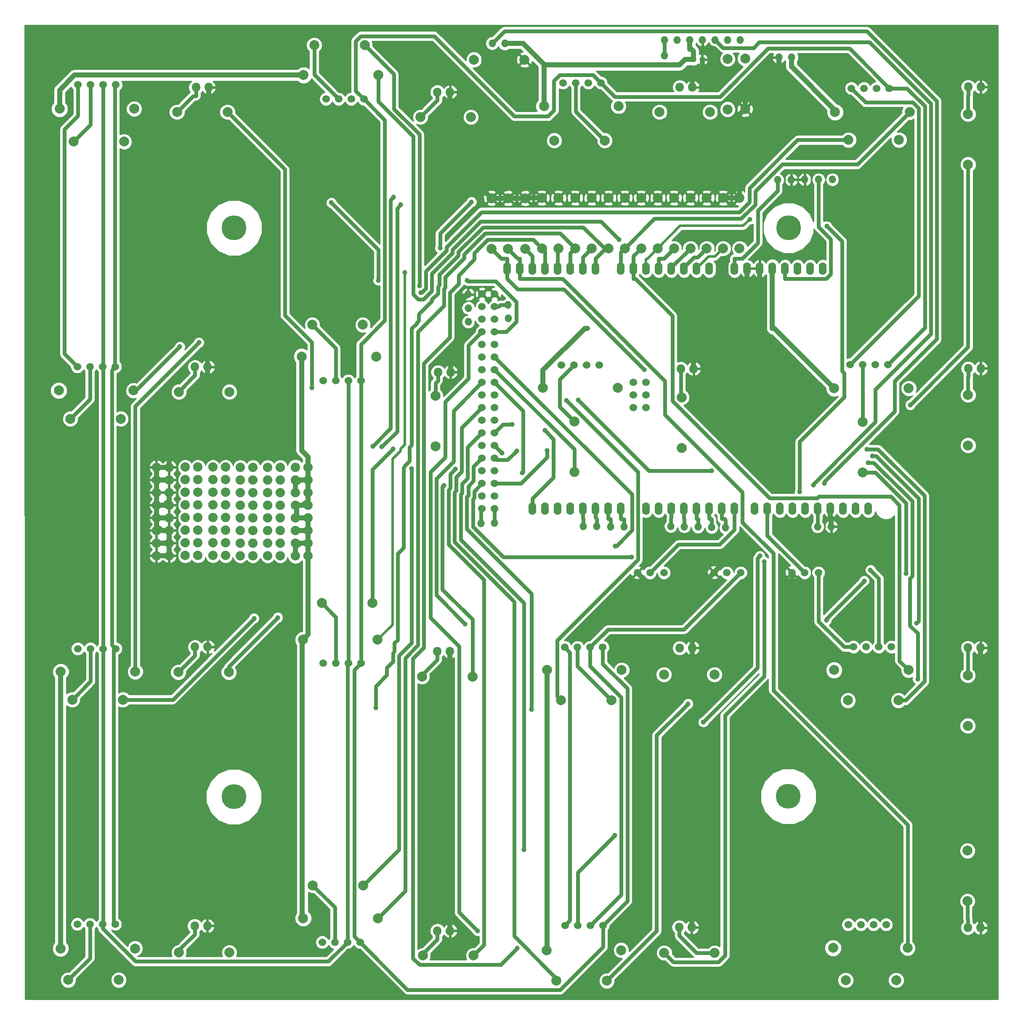
<source format=gtl>
G04 #@! TF.FileFunction,Copper,L1,Top,Signal*
%FSLAX46Y46*%
G04 Gerber Fmt 4.6, Leading zero omitted, Abs format (unit mm)*
G04 Created by KiCad (PCBNEW 0.201502231246+5447~21~ubuntu14.04.1-product) date Sat 28 Mar 2015 12:02:36 AEDT*
%MOMM*%
G01*
G04 APERTURE LIST*
%ADD10C,0.100000*%
%ADD11C,5.000000*%
%ADD12O,1.524000X1.524000*%
%ADD13C,1.524000*%
%ADD14C,1.520000*%
%ADD15C,1.998980*%
%ADD16O,1.524000X2.540000*%
%ADD17O,1.168400X1.168400*%
%ADD18O,1.879600X1.879600*%
%ADD19O,1.800000X1.800000*%
%ADD20C,1.000000*%
%ADD21C,1.000000*%
%ADD22C,0.800000*%
%ADD23C,0.500000*%
%ADD24C,0.254000*%
G04 APERTURE END LIST*
D10*
D11*
X190805000Y4978400D03*
D12*
X181102000Y42773600D03*
X178562000Y42773600D03*
X176022000Y42773600D03*
X173482000Y42773600D03*
X170942000Y42773600D03*
X168402000Y42773600D03*
X165862000Y42773600D03*
X199619000Y14681200D03*
X126390000Y-11150600D03*
X134366000Y-10515600D03*
X126390000Y-13919200D03*
X134417000Y-13258800D03*
X196647000Y-55092600D03*
X178130000Y-55321200D03*
X175336000Y-55245000D03*
X172593000Y-55143400D03*
X169824000Y-55092600D03*
X167107000Y-55016400D03*
X157734000Y-55168800D03*
X154991000Y-55143400D03*
X152222000Y-55067200D03*
X149479000Y-55016400D03*
X131674000Y-54381400D03*
X128905000Y-54457600D03*
X165862000Y39649400D03*
D13*
X47828200Y33731200D03*
D14*
X50368200Y33731200D03*
D13*
X52908200Y33731200D03*
X55448200Y33731200D03*
X97739000Y30886400D03*
D14*
X100279000Y30886400D03*
D13*
X102819000Y30886400D03*
X105359000Y30886400D03*
X145440000Y34137600D03*
D14*
X147980000Y34137600D03*
D13*
X150520000Y34137600D03*
X153060000Y34137600D03*
X203454000Y33045400D03*
D14*
X205994000Y33045400D03*
D13*
X208534000Y33045400D03*
X211074000Y33045400D03*
X47701200Y-22936200D03*
D14*
X50241200Y-22936200D03*
D13*
X52781200Y-22936200D03*
X55321200Y-22936200D03*
X97155000Y-25755600D03*
D14*
X99695000Y-25755600D03*
D13*
X102235000Y-25755600D03*
X104775000Y-25755600D03*
X145136000Y-22606000D03*
D14*
X147676000Y-22606000D03*
D13*
X150216000Y-22606000D03*
X152756000Y-22606000D03*
X203200000Y-22504400D03*
D14*
X205740000Y-22504400D03*
D13*
X208280000Y-22504400D03*
X210820000Y-22504400D03*
X47802800Y-79654400D03*
D14*
X50342800Y-79654400D03*
D13*
X52882800Y-79654400D03*
X55422800Y-79654400D03*
X97205800Y-82600800D03*
D14*
X99745800Y-82600800D03*
D13*
X102285800Y-82600800D03*
X104825800Y-82600800D03*
X145796000Y-79375000D03*
D14*
X148336000Y-79375000D03*
D13*
X150876000Y-79375000D03*
X153416000Y-79375000D03*
X203886000Y-79298800D03*
D14*
X206426000Y-79298800D03*
D13*
X208966000Y-79298800D03*
X211506000Y-79298800D03*
X47701200Y-135052000D03*
D14*
X50241200Y-135052000D03*
D13*
X52781200Y-135052000D03*
X55321200Y-135052000D03*
X96977200Y-138684000D03*
D14*
X99517200Y-138684000D03*
D13*
X102057200Y-138684000D03*
X104597200Y-138684000D03*
X145847000Y-135306000D03*
D14*
X148387000Y-135306000D03*
D13*
X150927000Y-135306000D03*
X153467000Y-135306000D03*
X202819000Y-135128000D03*
D14*
X205359000Y-135128000D03*
D13*
X207899000Y-135128000D03*
X210439000Y-135128000D03*
D14*
X191490400Y-64338200D03*
X194030400Y-64363600D03*
X196824400Y-64363600D03*
X175844400Y-64338200D03*
X178384400Y-64363600D03*
X181178400Y-64363600D03*
X160401400Y-64338200D03*
X162941400Y-64363600D03*
X165735400Y-64363600D03*
D15*
X202311000Y-146304000D03*
X212471000Y-146304000D03*
X57099200Y22301200D03*
X46939200Y22301200D03*
X105537000Y41732200D03*
X95377000Y41732200D03*
X143662000Y22529800D03*
X153822000Y22529800D03*
X202870000Y22656800D03*
X213030000Y22656800D03*
X56464200Y-33426400D03*
X46304200Y-33426400D03*
X105156000Y-14528800D03*
X94996000Y-14528800D03*
X147701000Y-44094400D03*
X147701000Y-33934400D03*
X205740000Y-44221400D03*
X205740000Y-34061400D03*
X56845200Y-89890600D03*
X46685200Y-89890600D03*
X107061000Y-70459600D03*
X96901000Y-70459600D03*
X145034000Y-90043000D03*
X155194000Y-90043000D03*
X202768000Y-90043000D03*
X212928000Y-90043000D03*
X95072000Y-127254000D03*
X105232000Y-127254000D03*
X45872400Y-146253000D03*
X56032400Y-146253000D03*
X154254000Y-146431000D03*
X144094000Y-146431000D03*
X137668000Y38785800D03*
X127508000Y38785800D03*
X77927200Y28270200D03*
X67767200Y28270200D03*
X126898000Y27254200D03*
X116738000Y27254200D03*
X164846000Y28270200D03*
X175006000Y28270200D03*
X226924000Y17703800D03*
X226924000Y27863800D03*
X78308200Y-28016200D03*
X68148200Y-28016200D03*
X119761000Y-38989000D03*
X119761000Y-28829000D03*
X169291000Y-39268400D03*
X169291000Y-29108400D03*
X226924000Y-38760400D03*
X226924000Y-28600400D03*
X78181200Y-84378800D03*
X68021200Y-84378800D03*
X127229000Y-85267800D03*
X117069000Y-85267800D03*
X165735000Y-84836000D03*
X175895000Y-84836000D03*
X226873000Y-95148400D03*
X226873000Y-84988400D03*
X78308200Y-140716000D03*
X68148200Y-140716000D03*
X127406000Y-141351000D03*
X117246000Y-141351000D03*
X165786000Y-140818000D03*
X175946000Y-140818000D03*
X226797000Y-120269000D03*
X226797000Y-130429000D03*
X177648000Y10998200D03*
X177648000Y838200D03*
X171069000Y10998200D03*
X171069000Y838200D03*
X164490000Y10998200D03*
X164490000Y838200D03*
X157861000Y10998200D03*
X157861000Y838200D03*
X151232000Y10998200D03*
X151232000Y838200D03*
X144526000Y10998200D03*
X144526000Y838200D03*
X137820000Y10922000D03*
X137820000Y762000D03*
X131039000Y10947400D03*
X131039000Y787400D03*
X174346000Y10998200D03*
X174346000Y838200D03*
X180950000Y10998200D03*
X180950000Y838200D03*
X167767000Y10998200D03*
X167767000Y838200D03*
X161163000Y10998200D03*
X161163000Y838200D03*
X154584000Y10998200D03*
X154584000Y838200D03*
X147879000Y10998200D03*
X147879000Y838200D03*
X141173000Y10998200D03*
X141173000Y838200D03*
X134391000Y10922000D03*
X134391000Y762000D03*
X178537000Y38963600D03*
X178537000Y28803600D03*
D16*
X157074000Y-51485800D03*
X154534000Y-51485800D03*
X151994000Y-51485800D03*
X149454000Y-51485800D03*
X146914000Y-51485800D03*
X144374000Y-51485800D03*
X141834000Y-51485800D03*
X139294000Y-51485800D03*
X134214000Y-3225800D03*
X136754000Y-3225800D03*
X139294000Y-3225800D03*
X141834000Y-3225800D03*
X151994000Y-3225800D03*
X157074000Y-3225800D03*
X159614000Y-3225800D03*
X149454000Y-3225800D03*
X146914000Y-3225800D03*
X144374000Y-3225800D03*
X162154000Y-3225800D03*
X164694000Y-3225800D03*
X167234000Y-3225800D03*
X174854000Y-3225800D03*
X172314000Y-3225800D03*
X169774000Y-3225800D03*
X179934000Y-3225800D03*
X182474000Y-3225800D03*
X185014000Y-3225800D03*
X190094000Y-3225800D03*
X192634000Y-3225800D03*
X162154000Y-51485800D03*
X164694000Y-51485800D03*
X167234000Y-51485800D03*
X169774000Y-51485800D03*
X172314000Y-51485800D03*
X174854000Y-51485800D03*
X177394000Y-51485800D03*
X179934000Y-51485800D03*
X183998000Y-51485800D03*
X186538000Y-51485800D03*
X189078000Y-51485800D03*
X191618000Y-51485800D03*
X194158000Y-51485800D03*
X196698000Y-51485800D03*
X199238000Y-51485800D03*
X201778000Y-51485800D03*
X187554000Y-3225800D03*
D13*
X131674000Y-48945800D03*
X129134000Y-48945800D03*
X131674000Y-46405800D03*
X129134000Y-46405800D03*
X131674000Y-43865800D03*
X129134000Y-43865800D03*
X131674000Y-41325800D03*
X129134000Y-41325800D03*
X131674000Y-51485800D03*
X129134000Y-51485800D03*
X129134000Y-38785800D03*
X131674000Y-38785800D03*
X131674000Y-36245800D03*
X129134000Y-36245800D03*
X131674000Y-33705800D03*
X129134000Y-33705800D03*
X131674000Y-31165800D03*
X129134000Y-31165800D03*
X131674000Y-28625800D03*
X129134000Y-28625800D03*
X131674000Y-26085800D03*
X129134000Y-26085800D03*
X131674000Y-23545800D03*
X129134000Y-23545800D03*
X131674000Y-21005800D03*
X129134000Y-21005800D03*
X131674000Y-18465800D03*
X129134000Y-18465800D03*
X131674000Y-15925800D03*
X129134000Y-15925800D03*
X131674000Y-13385800D03*
X129134000Y-13385800D03*
X131674000Y-10845800D03*
X129134000Y-10845800D03*
X131674000Y-8305800D03*
X129134000Y-8305800D03*
X162154000Y-31165800D03*
X159614000Y-31165800D03*
X162154000Y-28625800D03*
X159614000Y-28625800D03*
X162154000Y-26085800D03*
X159614000Y-26085800D03*
D16*
X195174000Y-3225800D03*
X197714000Y-3225800D03*
X204318000Y-51485800D03*
X206858000Y-51485800D03*
D12*
X131191000Y42087800D03*
X133731000Y42087800D03*
D15*
X44138200Y28905200D03*
X59138200Y28905200D03*
X93236000Y35687000D03*
X108236000Y35687000D03*
X141598000Y29438600D03*
X156598000Y29438600D03*
X200170000Y28244800D03*
X215170000Y28244800D03*
X43985800Y-27736800D03*
X58985800Y-27736800D03*
X92855000Y-20904200D03*
X107855000Y-20904200D03*
X141420000Y-27228800D03*
X156420000Y-27228800D03*
X199993000Y-27305000D03*
X214993000Y-27305000D03*
X44366800Y-84277200D03*
X59366800Y-84277200D03*
X93135000Y-77851000D03*
X108135000Y-77851000D03*
X142233000Y-83947000D03*
X157233000Y-83947000D03*
X199967000Y-83947000D03*
X214967000Y-83947000D03*
X44341400Y-139929000D03*
X59341400Y-139929000D03*
X93160000Y-133858000D03*
X108160000Y-133858000D03*
X142131000Y-140284000D03*
X157131000Y-140284000D03*
X199764000Y-139827000D03*
X214764000Y-139827000D03*
X182067000Y28854400D03*
X182067000Y39014400D03*
D12*
X196850000Y14681200D03*
X126340000Y-8407400D03*
X199415000Y-55092600D03*
X194081000Y14681200D03*
X191363000Y14655800D03*
X188595000Y14605000D03*
D17*
X173457000Y38811200D03*
X171679000Y38811200D03*
D11*
X79248000Y4978400D03*
X79222600Y-109423000D03*
X190779000Y-109347000D03*
D18*
X66192400Y-60934400D03*
X63652400Y-60934400D03*
X66192400Y-58394400D03*
X63652400Y-58394400D03*
X66192400Y-55854400D03*
X63652400Y-55854400D03*
X66192400Y-53314400D03*
X63652400Y-53314400D03*
X66192400Y-50774400D03*
X63652400Y-50774400D03*
X66192400Y-48234400D03*
X63652400Y-48234400D03*
X66192400Y-45694400D03*
X63652400Y-45694400D03*
X66192400Y-43154400D03*
X63652400Y-43154400D03*
X94157800Y-60934400D03*
X91617800Y-60934400D03*
X94157800Y-58394400D03*
X91617800Y-58394400D03*
X94157800Y-55854400D03*
X91617800Y-55854400D03*
X94157800Y-53314400D03*
X91617800Y-53314400D03*
X94157800Y-50774400D03*
X91617800Y-50774400D03*
X94157800Y-48234400D03*
X91617800Y-48234400D03*
X94157800Y-45694400D03*
X91617800Y-45694400D03*
X94157800Y-43154400D03*
X91617800Y-43154400D03*
X71983600Y-60909400D03*
X69443600Y-60909400D03*
X71983600Y-58369400D03*
X69443600Y-58369400D03*
X71983600Y-55829400D03*
X69443600Y-55829400D03*
X71983600Y-53289400D03*
X69443600Y-53289400D03*
X71983600Y-50749400D03*
X69443600Y-50749400D03*
X71983600Y-48209400D03*
X69443600Y-48209400D03*
X71983600Y-45669400D03*
X69443600Y-45669400D03*
X71983600Y-43129400D03*
X69443600Y-43129400D03*
X77520800Y-60909400D03*
X74980800Y-60909400D03*
X77520800Y-58369400D03*
X74980800Y-58369400D03*
X77520800Y-55829400D03*
X74980800Y-55829400D03*
X77520800Y-53289400D03*
X74980800Y-53289400D03*
X77520800Y-50749400D03*
X74980800Y-50749400D03*
X77520800Y-48209400D03*
X74980800Y-48209400D03*
X77520800Y-45669400D03*
X74980800Y-45669400D03*
X77520800Y-43129400D03*
X74980800Y-43129400D03*
X83058000Y-60960400D03*
X80518000Y-60960400D03*
X83058000Y-58420400D03*
X80518000Y-58420400D03*
X83058000Y-55880400D03*
X80518000Y-55880400D03*
X83058000Y-53340400D03*
X80518000Y-53340400D03*
X83058000Y-50800400D03*
X80518000Y-50800400D03*
X83058000Y-48260400D03*
X80518000Y-48260400D03*
X83058000Y-45720400D03*
X80518000Y-45720400D03*
X83058000Y-43180400D03*
X80518000Y-43180400D03*
X88519000Y-60934400D03*
X85979000Y-60934400D03*
X88519000Y-58394400D03*
X85979000Y-58394400D03*
X88519000Y-55854400D03*
X85979000Y-55854400D03*
X88519000Y-53314400D03*
X85979000Y-53314400D03*
X88519000Y-50774400D03*
X85979000Y-50774400D03*
X88519000Y-48234400D03*
X85979000Y-48234400D03*
X88519000Y-45694400D03*
X85979000Y-45694400D03*
X88519000Y-43154400D03*
X85979000Y-43154400D03*
D12*
X191389000Y39268400D03*
X188849000Y39268400D03*
D19*
X71577200Y33223200D03*
X74117200Y33223200D03*
X120167000Y32283400D03*
X122707000Y32283400D03*
X168935000Y33248600D03*
X171475000Y33248600D03*
X226949000Y33324800D03*
X229489000Y33324800D03*
X71399400Y-22987000D03*
X73939400Y-22987000D03*
X120269000Y-24028400D03*
X122809000Y-24028400D03*
X169164000Y-23342600D03*
X171704000Y-23342600D03*
X226949000Y-23291800D03*
X229489000Y-23291800D03*
X71399400Y-79298800D03*
X73939400Y-79298800D03*
X120091000Y-80187800D03*
X122631000Y-80187800D03*
X168910000Y-79502000D03*
X171450000Y-79502000D03*
X226898000Y-79451200D03*
X229438000Y-79451200D03*
X71323200Y-135382000D03*
X73863200Y-135382000D03*
X120167000Y-136373000D03*
X122707000Y-136373000D03*
X168808000Y-135661000D03*
X171348000Y-135661000D03*
X226898000Y-135763000D03*
X229438000Y-135763000D03*
D20*
X207267800Y-63818000D03*
X170580800Y-90731600D03*
X155832400Y-117227800D03*
X128235800Y-136390500D03*
X98820400Y10044700D03*
X108257000Y-5590700D03*
X126129700Y-5590700D03*
X116559400Y-6685000D03*
X126995200Y10182000D03*
X120681700Y922500D03*
X116860500Y-8085400D03*
X155928600Y-58981500D03*
X214416800Y-64508000D03*
X125731300Y-74650500D03*
X83256500Y-73553000D03*
X137252500Y-44265500D03*
X111212000Y-39435000D03*
X146112900Y-29713500D03*
X206581700Y-39550300D03*
X114930000Y-43430000D03*
X173665900Y-94414800D03*
X185044500Y-60997500D03*
X175329900Y-43863900D03*
X148461600Y-29639500D03*
X197983300Y-46438500D03*
X94895400Y-27225700D03*
X111353600Y11146400D03*
X107142900Y-38922900D03*
X112758300Y9618600D03*
X108971100Y-39068100D03*
X215287000Y-30647100D03*
X141774700Y-35776100D03*
X142217900Y-39805700D03*
X159211200Y-61190400D03*
X88036200Y-73399400D03*
X121459000Y-46798300D03*
X216545900Y-74504300D03*
X207645100Y-40921700D03*
X136104500Y-39857500D03*
X139119100Y-91871600D03*
X216787200Y-85752300D03*
X206859700Y-42222000D03*
X133204100Y-40315900D03*
X123735200Y-43526400D03*
X185885000Y-62137600D03*
X135189100Y-34554500D03*
X137590700Y-120090600D03*
X150394600Y-15265700D03*
X187554000Y-15265700D03*
X198509600Y5331500D03*
X193044900Y-48103400D03*
X156686700Y2638000D03*
X183026700Y6683000D03*
X68340000Y-18916500D03*
X161778400Y-23580000D03*
X72186200Y-18070000D03*
X113565900Y-4004300D03*
X206046400Y-66037800D03*
X198428800Y-73922100D03*
X107732700Y-91537700D03*
X136219100Y-139911000D03*
X195814900Y-46726500D03*
D21*
X134391000Y10922000D02*
X131064400Y10922000D01*
X131064400Y10922000D02*
X131039000Y10947400D01*
X137820000Y10922000D02*
X134391000Y10922000D01*
X131039000Y10947400D02*
X122707000Y19279400D01*
X122707000Y19279400D02*
X122707000Y32283400D01*
X73939400Y-20986700D02*
X73939400Y-13980000D01*
X73939400Y-13980000D02*
X73140100Y-13180700D01*
X73140100Y-13180700D02*
X73140100Y29932600D01*
X73140100Y29932600D02*
X74117200Y30909700D01*
X74117200Y30909700D02*
X74117200Y33223200D01*
X229438000Y-92176100D02*
X229438000Y-79451200D01*
X229438000Y-135763000D02*
X229438000Y-92176100D01*
X191490400Y-64338200D02*
X191490400Y-71575100D01*
X191490400Y-71575100D02*
X212091400Y-92176100D01*
X212091400Y-92176100D02*
X229438000Y-92176100D01*
X175844400Y-64338200D02*
X175844400Y-64263900D01*
X175844400Y-64263900D02*
X177630800Y-62477500D01*
X177630800Y-62477500D02*
X181980800Y-62477500D01*
X181980800Y-62477500D02*
X183072400Y-63569100D01*
X183072400Y-63569100D02*
X183072400Y-65879300D01*
X183072400Y-65879300D02*
X171450000Y-77501700D01*
X160401400Y-64338200D02*
X160401400Y-64470400D01*
X160401400Y-64470400D02*
X162170400Y-66239400D01*
X162170400Y-66239400D02*
X173943200Y-66239400D01*
X173943200Y-66239400D02*
X175844400Y-64338200D01*
X171450000Y-79502000D02*
X171450000Y-77501700D01*
X171450000Y-79502000D02*
X171450000Y-81502300D01*
X171348000Y-135661000D02*
X171348000Y-93348600D01*
X171348000Y-93348600D02*
X172230000Y-92466600D01*
X172230000Y-92466600D02*
X172230000Y-82282300D01*
X172230000Y-82282300D02*
X171450000Y-81502300D01*
X141173000Y10998200D02*
X137896200Y10998200D01*
X137896200Y10998200D02*
X137820000Y10922000D01*
X171704000Y-21342300D02*
X182474000Y-10572300D01*
X182474000Y-10572300D02*
X182474000Y-5596100D01*
X182474000Y-3225800D02*
X182474000Y-5596100D01*
X185014000Y-3225800D02*
X185014000Y-5596100D01*
X185014000Y-5596100D02*
X182474000Y-5596100D01*
X73939400Y-22987000D02*
X73939400Y-20986700D01*
X171704000Y-23342600D02*
X171704000Y-21342300D01*
X122809000Y-22028100D02*
X124345400Y-20491700D01*
X124345400Y-20491700D02*
X124345400Y-10402000D01*
X124345400Y-10402000D02*
X126340000Y-8407400D01*
X182067000Y28854400D02*
X180950000Y27737400D01*
X180950000Y27737400D02*
X180950000Y10998200D01*
X173457000Y38811200D02*
X173457000Y37126700D01*
X171475000Y33248600D02*
X171475000Y35248900D01*
X171475000Y35248900D02*
X173352800Y37126700D01*
X173352800Y37126700D02*
X173457000Y37126700D01*
X122809000Y-24028400D02*
X122809000Y-22028100D01*
X188849000Y37406100D02*
X182067000Y30624100D01*
X182067000Y30624100D02*
X182067000Y28854400D01*
X188849000Y39268400D02*
X188849000Y37406100D01*
X66192400Y-41114300D02*
X73939400Y-33367300D01*
X73939400Y-33367300D02*
X73939400Y-22987000D01*
X63652400Y-45694400D02*
X64152300Y-45694400D01*
X63652400Y-43154400D02*
X63652400Y-45694400D01*
X66192400Y-45694400D02*
X64152300Y-45694400D01*
X63652400Y-43154400D02*
X64152300Y-43154400D01*
X66192400Y-43154400D02*
X64152300Y-43154400D01*
X177648000Y10998200D02*
X180950000Y10998200D01*
X66192400Y-48234400D02*
X66192400Y-50274500D01*
X65172400Y-50774400D02*
X65672300Y-50274500D01*
X65672300Y-50274500D02*
X66192400Y-50274500D01*
X65172400Y-50774400D02*
X64152300Y-50774400D01*
X66192400Y-50774400D02*
X65172400Y-50774400D01*
X63652400Y-53314400D02*
X64152300Y-53314400D01*
X63652400Y-50774400D02*
X63652400Y-53314400D01*
X66192400Y-53314400D02*
X64152300Y-53314400D01*
X63652400Y-50774400D02*
X64152300Y-50774400D01*
X63652400Y-53314400D02*
X63652400Y-55354500D01*
X64672500Y-55854400D02*
X64172600Y-55354500D01*
X64172600Y-55354500D02*
X63652400Y-55354500D01*
X64672500Y-55854400D02*
X65692500Y-55854400D01*
X63652400Y-55854400D02*
X64672500Y-55854400D01*
X66192400Y-58394400D02*
X65692500Y-58394400D01*
X66192400Y-55854400D02*
X66192400Y-58394400D01*
X63652400Y-58394400D02*
X65692500Y-58394400D01*
X66192400Y-55854400D02*
X65692500Y-55854400D01*
X66192400Y-58394400D02*
X66192400Y-60934400D01*
X66192400Y-60934400D02*
X65692500Y-60934400D01*
X63652400Y-60934400D02*
X65692500Y-60934400D01*
X66192400Y-43154400D02*
X66192400Y-41114300D01*
X122707000Y-134372700D02*
X122707000Y-82264100D01*
X122707000Y-82264100D02*
X122631000Y-82188100D01*
X199415000Y-55092600D02*
X199415000Y-53230300D01*
X199238000Y-51485800D02*
X199238000Y-53053300D01*
X199238000Y-53053300D02*
X199415000Y-53230300D01*
X122707000Y-136373000D02*
X122707000Y-134372700D01*
X63652400Y-48234400D02*
X63652400Y-50774400D01*
X63652400Y-45694400D02*
X63652400Y-48234400D01*
X122631000Y-80187800D02*
X122631000Y-82188100D01*
D22*
X196850000Y14681200D02*
X196850000Y5152200D01*
X196850000Y5152200D02*
X199315900Y2686300D01*
X199315900Y2686300D02*
X199315900Y-4362000D01*
X199315900Y-4362000D02*
X198381800Y-5296100D01*
X198381800Y-5296100D02*
X190094000Y-5296100D01*
X190094000Y-3225800D02*
X190094000Y-5296100D01*
X134366000Y-10515600D02*
X132803700Y-10515600D01*
X131674000Y-10845800D02*
X132473500Y-10845800D01*
X132473500Y-10845800D02*
X132803700Y-10515600D01*
X196698000Y-51485800D02*
X196698000Y-53556100D01*
X196698000Y-53556100D02*
X196647000Y-53607100D01*
X196647000Y-53607100D02*
X196647000Y-55092600D01*
X177394000Y-51485800D02*
X177394000Y-53556100D01*
X178130000Y-55321200D02*
X178130000Y-53758900D01*
X177394000Y-53556100D02*
X177927200Y-53556100D01*
X177927200Y-53556100D02*
X178130000Y-53758900D01*
X174854000Y-51485800D02*
X174854000Y-53556100D01*
X175336000Y-55245000D02*
X175336000Y-53682700D01*
X174854000Y-53556100D02*
X175209400Y-53556100D01*
X175209400Y-53556100D02*
X175336000Y-53682700D01*
X172314000Y-51485800D02*
X172314000Y-53556100D01*
X172593000Y-55143400D02*
X172593000Y-53581100D01*
X172314000Y-53556100D02*
X172568000Y-53556100D01*
X172568000Y-53556100D02*
X172593000Y-53581100D01*
X169824000Y-55092600D02*
X169824000Y-53530300D01*
X169774000Y-51485800D02*
X169774000Y-53480300D01*
X169774000Y-53480300D02*
X169824000Y-53530300D01*
X167107000Y-55016400D02*
X167107000Y-53454100D01*
X167234000Y-51485800D02*
X167234000Y-53327100D01*
X167234000Y-53327100D02*
X167107000Y-53454100D01*
X157734000Y-55168800D02*
X157734000Y-53606500D01*
X157074000Y-51485800D02*
X157074000Y-53556100D01*
X157074000Y-53556100D02*
X157124400Y-53606500D01*
X157124400Y-53606500D02*
X157734000Y-53606500D01*
X154534000Y-51485800D02*
X154534000Y-53556100D01*
X154991000Y-55143400D02*
X154991000Y-53581100D01*
X154534000Y-53556100D02*
X154966000Y-53556100D01*
X154966000Y-53556100D02*
X154991000Y-53581100D01*
X152222000Y-55067200D02*
X152222000Y-53504900D01*
X151994000Y-51485800D02*
X151994000Y-53276900D01*
X151994000Y-53276900D02*
X152222000Y-53504900D01*
X149479000Y-55016400D02*
X149479000Y-53454100D01*
X149454000Y-51485800D02*
X149454000Y-53429100D01*
X149454000Y-53429100D02*
X149479000Y-53454100D01*
X131674000Y-51485800D02*
X131674000Y-54381400D01*
X129134000Y-51485800D02*
X128905000Y-51714800D01*
X128905000Y-51714800D02*
X128905000Y-54457600D01*
X203454000Y33045400D02*
X206306000Y30193400D01*
X206306000Y30193400D02*
X215786700Y30193400D01*
X215786700Y30193400D02*
X216987900Y28992200D01*
X216987900Y28992200D02*
X216987900Y-8716500D01*
X216987900Y-8716500D02*
X203200000Y-22504400D01*
X145847000Y-135306000D02*
X146833900Y-134319100D01*
X146833900Y-134319100D02*
X146833900Y-80412900D01*
X146833900Y-80412900D02*
X145796000Y-79375000D01*
X196824400Y-64363600D02*
X196824400Y-74156600D01*
X196824400Y-74156600D02*
X201966600Y-79298800D01*
X201966600Y-79298800D02*
X203886000Y-79298800D01*
X47701200Y-22936200D02*
X45122700Y-20357700D01*
X45122700Y-20357700D02*
X45122700Y24784600D01*
X45122700Y24784600D02*
X47828200Y27490100D01*
X47828200Y27490100D02*
X47828200Y33731200D01*
X46939200Y22301200D02*
X50368200Y25730200D01*
X50368200Y25730200D02*
X50368200Y33731200D01*
X207267800Y-63818000D02*
X208966000Y-65516200D01*
X208966000Y-65516200D02*
X208966000Y-79298800D01*
X150927000Y-135306000D02*
X157144600Y-129088400D01*
X157144600Y-129088400D02*
X157144600Y-89384000D01*
X157144600Y-89384000D02*
X150876000Y-83115400D01*
X150876000Y-83115400D02*
X150876000Y-79375000D01*
X181178400Y-64363600D02*
X169758500Y-75783500D01*
X169758500Y-75783500D02*
X154467500Y-75783500D01*
X154467500Y-75783500D02*
X150876000Y-79375000D01*
X52882800Y-79654400D02*
X52882800Y-134950400D01*
X52882800Y-134950400D02*
X52781200Y-135052000D01*
X52781200Y-22936200D02*
X52882800Y-23037800D01*
X52882800Y-23037800D02*
X52882800Y-79654400D01*
X102057200Y-138684000D02*
X98204500Y-142536700D01*
X98204500Y-142536700D02*
X59397700Y-142536700D01*
X59397700Y-142536700D02*
X52781200Y-135920200D01*
X52781200Y-135920200D02*
X52781200Y-135052000D01*
X102235000Y-25755600D02*
X102235000Y-82550000D01*
X102235000Y-82550000D02*
X102285800Y-82600800D01*
X102285800Y-82600800D02*
X102057200Y-82829400D01*
X102057200Y-82829400D02*
X102057200Y-138684000D01*
X52781200Y-22936200D02*
X52908200Y-22809200D01*
X52908200Y-22809200D02*
X52908200Y33731200D01*
X104775000Y-25755600D02*
X104775000Y-18450200D01*
X104775000Y-18450200D02*
X109557400Y-13667800D01*
X109557400Y-13667800D02*
X109557400Y26688000D01*
X109557400Y26688000D02*
X105359000Y30886400D01*
X104775000Y-82600800D02*
X104775000Y-25755600D01*
X104775000Y-82600800D02*
X104825800Y-82600800D01*
X104597200Y-138684000D02*
X103429400Y-137516200D01*
X103429400Y-137516200D02*
X103429400Y-83946400D01*
X103429400Y-83946400D02*
X104775000Y-82600800D01*
X153467000Y-135306000D02*
X153467000Y-139640100D01*
X153467000Y-139640100D02*
X144866300Y-148240800D01*
X144866300Y-148240800D02*
X114154000Y-148240800D01*
X114154000Y-148240800D02*
X104597200Y-138684000D01*
X153416000Y-79375000D02*
X153416000Y-82687900D01*
X153416000Y-82687900D02*
X158371400Y-87643300D01*
X158371400Y-87643300D02*
X158371400Y-130401600D01*
X158371400Y-130401600D02*
X153467000Y-135306000D01*
X105359000Y30886400D02*
X103706100Y32539300D01*
X103706100Y32539300D02*
X103706100Y42498500D01*
X103706100Y42498500D02*
X104739700Y43532100D01*
X104739700Y43532100D02*
X119520900Y43532100D01*
X119520900Y43532100D02*
X135652900Y27400100D01*
X135652900Y27400100D02*
X142397200Y27400100D01*
X142397200Y27400100D02*
X143609600Y28612500D01*
X143609600Y28612500D02*
X143609600Y34570900D01*
X143609600Y34570900D02*
X144796800Y35758100D01*
X144796800Y35758100D02*
X151439500Y35758100D01*
X151439500Y35758100D02*
X153060000Y34137600D01*
X210820000Y-22504400D02*
X218221000Y-15103400D01*
X218221000Y-15103400D02*
X218221000Y29462100D01*
X218221000Y29462100D02*
X214637700Y33045400D01*
X214637700Y33045400D02*
X211074000Y33045400D01*
X153060000Y34137600D02*
X155849400Y31348200D01*
X155849400Y31348200D02*
X177010100Y31348200D01*
X177010100Y31348200D02*
X186692700Y41030800D01*
X186692700Y41030800D02*
X203088600Y41030800D01*
X203088600Y41030800D02*
X211074000Y33045400D01*
X55422800Y-79654400D02*
X55029900Y-80047300D01*
X55029900Y-80047300D02*
X55029900Y-134760700D01*
X55029900Y-134760700D02*
X55321200Y-135052000D01*
X55422800Y-79654400D02*
X54664300Y-78895900D01*
X54664300Y-78895900D02*
X54664300Y-23593100D01*
X54664300Y-23593100D02*
X55321200Y-22936200D01*
X55321200Y-22936200D02*
X55264600Y-22879600D01*
X55264600Y-22879600D02*
X55264600Y33547600D01*
X55264600Y33547600D02*
X55448200Y33731200D01*
X95377000Y41732200D02*
X95377000Y35788400D01*
X95377000Y35788400D02*
X100279000Y30886400D01*
X153822000Y22529800D02*
X147980000Y28371800D01*
X147980000Y28371800D02*
X147980000Y34137600D01*
X46304200Y-33426400D02*
X50241200Y-29489400D01*
X50241200Y-29489400D02*
X50241200Y-22936200D01*
X94996000Y-14528800D02*
X99695000Y-19227800D01*
X99695000Y-19227800D02*
X99695000Y-25755600D01*
X147701000Y-33934400D02*
X144805300Y-31038700D01*
X144805300Y-31038700D02*
X144805300Y-25476700D01*
X144805300Y-25476700D02*
X147676000Y-22606000D01*
X205740000Y-22504400D02*
X205740000Y-34061400D01*
X46685200Y-89890600D02*
X50342800Y-86233000D01*
X50342800Y-86233000D02*
X50342800Y-79654400D01*
X96901000Y-70459600D02*
X99745800Y-73304400D01*
X99745800Y-73304400D02*
X99745800Y-82600800D01*
X148336000Y-79375000D02*
X148336000Y-83185000D01*
X148336000Y-83185000D02*
X155194000Y-90043000D01*
X154254000Y-146431000D02*
X164279800Y-136405200D01*
X164279800Y-136405200D02*
X164279800Y-97032600D01*
X164279800Y-97032600D02*
X170580800Y-90731600D01*
X45872400Y-146253000D02*
X50241200Y-141884200D01*
X50241200Y-141884200D02*
X50241200Y-135052000D01*
X95072000Y-127254000D02*
X99517200Y-131699200D01*
X99517200Y-131699200D02*
X99517200Y-138684000D01*
X155832400Y-117227800D02*
X148387000Y-124673200D01*
X148387000Y-124673200D02*
X148387000Y-135306000D01*
X186538000Y-51485800D02*
X186538000Y-53556100D01*
X186538000Y-53556100D02*
X186538000Y-56871200D01*
X186538000Y-56871200D02*
X194030400Y-64363600D01*
X162941400Y-64363600D02*
X168604200Y-58700800D01*
X168604200Y-58700800D02*
X176959800Y-58700800D01*
X176959800Y-58700800D02*
X179934000Y-55726600D01*
X179934000Y-55726600D02*
X179934000Y-51485800D01*
X129134000Y-15925800D02*
X126422300Y-18637500D01*
X126422300Y-18637500D02*
X126422300Y-25311100D01*
X126422300Y-25311100D02*
X121716100Y-30017300D01*
X121716100Y-30017300D02*
X121716100Y-41160300D01*
X121716100Y-41160300D02*
X118730500Y-44145900D01*
X118730500Y-44145900D02*
X118730500Y-73378700D01*
X118730500Y-73378700D02*
X124552900Y-79201100D01*
X124552900Y-79201100D02*
X124552900Y-132707600D01*
X124552900Y-132707600D02*
X128235800Y-136390500D01*
X131674000Y-15925800D02*
X133975300Y-15925800D01*
X133975300Y-15925800D02*
X136036000Y-13865100D01*
X136036000Y-13865100D02*
X136036000Y-9953600D01*
X136036000Y-9953600D02*
X131872500Y-5790100D01*
X131872500Y-5790100D02*
X126329100Y-5790100D01*
X126329100Y-5790100D02*
X126129700Y-5590700D01*
X98820400Y10044700D02*
X108257000Y608100D01*
X108257000Y608100D02*
X108257000Y-5590700D01*
X116559400Y-6685000D02*
X116559400Y23744200D01*
X116559400Y23744200D02*
X111408900Y28894700D01*
X111408900Y28894700D02*
X111408900Y35860300D01*
X111408900Y35860300D02*
X105537000Y41732200D01*
X120681700Y922500D02*
X120681700Y3868500D01*
X120681700Y3868500D02*
X126995200Y10182000D01*
X116860500Y-8085400D02*
X116998000Y-8085400D01*
X116998000Y-8085400D02*
X117859700Y-7223700D01*
X117859700Y-7223700D02*
X117859700Y-3738500D01*
X117859700Y-3738500D02*
X121982000Y383800D01*
X121982000Y383800D02*
X121982000Y1118800D01*
X121982000Y1118800D02*
X129015400Y8152200D01*
X129015400Y8152200D02*
X180932200Y8152200D01*
X180932200Y8152200D02*
X182949800Y10169800D01*
X182949800Y10169800D02*
X182949800Y12963600D01*
X182949800Y12963600D02*
X192643000Y22656800D01*
X192643000Y22656800D02*
X202870000Y22656800D01*
X131674000Y-21005800D02*
X159303800Y-48635600D01*
X159303800Y-48635600D02*
X159303800Y-55846000D01*
X159303800Y-55846000D02*
X156168300Y-58981500D01*
X156168300Y-58981500D02*
X155928600Y-58981500D01*
X147701000Y-44094400D02*
X147701000Y-39572800D01*
X147701000Y-39572800D02*
X131674000Y-23545800D01*
X125731300Y-74650500D02*
X119942600Y-68861800D01*
X119942600Y-68861800D02*
X119942600Y-45480000D01*
X119942600Y-45480000D02*
X123397100Y-42025500D01*
X123397100Y-42025500D02*
X123397100Y-31822600D01*
X123397100Y-31822600D02*
X123397200Y-31822600D01*
X123397200Y-31822600D02*
X129134000Y-26085800D01*
X205740000Y-44221400D02*
X208256600Y-44221400D01*
X208256600Y-44221400D02*
X214416800Y-50381600D01*
X214416800Y-50381600D02*
X214416800Y-64508000D01*
X83256500Y-73553000D02*
X66918900Y-89890600D01*
X66918900Y-89890600D02*
X56845200Y-89890600D01*
X131674000Y-26085800D02*
X137410900Y-31822700D01*
X137410900Y-31822700D02*
X137410900Y-44107100D01*
X137410900Y-44107100D02*
X137252500Y-44265500D01*
X111212000Y-39435000D02*
X107061000Y-43586000D01*
X107061000Y-43586000D02*
X107061000Y-70459600D01*
X145034000Y-90043000D02*
X144232900Y-89241900D01*
X144232900Y-89241900D02*
X144232900Y-78007700D01*
X144232900Y-78007700D02*
X160511500Y-61729100D01*
X160511500Y-61729100D02*
X160511500Y-44112100D01*
X160511500Y-44112100D02*
X146112900Y-29713500D01*
X206581700Y-39550300D02*
X208810800Y-39550300D01*
X208810800Y-39550300D02*
X218163600Y-48903100D01*
X218163600Y-48903100D02*
X218163600Y-86234900D01*
X218163600Y-86234900D02*
X214355500Y-90043000D01*
X214355500Y-90043000D02*
X212928000Y-90043000D01*
X114930000Y-43430000D02*
X114930000Y-78526900D01*
X114930000Y-78526900D02*
X112449600Y-81007300D01*
X112449600Y-81007300D02*
X112449600Y-120036400D01*
X112449600Y-120036400D02*
X105232000Y-127254000D01*
X185044500Y-60997500D02*
X184584700Y-61457300D01*
X184584700Y-61457300D02*
X184584700Y-83496000D01*
X184584700Y-83496000D02*
X173665900Y-94414800D01*
X148461600Y-29639500D02*
X162686000Y-43863900D01*
X162686000Y-43863900D02*
X175329900Y-43863900D01*
X144094000Y-146431000D02*
X144094000Y-145946900D01*
X144094000Y-145946900D02*
X135587200Y-137440100D01*
X135587200Y-137440100D02*
X135587200Y-70159900D01*
X135587200Y-70159900D02*
X123620600Y-58193300D01*
X123620600Y-58193300D02*
X123620600Y-48173200D01*
X123620600Y-48173200D02*
X123959600Y-47834200D01*
X123959600Y-47834200D02*
X123959600Y-45141000D01*
X123959600Y-45141000D02*
X125035500Y-44065100D01*
X125035500Y-44065100D02*
X125035500Y-35264300D01*
X125035500Y-35264300D02*
X129134000Y-31165800D01*
X197983300Y-46438500D02*
X197983300Y-46105300D01*
X197983300Y-46105300D02*
X212174400Y-31914200D01*
X212174400Y-31914200D02*
X212174400Y-25844900D01*
X212174400Y-25844900D02*
X220621600Y-17397700D01*
X220621600Y-17397700D02*
X220621600Y30456500D01*
X220621600Y30456500D02*
X206540100Y44538000D01*
X206540100Y44538000D02*
X133641200Y44538000D01*
X133641200Y44538000D02*
X131191000Y42087800D01*
X77927200Y28270200D02*
X89458700Y16738700D01*
X89458700Y16738700D02*
X89458700Y-12599500D01*
X89458700Y-12599500D02*
X94895400Y-18036200D01*
X94895400Y-18036200D02*
X94895400Y-27225700D01*
X111353600Y11146400D02*
X110757800Y10550600D01*
X110757800Y10550600D02*
X110757800Y-35308000D01*
X110757800Y-35308000D02*
X107142900Y-38922900D01*
X112758300Y9618600D02*
X112041300Y8901600D01*
X112041300Y8901600D02*
X112041300Y-35997900D01*
X112041300Y-35997900D02*
X108971100Y-39068100D01*
X139294000Y-49415500D02*
X143520800Y-45188700D01*
X143520800Y-45188700D02*
X143520800Y-37522200D01*
X143520800Y-37522200D02*
X141774700Y-35776100D01*
X139294000Y-51485800D02*
X139294000Y-49415500D01*
X215287000Y-30647100D02*
X226924000Y-19010100D01*
X226924000Y-19010100D02*
X226924000Y17703800D01*
X131674000Y-46405800D02*
X136951200Y-46405800D01*
X136951200Y-46405800D02*
X142217900Y-41139100D01*
X142217900Y-41139100D02*
X142217900Y-39805700D01*
X159211200Y-61190400D02*
X133407900Y-61190400D01*
X133407900Y-61190400D02*
X127341800Y-55124300D01*
X127341800Y-55124300D02*
X127341800Y-49544500D01*
X127341800Y-49544500D02*
X127560500Y-49325800D01*
X127560500Y-49325800D02*
X127560500Y-47979300D01*
X127560500Y-47979300D02*
X129134000Y-46405800D01*
X88036200Y-73399400D02*
X78181200Y-83254400D01*
X78181200Y-83254400D02*
X78181200Y-84378800D01*
X121459000Y-46798300D02*
X121143000Y-47114300D01*
X121143000Y-47114300D02*
X121143000Y-67701200D01*
X121143000Y-67701200D02*
X127229000Y-73787200D01*
X127229000Y-73787200D02*
X127229000Y-85267800D01*
X207645100Y-40921700D02*
X208433100Y-40921700D01*
X208433100Y-40921700D02*
X216959100Y-49447700D01*
X216959100Y-49447700D02*
X216959100Y-74091100D01*
X216959100Y-74091100D02*
X216545900Y-74504300D01*
X131674000Y-41325800D02*
X132027900Y-41679700D01*
X132027900Y-41679700D02*
X134282300Y-41679700D01*
X134282300Y-41679700D02*
X136104500Y-39857500D01*
X139119100Y-91871600D02*
X139119100Y-68599300D01*
X139119100Y-68599300D02*
X126088100Y-55568300D01*
X126088100Y-55568300D02*
X126088100Y-49100700D01*
X126088100Y-49100700D02*
X126360200Y-48828600D01*
X126360200Y-48828600D02*
X126360200Y-46969500D01*
X126360200Y-46969500D02*
X127436100Y-45893600D01*
X127436100Y-45893600D02*
X127436100Y-43023700D01*
X127436100Y-43023700D02*
X129134000Y-41325800D01*
X206859700Y-42222000D02*
X207962400Y-42222000D01*
X207962400Y-42222000D02*
X215717100Y-49976700D01*
X215717100Y-49976700D02*
X215717100Y-65046700D01*
X215717100Y-65046700D02*
X215235000Y-65528800D01*
X215235000Y-65528800D02*
X215235000Y-75032500D01*
X215235000Y-75032500D02*
X216787200Y-76584700D01*
X216787200Y-76584700D02*
X216787200Y-85752300D01*
X133204100Y-40315900D02*
X131674000Y-38785800D01*
X127406000Y-141351000D02*
X129536100Y-139220900D01*
X129536100Y-139220900D02*
X129536100Y-65806300D01*
X129536100Y-65806300D02*
X122373800Y-58644000D01*
X122373800Y-58644000D02*
X122373800Y-47722500D01*
X122373800Y-47722500D02*
X122759300Y-47337000D01*
X122759300Y-47337000D02*
X122759300Y-44502300D01*
X122759300Y-44502300D02*
X123735200Y-43526400D01*
X165786000Y-140818000D02*
X167642300Y-142674300D01*
X167642300Y-142674300D02*
X176691900Y-142674300D01*
X176691900Y-142674300D02*
X178014900Y-141351300D01*
X178014900Y-141351300D02*
X178014900Y-93066200D01*
X178014900Y-93066200D02*
X185885000Y-85196100D01*
X185885000Y-85196100D02*
X185885000Y-62137600D01*
X131674000Y-36245800D02*
X133365300Y-34554500D01*
X133365300Y-34554500D02*
X135189100Y-34554500D01*
X137590700Y-120090600D02*
X137590700Y-70465800D01*
X137590700Y-70465800D02*
X124878600Y-57753700D01*
X124878600Y-57753700D02*
X124878600Y-48612700D01*
X124878600Y-48612700D02*
X125159900Y-48331400D01*
X125159900Y-48331400D02*
X125159900Y-46472300D01*
X125159900Y-46472300D02*
X126235800Y-45396400D01*
X126235800Y-45396400D02*
X126235800Y-39144000D01*
X126235800Y-39144000D02*
X129134000Y-36245800D01*
D21*
X191389000Y39268400D02*
X191389000Y37406100D01*
X191389000Y37406100D02*
X200170000Y28625100D01*
X200170000Y28625100D02*
X200170000Y28244800D01*
X94157800Y-41114300D02*
X92855000Y-39811500D01*
X92855000Y-39811500D02*
X92855000Y-20904200D01*
X44138200Y28905200D02*
X44138200Y32675100D01*
X44138200Y32675100D02*
X47150100Y35687000D01*
X47150100Y35687000D02*
X93236000Y35687000D01*
X91867800Y-53314400D02*
X92117700Y-53314400D01*
X91617800Y-53314400D02*
X91867800Y-53314400D01*
X91867800Y-50774400D02*
X92117700Y-50774400D01*
X91617800Y-50774400D02*
X91867800Y-50774400D01*
X91867800Y-50774400D02*
X91867800Y-53314400D01*
X142233000Y-83947000D02*
X142233000Y-140182000D01*
X142233000Y-140182000D02*
X142131000Y-140284000D01*
X93135000Y-77851000D02*
X94157800Y-76828200D01*
X94157800Y-76828200D02*
X94157800Y-62974500D01*
X91617800Y-60934400D02*
X91617800Y-58894300D01*
X92596800Y-58394400D02*
X92096900Y-58894300D01*
X92096900Y-58894300D02*
X91617800Y-58894300D01*
X92596800Y-58394400D02*
X93575800Y-58394400D01*
X91617800Y-58394400D02*
X92596800Y-58394400D01*
X44366800Y-84277200D02*
X44341400Y-84302600D01*
X44341400Y-84302600D02*
X44341400Y-139929000D01*
X94157800Y-60934400D02*
X94157800Y-58894300D01*
X93575800Y-58394400D02*
X94075700Y-58894300D01*
X94075700Y-58894300D02*
X94157800Y-58894300D01*
X94157800Y-58394400D02*
X93575800Y-58394400D01*
X187554000Y-15265700D02*
X187953700Y-15265700D01*
X187953700Y-15265700D02*
X199993000Y-27305000D01*
X187554000Y-3225800D02*
X187554000Y-15265700D01*
X91617800Y-48234400D02*
X91617800Y-46194300D01*
X92596800Y-45694400D02*
X92096900Y-46194300D01*
X92096900Y-46194300D02*
X91617800Y-46194300D01*
X92596800Y-45694400D02*
X93575800Y-45694400D01*
X91617800Y-45694400D02*
X92596800Y-45694400D01*
X141598000Y37747300D02*
X141598000Y29438600D01*
X133731000Y42087800D02*
X137377300Y42087800D01*
X137377300Y42087800D02*
X141598000Y37867100D01*
X141598000Y37867100D02*
X141598000Y37747300D01*
X169994500Y38811200D02*
X168930600Y37747300D01*
X168930600Y37747300D02*
X141598000Y37747300D01*
X171679000Y38811200D02*
X169994500Y38811200D01*
X171679000Y39653500D02*
X171679000Y38811200D01*
X171679000Y39653500D02*
X171679000Y40495700D01*
X94157800Y-60934400D02*
X94157800Y-62974500D01*
X94157800Y-48234400D02*
X94157800Y-46194300D01*
X93575800Y-45694400D02*
X94075700Y-46194300D01*
X94075700Y-46194300D02*
X94157800Y-46194300D01*
X94157800Y-45694400D02*
X93575800Y-45694400D01*
X141420000Y-27228800D02*
X141420000Y-23666800D01*
X141420000Y-23666800D02*
X149821100Y-15265700D01*
X149821100Y-15265700D02*
X150394600Y-15265700D01*
X93160000Y-133858000D02*
X92953900Y-133651900D01*
X92953900Y-133651900D02*
X92953900Y-78032100D01*
X92953900Y-78032100D02*
X93135000Y-77851000D01*
X94157800Y-45694400D02*
X94157800Y-43154400D01*
X94157800Y-43154400D02*
X94157800Y-41114300D01*
X94157800Y-48234400D02*
X94157800Y-50274500D01*
X93137800Y-50774400D02*
X93637700Y-50274500D01*
X93637700Y-50274500D02*
X94157800Y-50274500D01*
X93137800Y-50774400D02*
X92117700Y-50774400D01*
X94157800Y-50774400D02*
X93137800Y-50774400D01*
X94157800Y-53314400D02*
X92117700Y-53314400D01*
X94157800Y-55854400D02*
X94157800Y-58394400D01*
X94157800Y-55854400D02*
X93657900Y-55854400D01*
X91617800Y-55854400D02*
X93657900Y-55854400D01*
X170942000Y42773600D02*
X170942000Y40911300D01*
X171679000Y40495700D02*
X171263400Y40911300D01*
X171263400Y40911300D02*
X170942000Y40911300D01*
X94157800Y-53314400D02*
X94157800Y-55854400D01*
D22*
X193044900Y-48103400D02*
X193044900Y-38004200D01*
X193044900Y-38004200D02*
X202022700Y-29026400D01*
X202022700Y-29026400D02*
X202022700Y-24212500D01*
X202022700Y-24212500D02*
X201594600Y-23784400D01*
X201594600Y-23784400D02*
X201594600Y2246500D01*
X201594600Y2246500D02*
X198509600Y5331500D01*
D23*
X177648000Y838200D02*
X175998100Y-811700D01*
X175998100Y-811700D02*
X174728100Y-811700D01*
X174728100Y-811700D02*
X172314000Y-3225800D01*
D22*
X156686700Y2638000D02*
X153029400Y6295300D01*
X153029400Y6295300D02*
X128856000Y6295300D01*
X128856000Y6295300D02*
X123182300Y621600D01*
X123182300Y621600D02*
X123182300Y-113400D01*
X123182300Y-113400D02*
X119060000Y-4235700D01*
X119060000Y-4235700D02*
X119060000Y-7725000D01*
X119060000Y-7725000D02*
X117360400Y-9424600D01*
X117360400Y-9424600D02*
X116279900Y-9424600D01*
X116279900Y-9424600D02*
X115259000Y-8403700D01*
X115259000Y-8403700D02*
X115259000Y23346900D01*
X115259000Y23346900D02*
X108236000Y30369900D01*
X108236000Y30369900D02*
X108236000Y35687000D01*
X171069000Y838200D02*
X167234000Y-2996800D01*
X167234000Y-2996800D02*
X167234000Y-3225800D01*
D23*
X162154000Y-3225800D02*
X162154000Y-1305800D01*
X164490000Y838200D02*
X162346000Y-1305800D01*
X162346000Y-1305800D02*
X162154000Y-1305800D01*
X183026700Y6683000D02*
X181711400Y5367700D01*
X181711400Y5367700D02*
X169019500Y5367700D01*
X169019500Y5367700D02*
X164490000Y838200D01*
D22*
X157861000Y838200D02*
X157074000Y51200D01*
X157074000Y51200D02*
X157074000Y-3225800D01*
X215170000Y28244800D02*
X204666900Y17741700D01*
X204666900Y17741700D02*
X189511400Y17741700D01*
X189511400Y17741700D02*
X184150100Y12380400D01*
X184150100Y12380400D02*
X184150100Y9672600D01*
X184150100Y9672600D02*
X181288300Y6810800D01*
X181288300Y6810800D02*
X163833600Y6810800D01*
X163833600Y6810800D02*
X157861000Y838200D01*
X58985800Y-27736800D02*
X59519700Y-27736800D01*
X59519700Y-27736800D02*
X68340000Y-18916500D01*
X151232000Y838200D02*
X149454000Y-939800D01*
X149454000Y-939800D02*
X149454000Y-3225800D01*
X144374000Y-3225800D02*
X144374000Y686200D01*
X144374000Y686200D02*
X144526000Y838200D01*
X139294000Y-3225800D02*
X139294000Y-712000D01*
X139294000Y-712000D02*
X137820000Y762000D01*
X134214000Y-5296100D02*
X136301600Y-7383700D01*
X136301600Y-7383700D02*
X145582100Y-7383700D01*
X145582100Y-7383700D02*
X161778400Y-23580000D01*
X134214000Y-3225800D02*
X134214000Y-5296100D01*
X134214000Y-3225800D02*
X134214000Y-1155500D01*
X134214000Y-1155500D02*
X132981900Y-1155500D01*
X132981900Y-1155500D02*
X131039000Y787400D01*
X59366800Y-84277200D02*
X59366800Y-30889400D01*
X59366800Y-30889400D02*
X72186200Y-18070000D01*
X174346000Y838200D02*
X172546100Y-961700D01*
X172546100Y-961700D02*
X171770300Y-961700D01*
X171770300Y-961700D02*
X169774000Y-2958000D01*
X169774000Y-2958000D02*
X169774000Y-3225800D01*
D23*
X108135000Y-77851000D02*
X111111300Y-74874700D01*
X111111300Y-74874700D02*
X111111300Y-41525200D01*
X111111300Y-41525200D02*
X112724900Y-39911600D01*
X112724900Y-39911600D02*
X112724900Y-39475000D01*
X112724900Y-39475000D02*
X113565900Y-38634000D01*
X113565900Y-38634000D02*
X113565900Y-4004300D01*
D22*
X198428800Y-73922100D02*
X198428800Y-73655400D01*
X198428800Y-73655400D02*
X206046400Y-66037800D01*
X164694000Y-3225800D02*
X164694000Y-1155500D01*
X164694000Y-1155500D02*
X165773300Y-1155500D01*
X165773300Y-1155500D02*
X167767000Y838200D01*
X159614000Y-3225800D02*
X159614000Y-5296100D01*
X214967000Y-83947000D02*
X213116500Y-82096500D01*
X213116500Y-82096500D02*
X213116500Y-50779000D01*
X213116500Y-50779000D02*
X211394000Y-49056500D01*
X211394000Y-49056500D02*
X196899300Y-49056500D01*
X196899300Y-49056500D02*
X196546200Y-49409600D01*
X196546200Y-49409600D02*
X187046600Y-49409600D01*
X187046600Y-49409600D02*
X167463600Y-29826600D01*
X167463600Y-29826600D02*
X167463600Y-12741100D01*
X167463600Y-12741100D02*
X160018600Y-5296100D01*
X160018600Y-5296100D02*
X159614000Y-5296100D01*
X159614000Y-3225800D02*
X159614000Y-710800D01*
X159614000Y-710800D02*
X161163000Y838200D01*
X153892100Y742600D02*
X149539600Y5095000D01*
X149539600Y5095000D02*
X129353200Y5095000D01*
X129353200Y5095000D02*
X124382600Y124400D01*
X124382600Y124400D02*
X124382600Y-610600D01*
X124382600Y-610600D02*
X120560300Y-4432900D01*
X120560300Y-4432900D02*
X120560300Y-6531800D01*
X120560300Y-6531800D02*
X120260300Y-6831800D01*
X120260300Y-6831800D02*
X120260300Y-8222200D01*
X120260300Y-8222200D02*
X119060000Y-9422500D01*
X119060000Y-9422500D02*
X119060000Y-9721000D01*
X119060000Y-9721000D02*
X116386800Y-12394200D01*
X116386800Y-12394200D02*
X116386800Y-13692700D01*
X116386800Y-13692700D02*
X115944900Y-14134600D01*
X115944900Y-14134600D02*
X115944900Y-14292700D01*
X115944900Y-14292700D02*
X114995600Y-15242000D01*
X114995600Y-15242000D02*
X114995600Y-38689700D01*
X114995600Y-38689700D02*
X114562200Y-39123100D01*
X114562200Y-39123100D02*
X114562200Y-41958900D01*
X114562200Y-41958900D02*
X113629700Y-42891400D01*
X113629700Y-42891400D02*
X113629700Y-42970700D01*
X113629700Y-42970700D02*
X113361900Y-43238500D01*
X113361900Y-43238500D02*
X113361900Y-59369100D01*
X113361900Y-59369100D02*
X112161600Y-60569400D01*
X112161600Y-60569400D02*
X112161600Y-77900300D01*
X112161600Y-77900300D02*
X111529700Y-78532200D01*
X111529700Y-78532200D02*
X111529700Y-80229700D01*
X111529700Y-80229700D02*
X111249200Y-80510200D01*
X111249200Y-80510200D02*
X111249200Y-82207700D01*
X111249200Y-82207700D02*
X109985000Y-83471900D01*
X109985000Y-83471900D02*
X109985000Y-84944600D01*
X109985000Y-84944600D02*
X107732700Y-87196900D01*
X107732700Y-87196900D02*
X107732700Y-91537700D01*
X154584000Y838200D02*
X154170200Y838200D01*
X154170200Y838200D02*
X154074500Y742500D01*
X154074500Y742500D02*
X153892100Y742500D01*
X153892100Y742500D02*
X153892100Y742600D01*
X151994000Y-1155500D02*
X153892100Y742600D01*
X151994000Y-3225800D02*
X151994000Y-1155500D01*
X108160000Y-133858000D02*
X113649900Y-128368100D01*
X113649900Y-128368100D02*
X113649900Y-81504500D01*
X113649900Y-81504500D02*
X116230300Y-78924100D01*
X116230300Y-78924100D02*
X116230300Y-15945700D01*
X116230300Y-15945700D02*
X121460600Y-10715400D01*
X121460600Y-10715400D02*
X121460600Y-7329000D01*
X121460600Y-7329000D02*
X121760600Y-7029000D01*
X121760600Y-7029000D02*
X121760600Y-4930100D01*
X121760600Y-4930100D02*
X125582900Y-1107800D01*
X125582900Y-1107800D02*
X125582900Y-372800D01*
X125582900Y-372800D02*
X129808700Y3853000D01*
X129808700Y3853000D02*
X144864200Y3853000D01*
X144864200Y3853000D02*
X147879000Y838200D01*
X146914000Y-3225800D02*
X146914000Y-126800D01*
X146914000Y-126800D02*
X147879000Y838200D01*
X136219100Y-139911000D02*
X132922200Y-143207900D01*
X132922200Y-143207900D02*
X116557200Y-143207900D01*
X116557200Y-143207900D02*
X115234900Y-141885600D01*
X115234900Y-141885600D02*
X115234900Y-81617000D01*
X115234900Y-81617000D02*
X117430600Y-79421300D01*
X117430600Y-79421300D02*
X117430600Y-22238700D01*
X117430600Y-22238700D02*
X122661000Y-17008300D01*
X122661000Y-17008300D02*
X122661000Y-8069300D01*
X122661000Y-8069300D02*
X124429000Y-6301300D01*
X124429000Y-6301300D02*
X124429000Y-4553800D01*
X124429000Y-4553800D02*
X127586700Y-1396100D01*
X127586700Y-1396100D02*
X127586700Y-66700D01*
X127586700Y-66700D02*
X130273400Y2620000D01*
X130273400Y2620000D02*
X139391200Y2620000D01*
X139391200Y2620000D02*
X141173000Y838200D01*
X141834000Y-3225800D02*
X141834000Y177200D01*
X141834000Y177200D02*
X141173000Y838200D01*
X214764000Y-139827000D02*
X214764000Y-115058700D01*
X214764000Y-115058700D02*
X187742400Y-88037100D01*
X187742400Y-88037100D02*
X187742400Y-60450900D01*
X187742400Y-60450900D02*
X181545800Y-54254300D01*
X181545800Y-54254300D02*
X181545800Y-48219200D01*
X181545800Y-48219200D02*
X165922200Y-32595600D01*
X165922200Y-32595600D02*
X165922200Y-25874400D01*
X165922200Y-25874400D02*
X145343900Y-5296100D01*
X145343900Y-5296100D02*
X136754000Y-5296100D01*
X136754000Y-3225800D02*
X136754000Y-5296100D01*
X136754000Y-3225800D02*
X136754000Y-1155500D01*
X136754000Y-1155500D02*
X136308500Y-1155500D01*
X136308500Y-1155500D02*
X134391000Y762000D01*
X195814900Y-46726500D02*
X195814900Y-46552500D01*
X195814900Y-46552500D02*
X208295800Y-34071600D01*
X208295800Y-34071600D02*
X208295800Y-27493300D01*
X208295800Y-27493300D02*
X219421300Y-16367800D01*
X219421300Y-16367800D02*
X219421300Y29959300D01*
X219421300Y29959300D02*
X207094000Y42286600D01*
X207094000Y42286600D02*
X184889700Y42286600D01*
X184889700Y42286600D02*
X183764000Y41160900D01*
X183764000Y41160900D02*
X177634700Y41160900D01*
X177634700Y41160900D02*
X176022000Y42773600D01*
X165862000Y39649400D02*
X165862000Y42773600D01*
X179934000Y-1155500D02*
X181501700Y-1155500D01*
X181501700Y-1155500D02*
X184623800Y1966600D01*
X184623800Y1966600D02*
X184623800Y8448800D01*
X184623800Y8448800D02*
X188595000Y12420000D01*
X188595000Y12420000D02*
X188595000Y13042700D01*
X188595000Y14605000D02*
X188595000Y13042700D01*
X179934000Y-3225800D02*
X179934000Y-1155500D01*
X71577200Y33223200D02*
X71577200Y31522900D01*
X71577200Y31522900D02*
X71019900Y31522900D01*
X71019900Y31522900D02*
X67767200Y28270200D01*
X120167000Y32283400D02*
X120167000Y30583100D01*
X120167000Y30583100D02*
X120066900Y30583100D01*
X120066900Y30583100D02*
X116738000Y27254200D01*
X226949000Y33324800D02*
X226949000Y31624500D01*
X226949000Y31624500D02*
X226924000Y31599500D01*
X226924000Y31599500D02*
X226924000Y27863800D01*
X71399400Y-22987000D02*
X71399400Y-24687300D01*
X71399400Y-24687300D02*
X68148200Y-27938500D01*
X68148200Y-27938500D02*
X68148200Y-28016200D01*
X120269000Y-24028400D02*
X120269000Y-25728700D01*
X120269000Y-25728700D02*
X119761000Y-26236700D01*
X119761000Y-26236700D02*
X119761000Y-28829000D01*
X169164000Y-23342600D02*
X169164000Y-28981400D01*
X169164000Y-28981400D02*
X169291000Y-29108400D01*
X226949000Y-23291800D02*
X226949000Y-24992100D01*
X226949000Y-24992100D02*
X226924000Y-25017100D01*
X226924000Y-25017100D02*
X226924000Y-28600400D01*
X71399400Y-79298800D02*
X71399400Y-80999100D01*
X71399400Y-80999100D02*
X68021200Y-84377300D01*
X68021200Y-84377300D02*
X68021200Y-84378800D01*
X120091000Y-80187800D02*
X120091000Y-81888100D01*
X120091000Y-81888100D02*
X117069000Y-84910100D01*
X117069000Y-84910100D02*
X117069000Y-85267800D01*
X226898000Y-79451200D02*
X226898000Y-81151500D01*
X226898000Y-81151500D02*
X226873000Y-81176500D01*
X226873000Y-81176500D02*
X226873000Y-84988400D01*
X71323200Y-135382000D02*
X71323200Y-137082300D01*
X71323200Y-137082300D02*
X68148200Y-140257300D01*
X68148200Y-140257300D02*
X68148200Y-140716000D01*
X120167000Y-136373000D02*
X120167000Y-138073300D01*
X120167000Y-138073300D02*
X117246000Y-140994300D01*
X117246000Y-140994300D02*
X117246000Y-141351000D01*
X168808000Y-135661000D02*
X168808000Y-137361300D01*
X168808000Y-137361300D02*
X172264700Y-140818000D01*
X172264700Y-140818000D02*
X175946000Y-140818000D01*
X226898000Y-135763000D02*
X226898000Y-134062700D01*
X226898000Y-134062700D02*
X226797000Y-133961700D01*
X226797000Y-133961700D02*
X226797000Y-130429000D01*
D24*
G36*
X108522400Y-13239088D02*
X106707881Y-15053607D01*
X106790206Y-14855347D01*
X106790774Y-14205106D01*
X106542462Y-13604145D01*
X106083073Y-13143954D01*
X105482547Y-12894594D01*
X104832306Y-12894026D01*
X104231345Y-13142338D01*
X103771154Y-13601727D01*
X103521794Y-14202253D01*
X103521226Y-14852494D01*
X103769538Y-15453455D01*
X104228927Y-15913646D01*
X104829453Y-16163006D01*
X105479694Y-16163574D01*
X105681157Y-16080331D01*
X104043144Y-17718344D01*
X103818785Y-18054123D01*
X103739999Y-18450200D01*
X103740000Y-18450205D01*
X103740000Y-24814860D01*
X103591371Y-24963230D01*
X103505050Y-25171112D01*
X103420010Y-24965297D01*
X103027370Y-24571971D01*
X102514100Y-24358843D01*
X101958339Y-24358358D01*
X101444697Y-24570590D01*
X101051371Y-24963230D01*
X100963966Y-25173724D01*
X100878313Y-24966428D01*
X100730000Y-24817855D01*
X100730000Y-19227805D01*
X100730000Y-19227800D01*
X100730001Y-19227800D01*
X100651215Y-18831723D01*
X100426856Y-18495945D01*
X100426856Y-18495944D01*
X100426852Y-18495941D01*
X96630342Y-14699430D01*
X96630774Y-14205106D01*
X96382462Y-13604145D01*
X95923073Y-13143954D01*
X95322547Y-12894594D01*
X94672306Y-12894026D01*
X94071345Y-13142338D01*
X93611154Y-13601727D01*
X93361794Y-14202253D01*
X93361226Y-14852494D01*
X93492068Y-15169157D01*
X90493700Y-12170788D01*
X90493700Y16738695D01*
X90493700Y16738700D01*
X90493701Y16738700D01*
X90414915Y17134777D01*
X90190556Y17470555D01*
X90190556Y17470556D01*
X90190552Y17470559D01*
X79561542Y28099570D01*
X79561974Y28593894D01*
X79313662Y29194855D01*
X78854273Y29655046D01*
X78253747Y29904406D01*
X77603506Y29904974D01*
X77002545Y29656662D01*
X76542354Y29197273D01*
X76292994Y28596747D01*
X76292426Y27946506D01*
X76540738Y27345545D01*
X77000127Y26885354D01*
X77600653Y26635994D01*
X78098128Y26635560D01*
X88423700Y16309988D01*
X88423700Y-12599494D01*
X88423699Y-12599500D01*
X88502485Y-12995577D01*
X88726844Y-13331356D01*
X93860400Y-18464911D01*
X93860400Y-19467596D01*
X93834255Y-19441406D01*
X93199927Y-19178010D01*
X92513087Y-19177411D01*
X91878300Y-19439700D01*
X91392206Y-19924945D01*
X91128810Y-20559273D01*
X91128211Y-21246113D01*
X91390500Y-21880900D01*
X91628000Y-22118815D01*
X91628000Y-39811500D01*
X91721400Y-40281053D01*
X91987380Y-40679120D01*
X92930800Y-41622540D01*
X92930800Y-42015565D01*
X92887800Y-42079920D01*
X92796406Y-41943139D01*
X92255657Y-41581823D01*
X91617800Y-41454945D01*
X90979943Y-41581823D01*
X90439194Y-41943139D01*
X90077878Y-42483888D01*
X90022220Y-42763695D01*
X89973925Y-42520898D01*
X89632552Y-42009996D01*
X89121650Y-41668623D01*
X88519000Y-41548748D01*
X87916350Y-41668623D01*
X87405448Y-42009996D01*
X87249000Y-42244137D01*
X87092552Y-42009996D01*
X86581650Y-41668623D01*
X85979000Y-41548748D01*
X85376350Y-41668623D01*
X84875974Y-42002962D01*
X84875974Y6092769D01*
X84021120Y8161675D01*
X82439601Y9745957D01*
X80372190Y10604421D01*
X78133631Y10606374D01*
X76064725Y9751520D01*
X75608236Y9295827D01*
X75608236Y32858460D01*
X75487578Y33096200D01*
X74244200Y33096200D01*
X74244200Y31852203D01*
X74481942Y31732154D01*
X75024776Y31985234D01*
X75429440Y32426783D01*
X75608236Y32858460D01*
X75608236Y9295827D01*
X74480443Y8170001D01*
X73621979Y6102590D01*
X73620026Y3864031D01*
X74474880Y1795125D01*
X76056399Y210843D01*
X78123810Y-647621D01*
X80362369Y-649574D01*
X82431275Y205280D01*
X84015557Y1786799D01*
X84874021Y3854210D01*
X84875974Y6092769D01*
X84875974Y-42002962D01*
X84865448Y-42009996D01*
X84524075Y-42520898D01*
X84515914Y-42561925D01*
X84512925Y-42546898D01*
X84171552Y-42035996D01*
X83660650Y-41694623D01*
X83058000Y-41574748D01*
X82455350Y-41694623D01*
X81944448Y-42035996D01*
X81788000Y-42270137D01*
X81631552Y-42035996D01*
X81120650Y-41694623D01*
X80518000Y-41574748D01*
X79942974Y-41689128D01*
X79942974Y-27692506D01*
X79694662Y-27091545D01*
X79235273Y-26631354D01*
X78634747Y-26381994D01*
X77984506Y-26381426D01*
X77383545Y-26629738D01*
X76923354Y-27089127D01*
X76673994Y-27689653D01*
X76673426Y-28339894D01*
X76921738Y-28940855D01*
X77381127Y-29401046D01*
X77981653Y-29650406D01*
X78631894Y-29650974D01*
X79232855Y-29402662D01*
X79693046Y-28943273D01*
X79942406Y-28342747D01*
X79942974Y-27692506D01*
X79942974Y-41689128D01*
X79915350Y-41694623D01*
X79404448Y-42035996D01*
X79063075Y-42546898D01*
X79024472Y-42740966D01*
X78975725Y-42495898D01*
X78634352Y-41984996D01*
X78123450Y-41643623D01*
X77520800Y-41523748D01*
X76918150Y-41643623D01*
X76407248Y-41984996D01*
X76250800Y-42219137D01*
X76094352Y-41984996D01*
X75583450Y-41643623D01*
X75430436Y-41613186D01*
X75430436Y-23351740D01*
X75430436Y-22622260D01*
X75251640Y-22190583D01*
X74846976Y-21749034D01*
X74304142Y-21495954D01*
X74066400Y-21616003D01*
X74066400Y-22860000D01*
X75309778Y-22860000D01*
X75430436Y-22622260D01*
X75430436Y-23351740D01*
X75309778Y-23114000D01*
X74066400Y-23114000D01*
X74066400Y-24357997D01*
X74304142Y-24478046D01*
X74846976Y-24224966D01*
X75251640Y-23783417D01*
X75430436Y-23351740D01*
X75430436Y-41613186D01*
X74980800Y-41523748D01*
X74378150Y-41643623D01*
X73867248Y-41984996D01*
X73812400Y-42067082D01*
X73812400Y-24357997D01*
X73812400Y-23114000D01*
X73792400Y-23114000D01*
X73792400Y-22860000D01*
X73812400Y-22860000D01*
X73812400Y-21616003D01*
X73574658Y-21495954D01*
X73321397Y-21614029D01*
X73321397Y-17845225D01*
X73148967Y-17427914D01*
X72829965Y-17108355D01*
X72412956Y-16935197D01*
X71961425Y-16934803D01*
X71544114Y-17107233D01*
X71224555Y-17426235D01*
X71123934Y-17668554D01*
X69350940Y-19441548D01*
X69474803Y-19143256D01*
X69475197Y-18691725D01*
X69302767Y-18274414D01*
X68983765Y-17954855D01*
X68566756Y-17781697D01*
X68115225Y-17781303D01*
X67697914Y-17953733D01*
X67378355Y-18272735D01*
X67277734Y-18515054D01*
X60772974Y-25019813D01*
X60772974Y29228894D01*
X60524662Y29829855D01*
X60065273Y30290046D01*
X59464747Y30539406D01*
X58814506Y30539974D01*
X58213545Y30291662D01*
X57753354Y29832273D01*
X57503994Y29231747D01*
X57503426Y28581506D01*
X57751738Y27980545D01*
X58211127Y27520354D01*
X58811653Y27270994D01*
X59461894Y27270426D01*
X60062855Y27518738D01*
X60523046Y27978127D01*
X60772406Y28578653D01*
X60772974Y29228894D01*
X60772974Y-25019813D01*
X59579332Y-26213455D01*
X59312347Y-26102594D01*
X58662106Y-26102026D01*
X58061145Y-26350338D01*
X57600954Y-26809727D01*
X57351594Y-27410253D01*
X57351026Y-28060494D01*
X57599338Y-28661455D01*
X58058727Y-29121646D01*
X58659253Y-29371006D01*
X59309494Y-29371574D01*
X59499368Y-29293119D01*
X58634944Y-30157544D01*
X58410585Y-30493323D01*
X58331799Y-30889400D01*
X58331800Y-30889405D01*
X58331800Y-83000890D01*
X57981954Y-83350127D01*
X57732594Y-83950653D01*
X57732026Y-84600894D01*
X57980338Y-85201855D01*
X58439727Y-85662046D01*
X59040253Y-85911406D01*
X59690494Y-85911974D01*
X60291455Y-85663662D01*
X60751646Y-85204273D01*
X61001006Y-84603747D01*
X61001574Y-83953506D01*
X60753262Y-83352545D01*
X60401800Y-83000469D01*
X60401800Y-31318111D01*
X72587760Y-19132150D01*
X72828286Y-19032767D01*
X73147845Y-18713765D01*
X73321003Y-18296756D01*
X73321397Y-17845225D01*
X73321397Y-21614029D01*
X73031824Y-21749034D01*
X72673901Y-22139581D01*
X72514881Y-21901591D01*
X72016891Y-21568845D01*
X71429472Y-21452000D01*
X71369328Y-21452000D01*
X70781909Y-21568845D01*
X70283919Y-21901591D01*
X69951173Y-22399581D01*
X69834328Y-22987000D01*
X69951173Y-23574419D01*
X70283919Y-24072409D01*
X70364400Y-24126184D01*
X70364400Y-24258588D01*
X68241198Y-26381789D01*
X67824506Y-26381426D01*
X67223545Y-26629738D01*
X66763354Y-27089127D01*
X66513994Y-27689653D01*
X66513426Y-28339894D01*
X66761738Y-28940855D01*
X67221127Y-29401046D01*
X67821653Y-29650406D01*
X68471894Y-29650974D01*
X69072855Y-29402662D01*
X69533046Y-28943273D01*
X69782406Y-28342747D01*
X69782908Y-27767503D01*
X72131252Y-25419158D01*
X72131255Y-25419156D01*
X72131256Y-25419156D01*
X72355615Y-25083377D01*
X72434400Y-24687300D01*
X72434401Y-24687300D01*
X72434400Y-24687294D01*
X72434400Y-24126184D01*
X72514881Y-24072409D01*
X72673901Y-23834418D01*
X73031824Y-24224966D01*
X73574658Y-24478046D01*
X73812400Y-24357997D01*
X73812400Y-42067082D01*
X73525875Y-42495898D01*
X73482200Y-42715466D01*
X73438525Y-42495898D01*
X73097152Y-41984996D01*
X72586250Y-41643623D01*
X71983600Y-41523748D01*
X71380950Y-41643623D01*
X70870048Y-41984996D01*
X70713600Y-42219137D01*
X70557152Y-41984996D01*
X70046250Y-41643623D01*
X69443600Y-41523748D01*
X68840950Y-41643623D01*
X68330048Y-41984996D01*
X67988675Y-42495898D01*
X67868800Y-43098548D01*
X67868800Y-43160252D01*
X67988675Y-43762902D01*
X68330048Y-44273804D01*
X68518016Y-44399400D01*
X68330048Y-44524996D01*
X67988675Y-45035898D01*
X67868800Y-45638548D01*
X67868800Y-45700252D01*
X67988675Y-46302902D01*
X68330048Y-46813804D01*
X68518016Y-46939400D01*
X68330048Y-47064996D01*
X67988675Y-47575898D01*
X67868800Y-48178548D01*
X67868800Y-48240252D01*
X67988675Y-48842902D01*
X68330048Y-49353804D01*
X68518016Y-49479400D01*
X68330048Y-49604996D01*
X67988675Y-50115898D01*
X67868800Y-50718548D01*
X67868800Y-50780252D01*
X67988675Y-51382902D01*
X68330048Y-51893804D01*
X68518016Y-52019400D01*
X68330048Y-52144996D01*
X67988675Y-52655898D01*
X67868800Y-53258548D01*
X67868800Y-53320252D01*
X67988675Y-53922902D01*
X68330048Y-54433804D01*
X68518016Y-54559400D01*
X68330048Y-54684996D01*
X67988675Y-55195898D01*
X67868800Y-55798548D01*
X67868800Y-55860252D01*
X67988675Y-56462902D01*
X68330048Y-56973804D01*
X68518016Y-57099400D01*
X68330048Y-57224996D01*
X67988675Y-57735898D01*
X67868800Y-58338548D01*
X67868800Y-58400252D01*
X67988675Y-59002902D01*
X68330048Y-59513804D01*
X68518016Y-59639400D01*
X68330048Y-59764996D01*
X67988675Y-60275898D01*
X67868800Y-60878548D01*
X67868800Y-60940252D01*
X67988675Y-61542902D01*
X68330048Y-62053804D01*
X68840950Y-62395177D01*
X69443600Y-62515052D01*
X70046250Y-62395177D01*
X70557152Y-62053804D01*
X70713600Y-61819662D01*
X70870048Y-62053804D01*
X71380950Y-62395177D01*
X71983600Y-62515052D01*
X72586250Y-62395177D01*
X73097152Y-62053804D01*
X73438525Y-61542902D01*
X73482200Y-61323333D01*
X73525875Y-61542902D01*
X73867248Y-62053804D01*
X74378150Y-62395177D01*
X74980800Y-62515052D01*
X75583450Y-62395177D01*
X76094352Y-62053804D01*
X76250800Y-61819662D01*
X76407248Y-62053804D01*
X76918150Y-62395177D01*
X77520800Y-62515052D01*
X78123450Y-62395177D01*
X78634352Y-62053804D01*
X78975725Y-61542902D01*
X79014327Y-61348833D01*
X79063075Y-61593902D01*
X79404448Y-62104804D01*
X79915350Y-62446177D01*
X80518000Y-62566052D01*
X81120650Y-62446177D01*
X81631552Y-62104804D01*
X81788000Y-61870662D01*
X81944448Y-62104804D01*
X82455350Y-62446177D01*
X83058000Y-62566052D01*
X83660650Y-62446177D01*
X84171552Y-62104804D01*
X84512925Y-61593902D01*
X84521085Y-61552874D01*
X84524075Y-61567902D01*
X84865448Y-62078804D01*
X85376350Y-62420177D01*
X85979000Y-62540052D01*
X86581650Y-62420177D01*
X87092552Y-62078804D01*
X87249000Y-61844662D01*
X87405448Y-62078804D01*
X87916350Y-62420177D01*
X88519000Y-62540052D01*
X89121650Y-62420177D01*
X89632552Y-62078804D01*
X89973925Y-61567902D01*
X90022220Y-61325104D01*
X90077878Y-61604912D01*
X90439194Y-62145661D01*
X90979943Y-62506977D01*
X91617800Y-62633855D01*
X92255657Y-62506977D01*
X92796406Y-62145661D01*
X92887800Y-62008879D01*
X92930800Y-62073234D01*
X92930800Y-62974500D01*
X92930800Y-76124331D01*
X92793087Y-76124211D01*
X92158300Y-76386500D01*
X91672206Y-76871745D01*
X91408810Y-77506073D01*
X91408211Y-78192913D01*
X91670500Y-78827700D01*
X91726900Y-78884198D01*
X91726900Y-132849102D01*
X91697206Y-132878745D01*
X91433810Y-133513073D01*
X91433211Y-134199913D01*
X91695500Y-134834700D01*
X92180745Y-135320794D01*
X92815073Y-135584190D01*
X93501913Y-135584789D01*
X94136700Y-135322500D01*
X94622794Y-134837255D01*
X94886190Y-134202927D01*
X94886789Y-133516087D01*
X94624500Y-132881300D01*
X94180900Y-132436923D01*
X94180900Y-128653783D01*
X94745453Y-128888206D01*
X95242928Y-128888640D01*
X98482200Y-132127911D01*
X98482200Y-137746086D01*
X98335266Y-137892764D01*
X98248330Y-138102126D01*
X98162210Y-137893697D01*
X97769570Y-137500371D01*
X97256300Y-137287243D01*
X96700539Y-137286758D01*
X96186897Y-137498990D01*
X95793571Y-137891630D01*
X95580443Y-138404900D01*
X95579958Y-138960661D01*
X95792190Y-139474303D01*
X96184830Y-139867629D01*
X96698100Y-140080757D01*
X97253861Y-140081242D01*
X97767503Y-139869010D01*
X98160829Y-139476370D01*
X98248233Y-139265875D01*
X98333887Y-139473172D01*
X98725964Y-139865934D01*
X99210399Y-140067089D01*
X97775788Y-141501700D01*
X89171397Y-141501700D01*
X89171397Y-73174625D01*
X88998967Y-72757314D01*
X88679965Y-72437755D01*
X88262956Y-72264597D01*
X87811425Y-72264203D01*
X87394114Y-72436633D01*
X87074555Y-72755635D01*
X86973934Y-72997954D01*
X77449344Y-82522544D01*
X77224985Y-82858323D01*
X77183903Y-83064852D01*
X77183902Y-83064853D01*
X76796354Y-83451727D01*
X76546994Y-84052253D01*
X76546426Y-84702494D01*
X76794738Y-85303455D01*
X77254127Y-85763646D01*
X77854653Y-86013006D01*
X78504894Y-86013574D01*
X79105855Y-85765262D01*
X79566046Y-85305873D01*
X79815406Y-84705347D01*
X79815974Y-84055106D01*
X79567662Y-83454145D01*
X79506467Y-83392844D01*
X88437760Y-74461550D01*
X88678286Y-74362167D01*
X88997845Y-74043165D01*
X89171003Y-73626156D01*
X89171397Y-73174625D01*
X89171397Y-141501700D01*
X84850574Y-141501700D01*
X84850574Y-108308631D01*
X83995720Y-106239725D01*
X82414201Y-104655443D01*
X80346790Y-103796979D01*
X78108231Y-103795026D01*
X76039325Y-104649880D01*
X74455043Y-106231399D01*
X73596579Y-108298810D01*
X73594626Y-110537369D01*
X74449480Y-112606275D01*
X76030999Y-114190557D01*
X78098410Y-115049021D01*
X80336969Y-115050974D01*
X82405875Y-114196120D01*
X83990157Y-112614601D01*
X84848621Y-110547190D01*
X84850574Y-108308631D01*
X84850574Y-141501700D01*
X79751749Y-141501700D01*
X79942406Y-141042547D01*
X79942974Y-140392306D01*
X79694662Y-139791345D01*
X79235273Y-139331154D01*
X78634747Y-139081794D01*
X77984506Y-139081226D01*
X77383545Y-139329538D01*
X76923354Y-139788927D01*
X76673994Y-140389453D01*
X76673426Y-141039694D01*
X76864322Y-141501700D01*
X75354236Y-141501700D01*
X75354236Y-135746740D01*
X75354236Y-135017260D01*
X75175440Y-134585583D01*
X74770776Y-134144034D01*
X74227942Y-133890954D01*
X73990200Y-134011003D01*
X73990200Y-135255000D01*
X75233578Y-135255000D01*
X75354236Y-135017260D01*
X75354236Y-135746740D01*
X75233578Y-135509000D01*
X73990200Y-135509000D01*
X73990200Y-136752997D01*
X74227942Y-136873046D01*
X74770776Y-136619966D01*
X75175440Y-136178417D01*
X75354236Y-135746740D01*
X75354236Y-141501700D01*
X69591749Y-141501700D01*
X69782406Y-141042547D01*
X69782974Y-140392306D01*
X69693485Y-140175726D01*
X72055052Y-137814158D01*
X72055055Y-137814156D01*
X72055056Y-137814156D01*
X72279415Y-137478377D01*
X72358200Y-137082300D01*
X72358201Y-137082300D01*
X72358200Y-137082294D01*
X72358200Y-136521184D01*
X72438681Y-136467409D01*
X72597701Y-136229418D01*
X72955624Y-136619966D01*
X73498458Y-136873046D01*
X73736200Y-136752997D01*
X73736200Y-135509000D01*
X73716200Y-135509000D01*
X73716200Y-135255000D01*
X73736200Y-135255000D01*
X73736200Y-134011003D01*
X73498458Y-133890954D01*
X72955624Y-134144034D01*
X72597701Y-134534581D01*
X72438681Y-134296591D01*
X71940691Y-133963845D01*
X71353272Y-133847000D01*
X71293128Y-133847000D01*
X70705709Y-133963845D01*
X70207719Y-134296591D01*
X69874973Y-134794581D01*
X69758128Y-135382000D01*
X69874973Y-135969419D01*
X70207719Y-136467409D01*
X70288200Y-136521184D01*
X70288200Y-136653588D01*
X67860530Y-139081257D01*
X67824506Y-139081226D01*
X67223545Y-139329538D01*
X66763354Y-139788927D01*
X66513994Y-140389453D01*
X66513426Y-141039694D01*
X66704322Y-141501700D01*
X59826411Y-141501700D01*
X59823169Y-141498458D01*
X60266055Y-141315462D01*
X60726246Y-140856073D01*
X60975606Y-140255547D01*
X60976174Y-139605306D01*
X60727862Y-139004345D01*
X60268473Y-138544154D01*
X59667947Y-138294794D01*
X59017706Y-138294226D01*
X58416745Y-138542538D01*
X57956554Y-139001927D01*
X57771734Y-139447022D01*
X54582716Y-136258004D01*
X55042100Y-136448757D01*
X55597861Y-136449242D01*
X56111503Y-136237010D01*
X56504829Y-135844370D01*
X56717957Y-135331100D01*
X56718442Y-134775339D01*
X56506210Y-134261697D01*
X56113570Y-133868371D01*
X56064900Y-133848161D01*
X56064900Y-91336391D01*
X56518653Y-91524806D01*
X57168894Y-91525374D01*
X57769855Y-91277062D01*
X58121930Y-90925600D01*
X66918894Y-90925600D01*
X66918900Y-90925601D01*
X66918900Y-90925600D01*
X67314977Y-90846815D01*
X67650756Y-90622456D01*
X83658060Y-74615150D01*
X83898586Y-74515767D01*
X84218145Y-74196765D01*
X84391303Y-73779756D01*
X84391697Y-73328225D01*
X84219267Y-72910914D01*
X83900265Y-72591355D01*
X83483256Y-72418197D01*
X83031725Y-72417803D01*
X82614414Y-72590233D01*
X82294855Y-72909235D01*
X82194234Y-73151554D01*
X75252395Y-80093393D01*
X75430436Y-79663540D01*
X75430436Y-78934060D01*
X75251640Y-78502383D01*
X74846976Y-78060834D01*
X74304142Y-77807754D01*
X74066400Y-77927803D01*
X74066400Y-79171800D01*
X75309778Y-79171800D01*
X75430436Y-78934060D01*
X75430436Y-79663540D01*
X75309778Y-79425800D01*
X74066400Y-79425800D01*
X74066400Y-80669797D01*
X74304142Y-80789846D01*
X74775872Y-80569915D01*
X73812400Y-81533387D01*
X73812400Y-80669797D01*
X73812400Y-79425800D01*
X73792400Y-79425800D01*
X73792400Y-79171800D01*
X73812400Y-79171800D01*
X73812400Y-77927803D01*
X73574658Y-77807754D01*
X73031824Y-78060834D01*
X72673901Y-78451381D01*
X72514881Y-78213391D01*
X72016891Y-77880645D01*
X71429472Y-77763800D01*
X71369328Y-77763800D01*
X70781909Y-77880645D01*
X70283919Y-78213391D01*
X69951173Y-78711381D01*
X69834328Y-79298800D01*
X69951173Y-79886219D01*
X70283919Y-80384209D01*
X70364400Y-80437984D01*
X70364400Y-80570388D01*
X68190331Y-82744456D01*
X67722887Y-82744048D01*
X67722887Y-61305388D01*
X67722887Y-60563412D01*
X67464415Y-60005960D01*
X67093288Y-59664400D01*
X67464415Y-59322840D01*
X67722887Y-58765388D01*
X67722887Y-58023412D01*
X67464415Y-57465960D01*
X67093288Y-57124400D01*
X67464415Y-56782840D01*
X67722887Y-56225388D01*
X67722887Y-55483412D01*
X67464415Y-54925960D01*
X67093288Y-54584400D01*
X67464415Y-54242840D01*
X67722887Y-53685388D01*
X67722887Y-52943412D01*
X67464415Y-52385960D01*
X67093288Y-52044400D01*
X67464415Y-51702840D01*
X67722887Y-51145388D01*
X67722887Y-50403412D01*
X67464415Y-49845960D01*
X67093288Y-49504400D01*
X67464415Y-49162840D01*
X67722887Y-48605388D01*
X67722887Y-47863412D01*
X67464415Y-47305960D01*
X67093288Y-46964400D01*
X67464415Y-46622840D01*
X67722887Y-46065388D01*
X67722887Y-45323412D01*
X67464415Y-44765960D01*
X67093288Y-44424400D01*
X67464415Y-44082840D01*
X67722887Y-43525388D01*
X67722887Y-42783412D01*
X67464415Y-42225960D01*
X67012290Y-41809854D01*
X66563387Y-41623921D01*
X66319400Y-41744057D01*
X66319400Y-43027400D01*
X67603330Y-43027400D01*
X67722887Y-42783412D01*
X67722887Y-43525388D01*
X67603330Y-43281400D01*
X66319400Y-43281400D01*
X66319400Y-44284057D01*
X66319400Y-44564743D01*
X66319400Y-45567400D01*
X67603330Y-45567400D01*
X67722887Y-45323412D01*
X67722887Y-46065388D01*
X67603330Y-45821400D01*
X66319400Y-45821400D01*
X66319400Y-46824057D01*
X66319400Y-47104743D01*
X66319400Y-48107400D01*
X67603330Y-48107400D01*
X67722887Y-47863412D01*
X67722887Y-48605388D01*
X67603330Y-48361400D01*
X66319400Y-48361400D01*
X66319400Y-49364057D01*
X66319400Y-49644743D01*
X66319400Y-50647400D01*
X67603330Y-50647400D01*
X67722887Y-50403412D01*
X67722887Y-51145388D01*
X67603330Y-50901400D01*
X66319400Y-50901400D01*
X66319400Y-51904057D01*
X66319400Y-52184743D01*
X66319400Y-53187400D01*
X67603330Y-53187400D01*
X67722887Y-52943412D01*
X67722887Y-53685388D01*
X67603330Y-53441400D01*
X66319400Y-53441400D01*
X66319400Y-54444057D01*
X66319400Y-54724743D01*
X66319400Y-55727400D01*
X67603330Y-55727400D01*
X67722887Y-55483412D01*
X67722887Y-56225388D01*
X67603330Y-55981400D01*
X66319400Y-55981400D01*
X66319400Y-56984057D01*
X66319400Y-57264743D01*
X66319400Y-58267400D01*
X67603330Y-58267400D01*
X67722887Y-58023412D01*
X67722887Y-58765388D01*
X67603330Y-58521400D01*
X66319400Y-58521400D01*
X66319400Y-59524057D01*
X66319400Y-59804743D01*
X66319400Y-60807400D01*
X67603330Y-60807400D01*
X67722887Y-60563412D01*
X67722887Y-61305388D01*
X67603330Y-61061400D01*
X66319400Y-61061400D01*
X66319400Y-62344743D01*
X66563387Y-62464879D01*
X67012290Y-62278946D01*
X67464415Y-61862840D01*
X67722887Y-61305388D01*
X67722887Y-82744048D01*
X67697506Y-82744026D01*
X67096545Y-82992338D01*
X66636354Y-83451727D01*
X66386994Y-84052253D01*
X66386426Y-84702494D01*
X66634738Y-85303455D01*
X67094127Y-85763646D01*
X67694653Y-86013006D01*
X68344894Y-86013574D01*
X68945855Y-85765262D01*
X69406046Y-85305873D01*
X69655406Y-84705347D01*
X69655841Y-84206369D01*
X72131252Y-81730958D01*
X72131255Y-81730956D01*
X72131256Y-81730956D01*
X72265749Y-81529671D01*
X72355615Y-81395178D01*
X72355615Y-81395177D01*
X72434400Y-80999100D01*
X72434400Y-80437984D01*
X72514881Y-80384209D01*
X72673901Y-80146218D01*
X73031824Y-80536766D01*
X73574658Y-80789846D01*
X73812400Y-80669797D01*
X73812400Y-81533387D01*
X66490188Y-88855600D01*
X66065400Y-88855600D01*
X66065400Y-62344743D01*
X66065400Y-61061400D01*
X66065400Y-60807400D01*
X66065400Y-59804743D01*
X66065400Y-59524057D01*
X66065400Y-58521400D01*
X66065400Y-58267400D01*
X66065400Y-57264743D01*
X66065400Y-56984057D01*
X66065400Y-55981400D01*
X66065400Y-55727400D01*
X66065400Y-54724743D01*
X66065400Y-54444057D01*
X66065400Y-53441400D01*
X66065400Y-53187400D01*
X66065400Y-52184743D01*
X66065400Y-51904057D01*
X66065400Y-50901400D01*
X66065400Y-50647400D01*
X66065400Y-49644743D01*
X66065400Y-49364057D01*
X66065400Y-48361400D01*
X66065400Y-48107400D01*
X66065400Y-47104743D01*
X66065400Y-46824057D01*
X66065400Y-45821400D01*
X66065400Y-45567400D01*
X66065400Y-44564743D01*
X66065400Y-44284057D01*
X66065400Y-43281400D01*
X66065400Y-43027400D01*
X66065400Y-41744057D01*
X65821413Y-41623921D01*
X65372510Y-41809854D01*
X64922400Y-42224105D01*
X64472290Y-41809854D01*
X64023387Y-41623921D01*
X63779400Y-41744057D01*
X63779400Y-43027400D01*
X64781470Y-43027400D01*
X65063330Y-43027400D01*
X66065400Y-43027400D01*
X66065400Y-43281400D01*
X65063330Y-43281400D01*
X64781470Y-43281400D01*
X63779400Y-43281400D01*
X63779400Y-44284057D01*
X63779400Y-44564743D01*
X63779400Y-45567400D01*
X64781470Y-45567400D01*
X65063330Y-45567400D01*
X66065400Y-45567400D01*
X66065400Y-45821400D01*
X65063330Y-45821400D01*
X64781470Y-45821400D01*
X63779400Y-45821400D01*
X63779400Y-46824057D01*
X63779400Y-47104743D01*
X63779400Y-48107400D01*
X64781470Y-48107400D01*
X65063330Y-48107400D01*
X66065400Y-48107400D01*
X66065400Y-48361400D01*
X65063330Y-48361400D01*
X64781470Y-48361400D01*
X63779400Y-48361400D01*
X63779400Y-49364057D01*
X63779400Y-49644743D01*
X63779400Y-50647400D01*
X64781470Y-50647400D01*
X65063330Y-50647400D01*
X66065400Y-50647400D01*
X66065400Y-50901400D01*
X65063330Y-50901400D01*
X64781470Y-50901400D01*
X63779400Y-50901400D01*
X63779400Y-51904057D01*
X63779400Y-52184743D01*
X63779400Y-53187400D01*
X64781470Y-53187400D01*
X65063330Y-53187400D01*
X66065400Y-53187400D01*
X66065400Y-53441400D01*
X65063330Y-53441400D01*
X64781470Y-53441400D01*
X63779400Y-53441400D01*
X63779400Y-54444057D01*
X63779400Y-54724743D01*
X63779400Y-55727400D01*
X64781470Y-55727400D01*
X65063330Y-55727400D01*
X66065400Y-55727400D01*
X66065400Y-55981400D01*
X65063330Y-55981400D01*
X64781470Y-55981400D01*
X63779400Y-55981400D01*
X63779400Y-56984057D01*
X63779400Y-57264743D01*
X63779400Y-58267400D01*
X64781470Y-58267400D01*
X65063330Y-58267400D01*
X66065400Y-58267400D01*
X66065400Y-58521400D01*
X65063330Y-58521400D01*
X64781470Y-58521400D01*
X63779400Y-58521400D01*
X63779400Y-59524057D01*
X63779400Y-59804743D01*
X63779400Y-60807400D01*
X64781470Y-60807400D01*
X65063330Y-60807400D01*
X66065400Y-60807400D01*
X66065400Y-61061400D01*
X65063330Y-61061400D01*
X64781470Y-61061400D01*
X63779400Y-61061400D01*
X63779400Y-62344743D01*
X64023387Y-62464879D01*
X64472290Y-62278946D01*
X64922400Y-61864694D01*
X65372510Y-62278946D01*
X65821413Y-62464879D01*
X66065400Y-62344743D01*
X66065400Y-88855600D01*
X63525400Y-88855600D01*
X63525400Y-62344743D01*
X63525400Y-61061400D01*
X63525400Y-60807400D01*
X63525400Y-59804743D01*
X63525400Y-59524057D01*
X63525400Y-58521400D01*
X63525400Y-58267400D01*
X63525400Y-57264743D01*
X63525400Y-56984057D01*
X63525400Y-55981400D01*
X63525400Y-55727400D01*
X63525400Y-54724743D01*
X63525400Y-54444057D01*
X63525400Y-53441400D01*
X63525400Y-53187400D01*
X63525400Y-52184743D01*
X63525400Y-51904057D01*
X63525400Y-50901400D01*
X63525400Y-50647400D01*
X63525400Y-49644743D01*
X63525400Y-49364057D01*
X63525400Y-48361400D01*
X63525400Y-48107400D01*
X63525400Y-47104743D01*
X63525400Y-46824057D01*
X63525400Y-45821400D01*
X63525400Y-45567400D01*
X63525400Y-44564743D01*
X63525400Y-44284057D01*
X63525400Y-43281400D01*
X63525400Y-43027400D01*
X63525400Y-41744057D01*
X63281413Y-41623921D01*
X62832510Y-41809854D01*
X62380385Y-42225960D01*
X62121913Y-42783412D01*
X62241470Y-43027400D01*
X63525400Y-43027400D01*
X63525400Y-43281400D01*
X62241470Y-43281400D01*
X62121913Y-43525388D01*
X62380385Y-44082840D01*
X62751511Y-44424400D01*
X62380385Y-44765960D01*
X62121913Y-45323412D01*
X62241470Y-45567400D01*
X63525400Y-45567400D01*
X63525400Y-45821400D01*
X62241470Y-45821400D01*
X62121913Y-46065388D01*
X62380385Y-46622840D01*
X62751511Y-46964400D01*
X62380385Y-47305960D01*
X62121913Y-47863412D01*
X62241470Y-48107400D01*
X63525400Y-48107400D01*
X63525400Y-48361400D01*
X62241470Y-48361400D01*
X62121913Y-48605388D01*
X62380385Y-49162840D01*
X62751511Y-49504400D01*
X62380385Y-49845960D01*
X62121913Y-50403412D01*
X62241470Y-50647400D01*
X63525400Y-50647400D01*
X63525400Y-50901400D01*
X62241470Y-50901400D01*
X62121913Y-51145388D01*
X62380385Y-51702840D01*
X62751511Y-52044400D01*
X62380385Y-52385960D01*
X62121913Y-52943412D01*
X62241470Y-53187400D01*
X63525400Y-53187400D01*
X63525400Y-53441400D01*
X62241470Y-53441400D01*
X62121913Y-53685388D01*
X62380385Y-54242840D01*
X62751511Y-54584400D01*
X62380385Y-54925960D01*
X62121913Y-55483412D01*
X62241470Y-55727400D01*
X63525400Y-55727400D01*
X63525400Y-55981400D01*
X62241470Y-55981400D01*
X62121913Y-56225388D01*
X62380385Y-56782840D01*
X62751511Y-57124400D01*
X62380385Y-57465960D01*
X62121913Y-58023412D01*
X62241470Y-58267400D01*
X63525400Y-58267400D01*
X63525400Y-58521400D01*
X62241470Y-58521400D01*
X62121913Y-58765388D01*
X62380385Y-59322840D01*
X62751511Y-59664400D01*
X62380385Y-60005960D01*
X62121913Y-60563412D01*
X62241470Y-60807400D01*
X63525400Y-60807400D01*
X63525400Y-61061400D01*
X62241470Y-61061400D01*
X62121913Y-61305388D01*
X62380385Y-61862840D01*
X62832510Y-62278946D01*
X63281413Y-62464879D01*
X63525400Y-62344743D01*
X63525400Y-88855600D01*
X58121509Y-88855600D01*
X57772273Y-88505754D01*
X57171747Y-88256394D01*
X56521506Y-88255826D01*
X56064900Y-88444491D01*
X56064900Y-80900646D01*
X56213103Y-80839410D01*
X56606429Y-80446770D01*
X56819557Y-79933500D01*
X56820042Y-79377739D01*
X56607810Y-78864097D01*
X56215170Y-78470771D01*
X55701900Y-78257643D01*
X55699300Y-78257640D01*
X55699300Y-34878586D01*
X56137653Y-35060606D01*
X56787894Y-35061174D01*
X57388855Y-34812862D01*
X57849046Y-34353473D01*
X58098406Y-33752947D01*
X58098974Y-33102706D01*
X57850662Y-32501745D01*
X57391273Y-32041554D01*
X56790747Y-31792194D01*
X56140506Y-31791626D01*
X55699300Y-31973928D01*
X55699300Y-24291528D01*
X56111503Y-24121210D01*
X56504829Y-23728570D01*
X56717957Y-23215300D01*
X56718442Y-22659539D01*
X56506210Y-22145897D01*
X56299600Y-21938926D01*
X56299600Y20863423D01*
X56772653Y20666994D01*
X57422894Y20666426D01*
X58023855Y20914738D01*
X58484046Y21374127D01*
X58733406Y21974653D01*
X58733974Y22624894D01*
X58485662Y23225855D01*
X58026273Y23686046D01*
X57425747Y23935406D01*
X56775506Y23935974D01*
X56299600Y23739334D01*
X56299600Y32607181D01*
X56631829Y32938830D01*
X56844957Y33452100D01*
X56845442Y34007861D01*
X56658622Y34460000D01*
X70688291Y34460000D01*
X70461719Y34308609D01*
X70128973Y33810619D01*
X70012128Y33223200D01*
X70128973Y32635781D01*
X70354082Y32298882D01*
X70354082Y32298881D01*
X70288044Y32254756D01*
X70288041Y32254753D01*
X67937830Y29904543D01*
X67443506Y29904974D01*
X66842545Y29656662D01*
X66382354Y29197273D01*
X66132994Y28596747D01*
X66132426Y27946506D01*
X66380738Y27345545D01*
X66840127Y26885354D01*
X67440653Y26635994D01*
X68090894Y26635426D01*
X68691855Y26883738D01*
X69152046Y27343127D01*
X69401406Y27943653D01*
X69401840Y28441129D01*
X71448611Y30487900D01*
X71577200Y30487900D01*
X71973277Y30566685D01*
X72309056Y30791044D01*
X72533415Y31126823D01*
X72612200Y31522900D01*
X72612200Y32084016D01*
X72692681Y32137791D01*
X72851701Y32375782D01*
X73209624Y31985234D01*
X73752458Y31732154D01*
X73990200Y31852203D01*
X73990200Y33096200D01*
X73970200Y33096200D01*
X73970200Y33350200D01*
X73990200Y33350200D01*
X73990200Y33370200D01*
X74244200Y33370200D01*
X74244200Y33350200D01*
X75487578Y33350200D01*
X75608236Y33587940D01*
X75429440Y34019617D01*
X75025844Y34460000D01*
X92021362Y34460000D01*
X92256745Y34224206D01*
X92891073Y33960810D01*
X93577913Y33960211D01*
X94212700Y34222500D01*
X94698794Y34707745D01*
X94785391Y34916297D01*
X97430996Y32270692D01*
X96948697Y32071410D01*
X96555371Y31678770D01*
X96342243Y31165500D01*
X96341758Y30609739D01*
X96553990Y30096097D01*
X96946630Y29702771D01*
X97459900Y29489643D01*
X98015661Y29489158D01*
X98529303Y29701390D01*
X98922629Y30094030D01*
X99010033Y30304525D01*
X99095687Y30097228D01*
X99487764Y29704466D01*
X100000300Y29491642D01*
X100555265Y29491158D01*
X101068172Y29703087D01*
X101460934Y30095164D01*
X101547869Y30304527D01*
X101633990Y30096097D01*
X102026630Y29702771D01*
X102539900Y29489643D01*
X103095661Y29489158D01*
X103609303Y29701390D01*
X104002629Y30094030D01*
X104088949Y30301913D01*
X104173990Y30096097D01*
X104566630Y29702771D01*
X105079900Y29489643D01*
X105292230Y29489458D01*
X108522400Y26259288D01*
X108522400Y1806411D01*
X99882549Y10446263D01*
X99783167Y10686786D01*
X99464165Y11006345D01*
X99047156Y11179503D01*
X98595625Y11179897D01*
X98178314Y11007467D01*
X97858755Y10688465D01*
X97685597Y10271456D01*
X97685203Y9819925D01*
X97857633Y9402614D01*
X98176635Y9083055D01*
X98418952Y8982436D01*
X107222000Y179388D01*
X107222000Y-5123592D01*
X107122197Y-5363944D01*
X107121803Y-5815475D01*
X107294233Y-6232786D01*
X107613235Y-6552345D01*
X108030244Y-6725503D01*
X108481775Y-6725897D01*
X108522400Y-6709111D01*
X108522400Y-13239088D01*
X108522400Y-13239088D01*
G37*
X108522400Y-13239088D02*
X106707881Y-15053607D01*
X106790206Y-14855347D01*
X106790774Y-14205106D01*
X106542462Y-13604145D01*
X106083073Y-13143954D01*
X105482547Y-12894594D01*
X104832306Y-12894026D01*
X104231345Y-13142338D01*
X103771154Y-13601727D01*
X103521794Y-14202253D01*
X103521226Y-14852494D01*
X103769538Y-15453455D01*
X104228927Y-15913646D01*
X104829453Y-16163006D01*
X105479694Y-16163574D01*
X105681157Y-16080331D01*
X104043144Y-17718344D01*
X103818785Y-18054123D01*
X103739999Y-18450200D01*
X103740000Y-18450205D01*
X103740000Y-24814860D01*
X103591371Y-24963230D01*
X103505050Y-25171112D01*
X103420010Y-24965297D01*
X103027370Y-24571971D01*
X102514100Y-24358843D01*
X101958339Y-24358358D01*
X101444697Y-24570590D01*
X101051371Y-24963230D01*
X100963966Y-25173724D01*
X100878313Y-24966428D01*
X100730000Y-24817855D01*
X100730000Y-19227805D01*
X100730000Y-19227800D01*
X100730001Y-19227800D01*
X100651215Y-18831723D01*
X100426856Y-18495945D01*
X100426856Y-18495944D01*
X100426852Y-18495941D01*
X96630342Y-14699430D01*
X96630774Y-14205106D01*
X96382462Y-13604145D01*
X95923073Y-13143954D01*
X95322547Y-12894594D01*
X94672306Y-12894026D01*
X94071345Y-13142338D01*
X93611154Y-13601727D01*
X93361794Y-14202253D01*
X93361226Y-14852494D01*
X93492068Y-15169157D01*
X90493700Y-12170788D01*
X90493700Y16738695D01*
X90493700Y16738700D01*
X90493701Y16738700D01*
X90414915Y17134777D01*
X90190556Y17470555D01*
X90190556Y17470556D01*
X90190552Y17470559D01*
X79561542Y28099570D01*
X79561974Y28593894D01*
X79313662Y29194855D01*
X78854273Y29655046D01*
X78253747Y29904406D01*
X77603506Y29904974D01*
X77002545Y29656662D01*
X76542354Y29197273D01*
X76292994Y28596747D01*
X76292426Y27946506D01*
X76540738Y27345545D01*
X77000127Y26885354D01*
X77600653Y26635994D01*
X78098128Y26635560D01*
X88423700Y16309988D01*
X88423700Y-12599494D01*
X88423699Y-12599500D01*
X88502485Y-12995577D01*
X88726844Y-13331356D01*
X93860400Y-18464911D01*
X93860400Y-19467596D01*
X93834255Y-19441406D01*
X93199927Y-19178010D01*
X92513087Y-19177411D01*
X91878300Y-19439700D01*
X91392206Y-19924945D01*
X91128810Y-20559273D01*
X91128211Y-21246113D01*
X91390500Y-21880900D01*
X91628000Y-22118815D01*
X91628000Y-39811500D01*
X91721400Y-40281053D01*
X91987380Y-40679120D01*
X92930800Y-41622540D01*
X92930800Y-42015565D01*
X92887800Y-42079920D01*
X92796406Y-41943139D01*
X92255657Y-41581823D01*
X91617800Y-41454945D01*
X90979943Y-41581823D01*
X90439194Y-41943139D01*
X90077878Y-42483888D01*
X90022220Y-42763695D01*
X89973925Y-42520898D01*
X89632552Y-42009996D01*
X89121650Y-41668623D01*
X88519000Y-41548748D01*
X87916350Y-41668623D01*
X87405448Y-42009996D01*
X87249000Y-42244137D01*
X87092552Y-42009996D01*
X86581650Y-41668623D01*
X85979000Y-41548748D01*
X85376350Y-41668623D01*
X84875974Y-42002962D01*
X84875974Y6092769D01*
X84021120Y8161675D01*
X82439601Y9745957D01*
X80372190Y10604421D01*
X78133631Y10606374D01*
X76064725Y9751520D01*
X75608236Y9295827D01*
X75608236Y32858460D01*
X75487578Y33096200D01*
X74244200Y33096200D01*
X74244200Y31852203D01*
X74481942Y31732154D01*
X75024776Y31985234D01*
X75429440Y32426783D01*
X75608236Y32858460D01*
X75608236Y9295827D01*
X74480443Y8170001D01*
X73621979Y6102590D01*
X73620026Y3864031D01*
X74474880Y1795125D01*
X76056399Y210843D01*
X78123810Y-647621D01*
X80362369Y-649574D01*
X82431275Y205280D01*
X84015557Y1786799D01*
X84874021Y3854210D01*
X84875974Y6092769D01*
X84875974Y-42002962D01*
X84865448Y-42009996D01*
X84524075Y-42520898D01*
X84515914Y-42561925D01*
X84512925Y-42546898D01*
X84171552Y-42035996D01*
X83660650Y-41694623D01*
X83058000Y-41574748D01*
X82455350Y-41694623D01*
X81944448Y-42035996D01*
X81788000Y-42270137D01*
X81631552Y-42035996D01*
X81120650Y-41694623D01*
X80518000Y-41574748D01*
X79942974Y-41689128D01*
X79942974Y-27692506D01*
X79694662Y-27091545D01*
X79235273Y-26631354D01*
X78634747Y-26381994D01*
X77984506Y-26381426D01*
X77383545Y-26629738D01*
X76923354Y-27089127D01*
X76673994Y-27689653D01*
X76673426Y-28339894D01*
X76921738Y-28940855D01*
X77381127Y-29401046D01*
X77981653Y-29650406D01*
X78631894Y-29650974D01*
X79232855Y-29402662D01*
X79693046Y-28943273D01*
X79942406Y-28342747D01*
X79942974Y-27692506D01*
X79942974Y-41689128D01*
X79915350Y-41694623D01*
X79404448Y-42035996D01*
X79063075Y-42546898D01*
X79024472Y-42740966D01*
X78975725Y-42495898D01*
X78634352Y-41984996D01*
X78123450Y-41643623D01*
X77520800Y-41523748D01*
X76918150Y-41643623D01*
X76407248Y-41984996D01*
X76250800Y-42219137D01*
X76094352Y-41984996D01*
X75583450Y-41643623D01*
X75430436Y-41613186D01*
X75430436Y-23351740D01*
X75430436Y-22622260D01*
X75251640Y-22190583D01*
X74846976Y-21749034D01*
X74304142Y-21495954D01*
X74066400Y-21616003D01*
X74066400Y-22860000D01*
X75309778Y-22860000D01*
X75430436Y-22622260D01*
X75430436Y-23351740D01*
X75309778Y-23114000D01*
X74066400Y-23114000D01*
X74066400Y-24357997D01*
X74304142Y-24478046D01*
X74846976Y-24224966D01*
X75251640Y-23783417D01*
X75430436Y-23351740D01*
X75430436Y-41613186D01*
X74980800Y-41523748D01*
X74378150Y-41643623D01*
X73867248Y-41984996D01*
X73812400Y-42067082D01*
X73812400Y-24357997D01*
X73812400Y-23114000D01*
X73792400Y-23114000D01*
X73792400Y-22860000D01*
X73812400Y-22860000D01*
X73812400Y-21616003D01*
X73574658Y-21495954D01*
X73321397Y-21614029D01*
X73321397Y-17845225D01*
X73148967Y-17427914D01*
X72829965Y-17108355D01*
X72412956Y-16935197D01*
X71961425Y-16934803D01*
X71544114Y-17107233D01*
X71224555Y-17426235D01*
X71123934Y-17668554D01*
X69350940Y-19441548D01*
X69474803Y-19143256D01*
X69475197Y-18691725D01*
X69302767Y-18274414D01*
X68983765Y-17954855D01*
X68566756Y-17781697D01*
X68115225Y-17781303D01*
X67697914Y-17953733D01*
X67378355Y-18272735D01*
X67277734Y-18515054D01*
X60772974Y-25019813D01*
X60772974Y29228894D01*
X60524662Y29829855D01*
X60065273Y30290046D01*
X59464747Y30539406D01*
X58814506Y30539974D01*
X58213545Y30291662D01*
X57753354Y29832273D01*
X57503994Y29231747D01*
X57503426Y28581506D01*
X57751738Y27980545D01*
X58211127Y27520354D01*
X58811653Y27270994D01*
X59461894Y27270426D01*
X60062855Y27518738D01*
X60523046Y27978127D01*
X60772406Y28578653D01*
X60772974Y29228894D01*
X60772974Y-25019813D01*
X59579332Y-26213455D01*
X59312347Y-26102594D01*
X58662106Y-26102026D01*
X58061145Y-26350338D01*
X57600954Y-26809727D01*
X57351594Y-27410253D01*
X57351026Y-28060494D01*
X57599338Y-28661455D01*
X58058727Y-29121646D01*
X58659253Y-29371006D01*
X59309494Y-29371574D01*
X59499368Y-29293119D01*
X58634944Y-30157544D01*
X58410585Y-30493323D01*
X58331799Y-30889400D01*
X58331800Y-30889405D01*
X58331800Y-83000890D01*
X57981954Y-83350127D01*
X57732594Y-83950653D01*
X57732026Y-84600894D01*
X57980338Y-85201855D01*
X58439727Y-85662046D01*
X59040253Y-85911406D01*
X59690494Y-85911974D01*
X60291455Y-85663662D01*
X60751646Y-85204273D01*
X61001006Y-84603747D01*
X61001574Y-83953506D01*
X60753262Y-83352545D01*
X60401800Y-83000469D01*
X60401800Y-31318111D01*
X72587760Y-19132150D01*
X72828286Y-19032767D01*
X73147845Y-18713765D01*
X73321003Y-18296756D01*
X73321397Y-17845225D01*
X73321397Y-21614029D01*
X73031824Y-21749034D01*
X72673901Y-22139581D01*
X72514881Y-21901591D01*
X72016891Y-21568845D01*
X71429472Y-21452000D01*
X71369328Y-21452000D01*
X70781909Y-21568845D01*
X70283919Y-21901591D01*
X69951173Y-22399581D01*
X69834328Y-22987000D01*
X69951173Y-23574419D01*
X70283919Y-24072409D01*
X70364400Y-24126184D01*
X70364400Y-24258588D01*
X68241198Y-26381789D01*
X67824506Y-26381426D01*
X67223545Y-26629738D01*
X66763354Y-27089127D01*
X66513994Y-27689653D01*
X66513426Y-28339894D01*
X66761738Y-28940855D01*
X67221127Y-29401046D01*
X67821653Y-29650406D01*
X68471894Y-29650974D01*
X69072855Y-29402662D01*
X69533046Y-28943273D01*
X69782406Y-28342747D01*
X69782908Y-27767503D01*
X72131252Y-25419158D01*
X72131255Y-25419156D01*
X72131256Y-25419156D01*
X72355615Y-25083377D01*
X72434400Y-24687300D01*
X72434401Y-24687300D01*
X72434400Y-24687294D01*
X72434400Y-24126184D01*
X72514881Y-24072409D01*
X72673901Y-23834418D01*
X73031824Y-24224966D01*
X73574658Y-24478046D01*
X73812400Y-24357997D01*
X73812400Y-42067082D01*
X73525875Y-42495898D01*
X73482200Y-42715466D01*
X73438525Y-42495898D01*
X73097152Y-41984996D01*
X72586250Y-41643623D01*
X71983600Y-41523748D01*
X71380950Y-41643623D01*
X70870048Y-41984996D01*
X70713600Y-42219137D01*
X70557152Y-41984996D01*
X70046250Y-41643623D01*
X69443600Y-41523748D01*
X68840950Y-41643623D01*
X68330048Y-41984996D01*
X67988675Y-42495898D01*
X67868800Y-43098548D01*
X67868800Y-43160252D01*
X67988675Y-43762902D01*
X68330048Y-44273804D01*
X68518016Y-44399400D01*
X68330048Y-44524996D01*
X67988675Y-45035898D01*
X67868800Y-45638548D01*
X67868800Y-45700252D01*
X67988675Y-46302902D01*
X68330048Y-46813804D01*
X68518016Y-46939400D01*
X68330048Y-47064996D01*
X67988675Y-47575898D01*
X67868800Y-48178548D01*
X67868800Y-48240252D01*
X67988675Y-48842902D01*
X68330048Y-49353804D01*
X68518016Y-49479400D01*
X68330048Y-49604996D01*
X67988675Y-50115898D01*
X67868800Y-50718548D01*
X67868800Y-50780252D01*
X67988675Y-51382902D01*
X68330048Y-51893804D01*
X68518016Y-52019400D01*
X68330048Y-52144996D01*
X67988675Y-52655898D01*
X67868800Y-53258548D01*
X67868800Y-53320252D01*
X67988675Y-53922902D01*
X68330048Y-54433804D01*
X68518016Y-54559400D01*
X68330048Y-54684996D01*
X67988675Y-55195898D01*
X67868800Y-55798548D01*
X67868800Y-55860252D01*
X67988675Y-56462902D01*
X68330048Y-56973804D01*
X68518016Y-57099400D01*
X68330048Y-57224996D01*
X67988675Y-57735898D01*
X67868800Y-58338548D01*
X67868800Y-58400252D01*
X67988675Y-59002902D01*
X68330048Y-59513804D01*
X68518016Y-59639400D01*
X68330048Y-59764996D01*
X67988675Y-60275898D01*
X67868800Y-60878548D01*
X67868800Y-60940252D01*
X67988675Y-61542902D01*
X68330048Y-62053804D01*
X68840950Y-62395177D01*
X69443600Y-62515052D01*
X70046250Y-62395177D01*
X70557152Y-62053804D01*
X70713600Y-61819662D01*
X70870048Y-62053804D01*
X71380950Y-62395177D01*
X71983600Y-62515052D01*
X72586250Y-62395177D01*
X73097152Y-62053804D01*
X73438525Y-61542902D01*
X73482200Y-61323333D01*
X73525875Y-61542902D01*
X73867248Y-62053804D01*
X74378150Y-62395177D01*
X74980800Y-62515052D01*
X75583450Y-62395177D01*
X76094352Y-62053804D01*
X76250800Y-61819662D01*
X76407248Y-62053804D01*
X76918150Y-62395177D01*
X77520800Y-62515052D01*
X78123450Y-62395177D01*
X78634352Y-62053804D01*
X78975725Y-61542902D01*
X79014327Y-61348833D01*
X79063075Y-61593902D01*
X79404448Y-62104804D01*
X79915350Y-62446177D01*
X80518000Y-62566052D01*
X81120650Y-62446177D01*
X81631552Y-62104804D01*
X81788000Y-61870662D01*
X81944448Y-62104804D01*
X82455350Y-62446177D01*
X83058000Y-62566052D01*
X83660650Y-62446177D01*
X84171552Y-62104804D01*
X84512925Y-61593902D01*
X84521085Y-61552874D01*
X84524075Y-61567902D01*
X84865448Y-62078804D01*
X85376350Y-62420177D01*
X85979000Y-62540052D01*
X86581650Y-62420177D01*
X87092552Y-62078804D01*
X87249000Y-61844662D01*
X87405448Y-62078804D01*
X87916350Y-62420177D01*
X88519000Y-62540052D01*
X89121650Y-62420177D01*
X89632552Y-62078804D01*
X89973925Y-61567902D01*
X90022220Y-61325104D01*
X90077878Y-61604912D01*
X90439194Y-62145661D01*
X90979943Y-62506977D01*
X91617800Y-62633855D01*
X92255657Y-62506977D01*
X92796406Y-62145661D01*
X92887800Y-62008879D01*
X92930800Y-62073234D01*
X92930800Y-62974500D01*
X92930800Y-76124331D01*
X92793087Y-76124211D01*
X92158300Y-76386500D01*
X91672206Y-76871745D01*
X91408810Y-77506073D01*
X91408211Y-78192913D01*
X91670500Y-78827700D01*
X91726900Y-78884198D01*
X91726900Y-132849102D01*
X91697206Y-132878745D01*
X91433810Y-133513073D01*
X91433211Y-134199913D01*
X91695500Y-134834700D01*
X92180745Y-135320794D01*
X92815073Y-135584190D01*
X93501913Y-135584789D01*
X94136700Y-135322500D01*
X94622794Y-134837255D01*
X94886190Y-134202927D01*
X94886789Y-133516087D01*
X94624500Y-132881300D01*
X94180900Y-132436923D01*
X94180900Y-128653783D01*
X94745453Y-128888206D01*
X95242928Y-128888640D01*
X98482200Y-132127911D01*
X98482200Y-137746086D01*
X98335266Y-137892764D01*
X98248330Y-138102126D01*
X98162210Y-137893697D01*
X97769570Y-137500371D01*
X97256300Y-137287243D01*
X96700539Y-137286758D01*
X96186897Y-137498990D01*
X95793571Y-137891630D01*
X95580443Y-138404900D01*
X95579958Y-138960661D01*
X95792190Y-139474303D01*
X96184830Y-139867629D01*
X96698100Y-140080757D01*
X97253861Y-140081242D01*
X97767503Y-139869010D01*
X98160829Y-139476370D01*
X98248233Y-139265875D01*
X98333887Y-139473172D01*
X98725964Y-139865934D01*
X99210399Y-140067089D01*
X97775788Y-141501700D01*
X89171397Y-141501700D01*
X89171397Y-73174625D01*
X88998967Y-72757314D01*
X88679965Y-72437755D01*
X88262956Y-72264597D01*
X87811425Y-72264203D01*
X87394114Y-72436633D01*
X87074555Y-72755635D01*
X86973934Y-72997954D01*
X77449344Y-82522544D01*
X77224985Y-82858323D01*
X77183903Y-83064852D01*
X77183902Y-83064853D01*
X76796354Y-83451727D01*
X76546994Y-84052253D01*
X76546426Y-84702494D01*
X76794738Y-85303455D01*
X77254127Y-85763646D01*
X77854653Y-86013006D01*
X78504894Y-86013574D01*
X79105855Y-85765262D01*
X79566046Y-85305873D01*
X79815406Y-84705347D01*
X79815974Y-84055106D01*
X79567662Y-83454145D01*
X79506467Y-83392844D01*
X88437760Y-74461550D01*
X88678286Y-74362167D01*
X88997845Y-74043165D01*
X89171003Y-73626156D01*
X89171397Y-73174625D01*
X89171397Y-141501700D01*
X84850574Y-141501700D01*
X84850574Y-108308631D01*
X83995720Y-106239725D01*
X82414201Y-104655443D01*
X80346790Y-103796979D01*
X78108231Y-103795026D01*
X76039325Y-104649880D01*
X74455043Y-106231399D01*
X73596579Y-108298810D01*
X73594626Y-110537369D01*
X74449480Y-112606275D01*
X76030999Y-114190557D01*
X78098410Y-115049021D01*
X80336969Y-115050974D01*
X82405875Y-114196120D01*
X83990157Y-112614601D01*
X84848621Y-110547190D01*
X84850574Y-108308631D01*
X84850574Y-141501700D01*
X79751749Y-141501700D01*
X79942406Y-141042547D01*
X79942974Y-140392306D01*
X79694662Y-139791345D01*
X79235273Y-139331154D01*
X78634747Y-139081794D01*
X77984506Y-139081226D01*
X77383545Y-139329538D01*
X76923354Y-139788927D01*
X76673994Y-140389453D01*
X76673426Y-141039694D01*
X76864322Y-141501700D01*
X75354236Y-141501700D01*
X75354236Y-135746740D01*
X75354236Y-135017260D01*
X75175440Y-134585583D01*
X74770776Y-134144034D01*
X74227942Y-133890954D01*
X73990200Y-134011003D01*
X73990200Y-135255000D01*
X75233578Y-135255000D01*
X75354236Y-135017260D01*
X75354236Y-135746740D01*
X75233578Y-135509000D01*
X73990200Y-135509000D01*
X73990200Y-136752997D01*
X74227942Y-136873046D01*
X74770776Y-136619966D01*
X75175440Y-136178417D01*
X75354236Y-135746740D01*
X75354236Y-141501700D01*
X69591749Y-141501700D01*
X69782406Y-141042547D01*
X69782974Y-140392306D01*
X69693485Y-140175726D01*
X72055052Y-137814158D01*
X72055055Y-137814156D01*
X72055056Y-137814156D01*
X72279415Y-137478377D01*
X72358200Y-137082300D01*
X72358201Y-137082300D01*
X72358200Y-137082294D01*
X72358200Y-136521184D01*
X72438681Y-136467409D01*
X72597701Y-136229418D01*
X72955624Y-136619966D01*
X73498458Y-136873046D01*
X73736200Y-136752997D01*
X73736200Y-135509000D01*
X73716200Y-135509000D01*
X73716200Y-135255000D01*
X73736200Y-135255000D01*
X73736200Y-134011003D01*
X73498458Y-133890954D01*
X72955624Y-134144034D01*
X72597701Y-134534581D01*
X72438681Y-134296591D01*
X71940691Y-133963845D01*
X71353272Y-133847000D01*
X71293128Y-133847000D01*
X70705709Y-133963845D01*
X70207719Y-134296591D01*
X69874973Y-134794581D01*
X69758128Y-135382000D01*
X69874973Y-135969419D01*
X70207719Y-136467409D01*
X70288200Y-136521184D01*
X70288200Y-136653588D01*
X67860530Y-139081257D01*
X67824506Y-139081226D01*
X67223545Y-139329538D01*
X66763354Y-139788927D01*
X66513994Y-140389453D01*
X66513426Y-141039694D01*
X66704322Y-141501700D01*
X59826411Y-141501700D01*
X59823169Y-141498458D01*
X60266055Y-141315462D01*
X60726246Y-140856073D01*
X60975606Y-140255547D01*
X60976174Y-139605306D01*
X60727862Y-139004345D01*
X60268473Y-138544154D01*
X59667947Y-138294794D01*
X59017706Y-138294226D01*
X58416745Y-138542538D01*
X57956554Y-139001927D01*
X57771734Y-139447022D01*
X54582716Y-136258004D01*
X55042100Y-136448757D01*
X55597861Y-136449242D01*
X56111503Y-136237010D01*
X56504829Y-135844370D01*
X56717957Y-135331100D01*
X56718442Y-134775339D01*
X56506210Y-134261697D01*
X56113570Y-133868371D01*
X56064900Y-133848161D01*
X56064900Y-91336391D01*
X56518653Y-91524806D01*
X57168894Y-91525374D01*
X57769855Y-91277062D01*
X58121930Y-90925600D01*
X66918894Y-90925600D01*
X66918900Y-90925601D01*
X66918900Y-90925600D01*
X67314977Y-90846815D01*
X67650756Y-90622456D01*
X83658060Y-74615150D01*
X83898586Y-74515767D01*
X84218145Y-74196765D01*
X84391303Y-73779756D01*
X84391697Y-73328225D01*
X84219267Y-72910914D01*
X83900265Y-72591355D01*
X83483256Y-72418197D01*
X83031725Y-72417803D01*
X82614414Y-72590233D01*
X82294855Y-72909235D01*
X82194234Y-73151554D01*
X75252395Y-80093393D01*
X75430436Y-79663540D01*
X75430436Y-78934060D01*
X75251640Y-78502383D01*
X74846976Y-78060834D01*
X74304142Y-77807754D01*
X74066400Y-77927803D01*
X74066400Y-79171800D01*
X75309778Y-79171800D01*
X75430436Y-78934060D01*
X75430436Y-79663540D01*
X75309778Y-79425800D01*
X74066400Y-79425800D01*
X74066400Y-80669797D01*
X74304142Y-80789846D01*
X74775872Y-80569915D01*
X73812400Y-81533387D01*
X73812400Y-80669797D01*
X73812400Y-79425800D01*
X73792400Y-79425800D01*
X73792400Y-79171800D01*
X73812400Y-79171800D01*
X73812400Y-77927803D01*
X73574658Y-77807754D01*
X73031824Y-78060834D01*
X72673901Y-78451381D01*
X72514881Y-78213391D01*
X72016891Y-77880645D01*
X71429472Y-77763800D01*
X71369328Y-77763800D01*
X70781909Y-77880645D01*
X70283919Y-78213391D01*
X69951173Y-78711381D01*
X69834328Y-79298800D01*
X69951173Y-79886219D01*
X70283919Y-80384209D01*
X70364400Y-80437984D01*
X70364400Y-80570388D01*
X68190331Y-82744456D01*
X67722887Y-82744048D01*
X67722887Y-61305388D01*
X67722887Y-60563412D01*
X67464415Y-60005960D01*
X67093288Y-59664400D01*
X67464415Y-59322840D01*
X67722887Y-58765388D01*
X67722887Y-58023412D01*
X67464415Y-57465960D01*
X67093288Y-57124400D01*
X67464415Y-56782840D01*
X67722887Y-56225388D01*
X67722887Y-55483412D01*
X67464415Y-54925960D01*
X67093288Y-54584400D01*
X67464415Y-54242840D01*
X67722887Y-53685388D01*
X67722887Y-52943412D01*
X67464415Y-52385960D01*
X67093288Y-52044400D01*
X67464415Y-51702840D01*
X67722887Y-51145388D01*
X67722887Y-50403412D01*
X67464415Y-49845960D01*
X67093288Y-49504400D01*
X67464415Y-49162840D01*
X67722887Y-48605388D01*
X67722887Y-47863412D01*
X67464415Y-47305960D01*
X67093288Y-46964400D01*
X67464415Y-46622840D01*
X67722887Y-46065388D01*
X67722887Y-45323412D01*
X67464415Y-44765960D01*
X67093288Y-44424400D01*
X67464415Y-44082840D01*
X67722887Y-43525388D01*
X67722887Y-42783412D01*
X67464415Y-42225960D01*
X67012290Y-41809854D01*
X66563387Y-41623921D01*
X66319400Y-41744057D01*
X66319400Y-43027400D01*
X67603330Y-43027400D01*
X67722887Y-42783412D01*
X67722887Y-43525388D01*
X67603330Y-43281400D01*
X66319400Y-43281400D01*
X66319400Y-44284057D01*
X66319400Y-44564743D01*
X66319400Y-45567400D01*
X67603330Y-45567400D01*
X67722887Y-45323412D01*
X67722887Y-46065388D01*
X67603330Y-45821400D01*
X66319400Y-45821400D01*
X66319400Y-46824057D01*
X66319400Y-47104743D01*
X66319400Y-48107400D01*
X67603330Y-48107400D01*
X67722887Y-47863412D01*
X67722887Y-48605388D01*
X67603330Y-48361400D01*
X66319400Y-48361400D01*
X66319400Y-49364057D01*
X66319400Y-49644743D01*
X66319400Y-50647400D01*
X67603330Y-50647400D01*
X67722887Y-50403412D01*
X67722887Y-51145388D01*
X67603330Y-50901400D01*
X66319400Y-50901400D01*
X66319400Y-51904057D01*
X66319400Y-52184743D01*
X66319400Y-53187400D01*
X67603330Y-53187400D01*
X67722887Y-52943412D01*
X67722887Y-53685388D01*
X67603330Y-53441400D01*
X66319400Y-53441400D01*
X66319400Y-54444057D01*
X66319400Y-54724743D01*
X66319400Y-55727400D01*
X67603330Y-55727400D01*
X67722887Y-55483412D01*
X67722887Y-56225388D01*
X67603330Y-55981400D01*
X66319400Y-55981400D01*
X66319400Y-56984057D01*
X66319400Y-57264743D01*
X66319400Y-58267400D01*
X67603330Y-58267400D01*
X67722887Y-58023412D01*
X67722887Y-58765388D01*
X67603330Y-58521400D01*
X66319400Y-58521400D01*
X66319400Y-59524057D01*
X66319400Y-59804743D01*
X66319400Y-60807400D01*
X67603330Y-60807400D01*
X67722887Y-60563412D01*
X67722887Y-61305388D01*
X67603330Y-61061400D01*
X66319400Y-61061400D01*
X66319400Y-62344743D01*
X66563387Y-62464879D01*
X67012290Y-62278946D01*
X67464415Y-61862840D01*
X67722887Y-61305388D01*
X67722887Y-82744048D01*
X67697506Y-82744026D01*
X67096545Y-82992338D01*
X66636354Y-83451727D01*
X66386994Y-84052253D01*
X66386426Y-84702494D01*
X66634738Y-85303455D01*
X67094127Y-85763646D01*
X67694653Y-86013006D01*
X68344894Y-86013574D01*
X68945855Y-85765262D01*
X69406046Y-85305873D01*
X69655406Y-84705347D01*
X69655841Y-84206369D01*
X72131252Y-81730958D01*
X72131255Y-81730956D01*
X72131256Y-81730956D01*
X72265749Y-81529671D01*
X72355615Y-81395178D01*
X72355615Y-81395177D01*
X72434400Y-80999100D01*
X72434400Y-80437984D01*
X72514881Y-80384209D01*
X72673901Y-80146218D01*
X73031824Y-80536766D01*
X73574658Y-80789846D01*
X73812400Y-80669797D01*
X73812400Y-81533387D01*
X66490188Y-88855600D01*
X66065400Y-88855600D01*
X66065400Y-62344743D01*
X66065400Y-61061400D01*
X66065400Y-60807400D01*
X66065400Y-59804743D01*
X66065400Y-59524057D01*
X66065400Y-58521400D01*
X66065400Y-58267400D01*
X66065400Y-57264743D01*
X66065400Y-56984057D01*
X66065400Y-55981400D01*
X66065400Y-55727400D01*
X66065400Y-54724743D01*
X66065400Y-54444057D01*
X66065400Y-53441400D01*
X66065400Y-53187400D01*
X66065400Y-52184743D01*
X66065400Y-51904057D01*
X66065400Y-50901400D01*
X66065400Y-50647400D01*
X66065400Y-49644743D01*
X66065400Y-49364057D01*
X66065400Y-48361400D01*
X66065400Y-48107400D01*
X66065400Y-47104743D01*
X66065400Y-46824057D01*
X66065400Y-45821400D01*
X66065400Y-45567400D01*
X66065400Y-44564743D01*
X66065400Y-44284057D01*
X66065400Y-43281400D01*
X66065400Y-43027400D01*
X66065400Y-41744057D01*
X65821413Y-41623921D01*
X65372510Y-41809854D01*
X64922400Y-42224105D01*
X64472290Y-41809854D01*
X64023387Y-41623921D01*
X63779400Y-41744057D01*
X63779400Y-43027400D01*
X64781470Y-43027400D01*
X65063330Y-43027400D01*
X66065400Y-43027400D01*
X66065400Y-43281400D01*
X65063330Y-43281400D01*
X64781470Y-43281400D01*
X63779400Y-43281400D01*
X63779400Y-44284057D01*
X63779400Y-44564743D01*
X63779400Y-45567400D01*
X64781470Y-45567400D01*
X65063330Y-45567400D01*
X66065400Y-45567400D01*
X66065400Y-45821400D01*
X65063330Y-45821400D01*
X64781470Y-45821400D01*
X63779400Y-45821400D01*
X63779400Y-46824057D01*
X63779400Y-47104743D01*
X63779400Y-48107400D01*
X64781470Y-48107400D01*
X65063330Y-48107400D01*
X66065400Y-48107400D01*
X66065400Y-48361400D01*
X65063330Y-48361400D01*
X64781470Y-48361400D01*
X63779400Y-48361400D01*
X63779400Y-49364057D01*
X63779400Y-49644743D01*
X63779400Y-50647400D01*
X64781470Y-50647400D01*
X65063330Y-50647400D01*
X66065400Y-50647400D01*
X66065400Y-50901400D01*
X65063330Y-50901400D01*
X64781470Y-50901400D01*
X63779400Y-50901400D01*
X63779400Y-51904057D01*
X63779400Y-52184743D01*
X63779400Y-53187400D01*
X64781470Y-53187400D01*
X65063330Y-53187400D01*
X66065400Y-53187400D01*
X66065400Y-53441400D01*
X65063330Y-53441400D01*
X64781470Y-53441400D01*
X63779400Y-53441400D01*
X63779400Y-54444057D01*
X63779400Y-54724743D01*
X63779400Y-55727400D01*
X64781470Y-55727400D01*
X65063330Y-55727400D01*
X66065400Y-55727400D01*
X66065400Y-55981400D01*
X65063330Y-55981400D01*
X64781470Y-55981400D01*
X63779400Y-55981400D01*
X63779400Y-56984057D01*
X63779400Y-57264743D01*
X63779400Y-58267400D01*
X64781470Y-58267400D01*
X65063330Y-58267400D01*
X66065400Y-58267400D01*
X66065400Y-58521400D01*
X65063330Y-58521400D01*
X64781470Y-58521400D01*
X63779400Y-58521400D01*
X63779400Y-59524057D01*
X63779400Y-59804743D01*
X63779400Y-60807400D01*
X64781470Y-60807400D01*
X65063330Y-60807400D01*
X66065400Y-60807400D01*
X66065400Y-61061400D01*
X65063330Y-61061400D01*
X64781470Y-61061400D01*
X63779400Y-61061400D01*
X63779400Y-62344743D01*
X64023387Y-62464879D01*
X64472290Y-62278946D01*
X64922400Y-61864694D01*
X65372510Y-62278946D01*
X65821413Y-62464879D01*
X66065400Y-62344743D01*
X66065400Y-88855600D01*
X63525400Y-88855600D01*
X63525400Y-62344743D01*
X63525400Y-61061400D01*
X63525400Y-60807400D01*
X63525400Y-59804743D01*
X63525400Y-59524057D01*
X63525400Y-58521400D01*
X63525400Y-58267400D01*
X63525400Y-57264743D01*
X63525400Y-56984057D01*
X63525400Y-55981400D01*
X63525400Y-55727400D01*
X63525400Y-54724743D01*
X63525400Y-54444057D01*
X63525400Y-53441400D01*
X63525400Y-53187400D01*
X63525400Y-52184743D01*
X63525400Y-51904057D01*
X63525400Y-50901400D01*
X63525400Y-50647400D01*
X63525400Y-49644743D01*
X63525400Y-49364057D01*
X63525400Y-48361400D01*
X63525400Y-48107400D01*
X63525400Y-47104743D01*
X63525400Y-46824057D01*
X63525400Y-45821400D01*
X63525400Y-45567400D01*
X63525400Y-44564743D01*
X63525400Y-44284057D01*
X63525400Y-43281400D01*
X63525400Y-43027400D01*
X63525400Y-41744057D01*
X63281413Y-41623921D01*
X62832510Y-41809854D01*
X62380385Y-42225960D01*
X62121913Y-42783412D01*
X62241470Y-43027400D01*
X63525400Y-43027400D01*
X63525400Y-43281400D01*
X62241470Y-43281400D01*
X62121913Y-43525388D01*
X62380385Y-44082840D01*
X62751511Y-44424400D01*
X62380385Y-44765960D01*
X62121913Y-45323412D01*
X62241470Y-45567400D01*
X63525400Y-45567400D01*
X63525400Y-45821400D01*
X62241470Y-45821400D01*
X62121913Y-46065388D01*
X62380385Y-46622840D01*
X62751511Y-46964400D01*
X62380385Y-47305960D01*
X62121913Y-47863412D01*
X62241470Y-48107400D01*
X63525400Y-48107400D01*
X63525400Y-48361400D01*
X62241470Y-48361400D01*
X62121913Y-48605388D01*
X62380385Y-49162840D01*
X62751511Y-49504400D01*
X62380385Y-49845960D01*
X62121913Y-50403412D01*
X62241470Y-50647400D01*
X63525400Y-50647400D01*
X63525400Y-50901400D01*
X62241470Y-50901400D01*
X62121913Y-51145388D01*
X62380385Y-51702840D01*
X62751511Y-52044400D01*
X62380385Y-52385960D01*
X62121913Y-52943412D01*
X62241470Y-53187400D01*
X63525400Y-53187400D01*
X63525400Y-53441400D01*
X62241470Y-53441400D01*
X62121913Y-53685388D01*
X62380385Y-54242840D01*
X62751511Y-54584400D01*
X62380385Y-54925960D01*
X62121913Y-55483412D01*
X62241470Y-55727400D01*
X63525400Y-55727400D01*
X63525400Y-55981400D01*
X62241470Y-55981400D01*
X62121913Y-56225388D01*
X62380385Y-56782840D01*
X62751511Y-57124400D01*
X62380385Y-57465960D01*
X62121913Y-58023412D01*
X62241470Y-58267400D01*
X63525400Y-58267400D01*
X63525400Y-58521400D01*
X62241470Y-58521400D01*
X62121913Y-58765388D01*
X62380385Y-59322840D01*
X62751511Y-59664400D01*
X62380385Y-60005960D01*
X62121913Y-60563412D01*
X62241470Y-60807400D01*
X63525400Y-60807400D01*
X63525400Y-61061400D01*
X62241470Y-61061400D01*
X62121913Y-61305388D01*
X62380385Y-61862840D01*
X62832510Y-62278946D01*
X63281413Y-62464879D01*
X63525400Y-62344743D01*
X63525400Y-88855600D01*
X58121509Y-88855600D01*
X57772273Y-88505754D01*
X57171747Y-88256394D01*
X56521506Y-88255826D01*
X56064900Y-88444491D01*
X56064900Y-80900646D01*
X56213103Y-80839410D01*
X56606429Y-80446770D01*
X56819557Y-79933500D01*
X56820042Y-79377739D01*
X56607810Y-78864097D01*
X56215170Y-78470771D01*
X55701900Y-78257643D01*
X55699300Y-78257640D01*
X55699300Y-34878586D01*
X56137653Y-35060606D01*
X56787894Y-35061174D01*
X57388855Y-34812862D01*
X57849046Y-34353473D01*
X58098406Y-33752947D01*
X58098974Y-33102706D01*
X57850662Y-32501745D01*
X57391273Y-32041554D01*
X56790747Y-31792194D01*
X56140506Y-31791626D01*
X55699300Y-31973928D01*
X55699300Y-24291528D01*
X56111503Y-24121210D01*
X56504829Y-23728570D01*
X56717957Y-23215300D01*
X56718442Y-22659539D01*
X56506210Y-22145897D01*
X56299600Y-21938926D01*
X56299600Y20863423D01*
X56772653Y20666994D01*
X57422894Y20666426D01*
X58023855Y20914738D01*
X58484046Y21374127D01*
X58733406Y21974653D01*
X58733974Y22624894D01*
X58485662Y23225855D01*
X58026273Y23686046D01*
X57425747Y23935406D01*
X56775506Y23935974D01*
X56299600Y23739334D01*
X56299600Y32607181D01*
X56631829Y32938830D01*
X56844957Y33452100D01*
X56845442Y34007861D01*
X56658622Y34460000D01*
X70688291Y34460000D01*
X70461719Y34308609D01*
X70128973Y33810619D01*
X70012128Y33223200D01*
X70128973Y32635781D01*
X70354082Y32298882D01*
X70354082Y32298881D01*
X70288044Y32254756D01*
X70288041Y32254753D01*
X67937830Y29904543D01*
X67443506Y29904974D01*
X66842545Y29656662D01*
X66382354Y29197273D01*
X66132994Y28596747D01*
X66132426Y27946506D01*
X66380738Y27345545D01*
X66840127Y26885354D01*
X67440653Y26635994D01*
X68090894Y26635426D01*
X68691855Y26883738D01*
X69152046Y27343127D01*
X69401406Y27943653D01*
X69401840Y28441129D01*
X71448611Y30487900D01*
X71577200Y30487900D01*
X71973277Y30566685D01*
X72309056Y30791044D01*
X72533415Y31126823D01*
X72612200Y31522900D01*
X72612200Y32084016D01*
X72692681Y32137791D01*
X72851701Y32375782D01*
X73209624Y31985234D01*
X73752458Y31732154D01*
X73990200Y31852203D01*
X73990200Y33096200D01*
X73970200Y33096200D01*
X73970200Y33350200D01*
X73990200Y33350200D01*
X73990200Y33370200D01*
X74244200Y33370200D01*
X74244200Y33350200D01*
X75487578Y33350200D01*
X75608236Y33587940D01*
X75429440Y34019617D01*
X75025844Y34460000D01*
X92021362Y34460000D01*
X92256745Y34224206D01*
X92891073Y33960810D01*
X93577913Y33960211D01*
X94212700Y34222500D01*
X94698794Y34707745D01*
X94785391Y34916297D01*
X97430996Y32270692D01*
X96948697Y32071410D01*
X96555371Y31678770D01*
X96342243Y31165500D01*
X96341758Y30609739D01*
X96553990Y30096097D01*
X96946630Y29702771D01*
X97459900Y29489643D01*
X98015661Y29489158D01*
X98529303Y29701390D01*
X98922629Y30094030D01*
X99010033Y30304525D01*
X99095687Y30097228D01*
X99487764Y29704466D01*
X100000300Y29491642D01*
X100555265Y29491158D01*
X101068172Y29703087D01*
X101460934Y30095164D01*
X101547869Y30304527D01*
X101633990Y30096097D01*
X102026630Y29702771D01*
X102539900Y29489643D01*
X103095661Y29489158D01*
X103609303Y29701390D01*
X104002629Y30094030D01*
X104088949Y30301913D01*
X104173990Y30096097D01*
X104566630Y29702771D01*
X105079900Y29489643D01*
X105292230Y29489458D01*
X108522400Y26259288D01*
X108522400Y1806411D01*
X99882549Y10446263D01*
X99783167Y10686786D01*
X99464165Y11006345D01*
X99047156Y11179503D01*
X98595625Y11179897D01*
X98178314Y11007467D01*
X97858755Y10688465D01*
X97685597Y10271456D01*
X97685203Y9819925D01*
X97857633Y9402614D01*
X98176635Y9083055D01*
X98418952Y8982436D01*
X107222000Y179388D01*
X107222000Y-5123592D01*
X107122197Y-5363944D01*
X107121803Y-5815475D01*
X107294233Y-6232786D01*
X107613235Y-6552345D01*
X108030244Y-6725503D01*
X108481775Y-6725897D01*
X108522400Y-6709111D01*
X108522400Y-13239088D01*
G36*
X128501100Y-138792188D02*
X127576630Y-139716657D01*
X127082306Y-139716226D01*
X126481345Y-139964538D01*
X126021154Y-140423927D01*
X125771794Y-141024453D01*
X125771226Y-141674694D01*
X125977080Y-142172900D01*
X124198036Y-142172900D01*
X124198036Y-136737740D01*
X124198036Y-136008260D01*
X124019240Y-135576583D01*
X123614576Y-135135034D01*
X123071742Y-134881954D01*
X122834000Y-135002003D01*
X122834000Y-136246000D01*
X124077378Y-136246000D01*
X124198036Y-136008260D01*
X124198036Y-136737740D01*
X124077378Y-136500000D01*
X122834000Y-136500000D01*
X122834000Y-137743997D01*
X123071742Y-137864046D01*
X123614576Y-137610966D01*
X124019240Y-137169417D01*
X124198036Y-136737740D01*
X124198036Y-142172900D01*
X118674517Y-142172900D01*
X118880206Y-141677547D01*
X118880774Y-141027306D01*
X118821108Y-140882903D01*
X120898852Y-138805158D01*
X120898856Y-138805156D01*
X120898856Y-138805155D01*
X121123215Y-138469377D01*
X121202000Y-138073300D01*
X121202001Y-138073300D01*
X121202000Y-138073294D01*
X121202000Y-137512184D01*
X121282481Y-137458409D01*
X121441501Y-137220418D01*
X121799424Y-137610966D01*
X122342258Y-137864046D01*
X122580000Y-137743997D01*
X122580000Y-136500000D01*
X122560000Y-136500000D01*
X122560000Y-136246000D01*
X122580000Y-136246000D01*
X122580000Y-135002003D01*
X122342258Y-134881954D01*
X121799424Y-135135034D01*
X121441501Y-135525581D01*
X121282481Y-135287591D01*
X120784491Y-134954845D01*
X120197072Y-134838000D01*
X120136928Y-134838000D01*
X119549509Y-134954845D01*
X119051519Y-135287591D01*
X118718773Y-135785581D01*
X118601928Y-136373000D01*
X118718773Y-136960419D01*
X119051519Y-137458409D01*
X119132000Y-137512184D01*
X119132000Y-137644588D01*
X117060241Y-139716346D01*
X116922306Y-139716226D01*
X116321345Y-139964538D01*
X116269900Y-140015893D01*
X116269900Y-86705784D01*
X116742453Y-86902006D01*
X117392694Y-86902574D01*
X117993655Y-86654262D01*
X118453846Y-86194873D01*
X118703206Y-85594347D01*
X118703774Y-84944106D01*
X118643815Y-84798995D01*
X120822852Y-82619958D01*
X120822855Y-82619956D01*
X120822856Y-82619956D01*
X120957349Y-82418671D01*
X121047215Y-82284178D01*
X121047215Y-82284177D01*
X121126000Y-81888100D01*
X121126000Y-81326984D01*
X121206481Y-81273209D01*
X121365501Y-81035218D01*
X121723424Y-81425766D01*
X122266258Y-81678846D01*
X122504000Y-81558797D01*
X122504000Y-80314800D01*
X122484000Y-80314800D01*
X122484000Y-80060800D01*
X122504000Y-80060800D01*
X122504000Y-80040800D01*
X122758000Y-80040800D01*
X122758000Y-80060800D01*
X122778000Y-80060800D01*
X122778000Y-80314800D01*
X122758000Y-80314800D01*
X122758000Y-81558797D01*
X122995742Y-81678846D01*
X123517900Y-81435405D01*
X123517900Y-132707594D01*
X123517899Y-132707600D01*
X123596685Y-133103677D01*
X123821044Y-133439456D01*
X127173649Y-136792060D01*
X127273033Y-137032586D01*
X127592035Y-137352145D01*
X128009044Y-137525303D01*
X128460575Y-137525697D01*
X128501100Y-137508952D01*
X128501100Y-138792188D01*
X128501100Y-138792188D01*
G37*
X128501100Y-138792188D02*
X127576630Y-139716657D01*
X127082306Y-139716226D01*
X126481345Y-139964538D01*
X126021154Y-140423927D01*
X125771794Y-141024453D01*
X125771226Y-141674694D01*
X125977080Y-142172900D01*
X124198036Y-142172900D01*
X124198036Y-136737740D01*
X124198036Y-136008260D01*
X124019240Y-135576583D01*
X123614576Y-135135034D01*
X123071742Y-134881954D01*
X122834000Y-135002003D01*
X122834000Y-136246000D01*
X124077378Y-136246000D01*
X124198036Y-136008260D01*
X124198036Y-136737740D01*
X124077378Y-136500000D01*
X122834000Y-136500000D01*
X122834000Y-137743997D01*
X123071742Y-137864046D01*
X123614576Y-137610966D01*
X124019240Y-137169417D01*
X124198036Y-136737740D01*
X124198036Y-142172900D01*
X118674517Y-142172900D01*
X118880206Y-141677547D01*
X118880774Y-141027306D01*
X118821108Y-140882903D01*
X120898852Y-138805158D01*
X120898856Y-138805156D01*
X120898856Y-138805155D01*
X121123215Y-138469377D01*
X121202000Y-138073300D01*
X121202001Y-138073300D01*
X121202000Y-138073294D01*
X121202000Y-137512184D01*
X121282481Y-137458409D01*
X121441501Y-137220418D01*
X121799424Y-137610966D01*
X122342258Y-137864046D01*
X122580000Y-137743997D01*
X122580000Y-136500000D01*
X122560000Y-136500000D01*
X122560000Y-136246000D01*
X122580000Y-136246000D01*
X122580000Y-135002003D01*
X122342258Y-134881954D01*
X121799424Y-135135034D01*
X121441501Y-135525581D01*
X121282481Y-135287591D01*
X120784491Y-134954845D01*
X120197072Y-134838000D01*
X120136928Y-134838000D01*
X119549509Y-134954845D01*
X119051519Y-135287591D01*
X118718773Y-135785581D01*
X118601928Y-136373000D01*
X118718773Y-136960419D01*
X119051519Y-137458409D01*
X119132000Y-137512184D01*
X119132000Y-137644588D01*
X117060241Y-139716346D01*
X116922306Y-139716226D01*
X116321345Y-139964538D01*
X116269900Y-140015893D01*
X116269900Y-86705784D01*
X116742453Y-86902006D01*
X117392694Y-86902574D01*
X117993655Y-86654262D01*
X118453846Y-86194873D01*
X118703206Y-85594347D01*
X118703774Y-84944106D01*
X118643815Y-84798995D01*
X120822852Y-82619958D01*
X120822855Y-82619956D01*
X120822856Y-82619956D01*
X120957349Y-82418671D01*
X121047215Y-82284178D01*
X121047215Y-82284177D01*
X121126000Y-81888100D01*
X121126000Y-81326984D01*
X121206481Y-81273209D01*
X121365501Y-81035218D01*
X121723424Y-81425766D01*
X122266258Y-81678846D01*
X122504000Y-81558797D01*
X122504000Y-80314800D01*
X122484000Y-80314800D01*
X122484000Y-80060800D01*
X122504000Y-80060800D01*
X122504000Y-80040800D01*
X122758000Y-80040800D01*
X122758000Y-80060800D01*
X122778000Y-80060800D01*
X122778000Y-80314800D01*
X122758000Y-80314800D01*
X122758000Y-81558797D01*
X122995742Y-81678846D01*
X123517900Y-81435405D01*
X123517900Y-132707594D01*
X123517899Y-132707600D01*
X123596685Y-133103677D01*
X123821044Y-133439456D01*
X127173649Y-136792060D01*
X127273033Y-137032586D01*
X127592035Y-137352145D01*
X128009044Y-137525303D01*
X128460575Y-137525697D01*
X128501100Y-137508952D01*
X128501100Y-138792188D01*
G36*
X133822320Y-9203631D02*
X133407809Y-9480600D01*
X132803700Y-9480600D01*
X132407622Y-9559385D01*
X132335265Y-9607731D01*
X132274272Y-9582405D01*
X132405143Y-9528197D01*
X132474608Y-9286013D01*
X131674000Y-8485405D01*
X131494395Y-8665010D01*
X131494395Y-8305800D01*
X130693787Y-7505192D01*
X130451603Y-7574657D01*
X130407547Y-7698144D01*
X130356397Y-7574657D01*
X130114213Y-7505192D01*
X129934608Y-7684797D01*
X129934608Y-7325587D01*
X129865143Y-7083403D01*
X129341698Y-6896656D01*
X128786632Y-6924438D01*
X128402857Y-7083403D01*
X128333392Y-7325587D01*
X129134000Y-8126195D01*
X129934608Y-7325587D01*
X129934608Y-7684797D01*
X129313605Y-8305800D01*
X130114213Y-9106408D01*
X130356397Y-9036943D01*
X130400452Y-8913455D01*
X130451603Y-9036943D01*
X130693787Y-9106408D01*
X131494395Y-8305800D01*
X131494395Y-8665010D01*
X130873392Y-9286013D01*
X130942857Y-9528197D01*
X131083317Y-9578308D01*
X130883697Y-9660790D01*
X130490371Y-10053430D01*
X130404050Y-10261312D01*
X130319010Y-10055497D01*
X129926370Y-9662171D01*
X129734272Y-9582405D01*
X129865143Y-9528197D01*
X129934608Y-9286013D01*
X129134000Y-8485405D01*
X128954395Y-8665010D01*
X128954395Y-8305800D01*
X128153787Y-7505192D01*
X127911603Y-7574657D01*
X127724856Y-8098102D01*
X127752638Y-8653168D01*
X127911603Y-9036943D01*
X128153787Y-9106408D01*
X128954395Y-8305800D01*
X128954395Y-8665010D01*
X128333392Y-9286013D01*
X128402857Y-9528197D01*
X128543317Y-9578308D01*
X128343697Y-9660790D01*
X127950371Y-10053430D01*
X127737243Y-10566700D01*
X127736976Y-10871746D01*
X127694231Y-10656849D01*
X127680660Y-10588622D01*
X127377828Y-10135403D01*
X126924609Y-9832571D01*
X126467002Y-9741547D01*
X126467002Y-9639121D01*
X126683070Y-9761620D01*
X127054997Y-9607574D01*
X127459858Y-9242599D01*
X127694231Y-8750472D01*
X127694231Y-8064328D01*
X127459858Y-7572201D01*
X127054997Y-7207226D01*
X126683070Y-7053180D01*
X126467000Y-7175680D01*
X126467000Y-8280400D01*
X127572476Y-8280400D01*
X127694231Y-8064328D01*
X127694231Y-8750472D01*
X127572476Y-8534400D01*
X126467000Y-8534400D01*
X126467000Y-8554400D01*
X126213000Y-8554400D01*
X126213000Y-8534400D01*
X126213000Y-8280400D01*
X126213000Y-7175680D01*
X125996930Y-7053180D01*
X125625003Y-7207226D01*
X125220142Y-7572201D01*
X124985769Y-8064328D01*
X125107524Y-8280400D01*
X126213000Y-8280400D01*
X126213000Y-8534400D01*
X125107524Y-8534400D01*
X124985769Y-8750472D01*
X125220142Y-9242599D01*
X125625003Y-9607574D01*
X125996930Y-9761620D01*
X126212998Y-9639121D01*
X126212998Y-9761438D01*
X125855391Y-9832571D01*
X125402172Y-10135403D01*
X125099340Y-10588622D01*
X124993000Y-11123231D01*
X124993000Y-11177969D01*
X125099340Y-11712578D01*
X125402172Y-12165797D01*
X125855391Y-12468629D01*
X126188558Y-12534900D01*
X125855391Y-12601171D01*
X125402172Y-12904003D01*
X125099340Y-13357222D01*
X124993000Y-13891831D01*
X124993000Y-13946569D01*
X125099340Y-14481178D01*
X125402172Y-14934397D01*
X125855391Y-15237229D01*
X126390000Y-15343569D01*
X126924609Y-15237229D01*
X127377828Y-14934397D01*
X127680660Y-14481178D01*
X127787000Y-13946569D01*
X127787000Y-13891831D01*
X127745662Y-13684010D01*
X127948990Y-14176103D01*
X128341630Y-14569429D01*
X128549512Y-14655749D01*
X128343697Y-14740790D01*
X127950371Y-15133430D01*
X127737243Y-15646700D01*
X127737057Y-15859031D01*
X125690444Y-17905644D01*
X125466085Y-18241423D01*
X125387299Y-18637500D01*
X125387300Y-18637505D01*
X125387300Y-24882388D01*
X124300036Y-25969651D01*
X124300036Y-24393140D01*
X124300036Y-23663660D01*
X124121240Y-23231983D01*
X123716576Y-22790434D01*
X123173742Y-22537354D01*
X122936000Y-22657403D01*
X122936000Y-23901400D01*
X124179378Y-23901400D01*
X124300036Y-23663660D01*
X124300036Y-24393140D01*
X124179378Y-24155400D01*
X122936000Y-24155400D01*
X122936000Y-25399397D01*
X123173742Y-25519446D01*
X123716576Y-25266366D01*
X124121240Y-24824817D01*
X124300036Y-24393140D01*
X124300036Y-25969651D01*
X121395451Y-28874236D01*
X121395774Y-28505306D01*
X121147462Y-27904345D01*
X120796000Y-27552269D01*
X120796000Y-26665411D01*
X121000852Y-26460558D01*
X121000855Y-26460556D01*
X121000856Y-26460556D01*
X121225214Y-26124778D01*
X121225215Y-26124777D01*
X121304000Y-25728700D01*
X121304000Y-25167584D01*
X121384481Y-25113809D01*
X121543501Y-24875818D01*
X121901424Y-25266366D01*
X122444258Y-25519446D01*
X122682000Y-25399397D01*
X122682000Y-24155400D01*
X122662000Y-24155400D01*
X122662000Y-23901400D01*
X122682000Y-23901400D01*
X122682000Y-22657403D01*
X122444258Y-22537354D01*
X121901424Y-22790434D01*
X121543501Y-23180981D01*
X121384481Y-22942991D01*
X120886491Y-22610245D01*
X120299072Y-22493400D01*
X120238928Y-22493400D01*
X119651509Y-22610245D01*
X119153519Y-22942991D01*
X118820773Y-23440981D01*
X118703928Y-24028400D01*
X118820773Y-24615819D01*
X119153519Y-25113809D01*
X119234000Y-25167584D01*
X119234000Y-25299988D01*
X119029144Y-25504844D01*
X118804785Y-25840623D01*
X118725999Y-26236700D01*
X118726000Y-26236705D01*
X118726000Y-27552690D01*
X118465600Y-27812636D01*
X118465600Y-22667411D01*
X123392852Y-17740158D01*
X123392856Y-17740156D01*
X123392856Y-17740155D01*
X123617215Y-17404377D01*
X123696000Y-17008300D01*
X123696001Y-17008300D01*
X123696000Y-17008294D01*
X123696000Y-8498011D01*
X125160852Y-7033158D01*
X125160856Y-7033156D01*
X125160856Y-7033155D01*
X125385215Y-6697377D01*
X125426005Y-6492311D01*
X125485935Y-6552345D01*
X125900119Y-6724330D01*
X125933022Y-6746315D01*
X125933023Y-6746315D01*
X126329100Y-6825101D01*
X126329100Y-6825100D01*
X126329105Y-6825100D01*
X131443788Y-6825100D01*
X131532806Y-6914118D01*
X131326632Y-6924438D01*
X130942857Y-7083403D01*
X130873392Y-7325587D01*
X131674000Y-8126195D01*
X131688142Y-8112052D01*
X131867747Y-8291657D01*
X131853605Y-8305800D01*
X132654213Y-9106408D01*
X132896397Y-9036943D01*
X133083144Y-8513498D01*
X133080560Y-8461871D01*
X133822320Y-9203631D01*
X133822320Y-9203631D01*
G37*
X133822320Y-9203631D02*
X133407809Y-9480600D01*
X132803700Y-9480600D01*
X132407622Y-9559385D01*
X132335265Y-9607731D01*
X132274272Y-9582405D01*
X132405143Y-9528197D01*
X132474608Y-9286013D01*
X131674000Y-8485405D01*
X131494395Y-8665010D01*
X131494395Y-8305800D01*
X130693787Y-7505192D01*
X130451603Y-7574657D01*
X130407547Y-7698144D01*
X130356397Y-7574657D01*
X130114213Y-7505192D01*
X129934608Y-7684797D01*
X129934608Y-7325587D01*
X129865143Y-7083403D01*
X129341698Y-6896656D01*
X128786632Y-6924438D01*
X128402857Y-7083403D01*
X128333392Y-7325587D01*
X129134000Y-8126195D01*
X129934608Y-7325587D01*
X129934608Y-7684797D01*
X129313605Y-8305800D01*
X130114213Y-9106408D01*
X130356397Y-9036943D01*
X130400452Y-8913455D01*
X130451603Y-9036943D01*
X130693787Y-9106408D01*
X131494395Y-8305800D01*
X131494395Y-8665010D01*
X130873392Y-9286013D01*
X130942857Y-9528197D01*
X131083317Y-9578308D01*
X130883697Y-9660790D01*
X130490371Y-10053430D01*
X130404050Y-10261312D01*
X130319010Y-10055497D01*
X129926370Y-9662171D01*
X129734272Y-9582405D01*
X129865143Y-9528197D01*
X129934608Y-9286013D01*
X129134000Y-8485405D01*
X128954395Y-8665010D01*
X128954395Y-8305800D01*
X128153787Y-7505192D01*
X127911603Y-7574657D01*
X127724856Y-8098102D01*
X127752638Y-8653168D01*
X127911603Y-9036943D01*
X128153787Y-9106408D01*
X128954395Y-8305800D01*
X128954395Y-8665010D01*
X128333392Y-9286013D01*
X128402857Y-9528197D01*
X128543317Y-9578308D01*
X128343697Y-9660790D01*
X127950371Y-10053430D01*
X127737243Y-10566700D01*
X127736976Y-10871746D01*
X127694231Y-10656849D01*
X127680660Y-10588622D01*
X127377828Y-10135403D01*
X126924609Y-9832571D01*
X126467002Y-9741547D01*
X126467002Y-9639121D01*
X126683070Y-9761620D01*
X127054997Y-9607574D01*
X127459858Y-9242599D01*
X127694231Y-8750472D01*
X127694231Y-8064328D01*
X127459858Y-7572201D01*
X127054997Y-7207226D01*
X126683070Y-7053180D01*
X126467000Y-7175680D01*
X126467000Y-8280400D01*
X127572476Y-8280400D01*
X127694231Y-8064328D01*
X127694231Y-8750472D01*
X127572476Y-8534400D01*
X126467000Y-8534400D01*
X126467000Y-8554400D01*
X126213000Y-8554400D01*
X126213000Y-8534400D01*
X126213000Y-8280400D01*
X126213000Y-7175680D01*
X125996930Y-7053180D01*
X125625003Y-7207226D01*
X125220142Y-7572201D01*
X124985769Y-8064328D01*
X125107524Y-8280400D01*
X126213000Y-8280400D01*
X126213000Y-8534400D01*
X125107524Y-8534400D01*
X124985769Y-8750472D01*
X125220142Y-9242599D01*
X125625003Y-9607574D01*
X125996930Y-9761620D01*
X126212998Y-9639121D01*
X126212998Y-9761438D01*
X125855391Y-9832571D01*
X125402172Y-10135403D01*
X125099340Y-10588622D01*
X124993000Y-11123231D01*
X124993000Y-11177969D01*
X125099340Y-11712578D01*
X125402172Y-12165797D01*
X125855391Y-12468629D01*
X126188558Y-12534900D01*
X125855391Y-12601171D01*
X125402172Y-12904003D01*
X125099340Y-13357222D01*
X124993000Y-13891831D01*
X124993000Y-13946569D01*
X125099340Y-14481178D01*
X125402172Y-14934397D01*
X125855391Y-15237229D01*
X126390000Y-15343569D01*
X126924609Y-15237229D01*
X127377828Y-14934397D01*
X127680660Y-14481178D01*
X127787000Y-13946569D01*
X127787000Y-13891831D01*
X127745662Y-13684010D01*
X127948990Y-14176103D01*
X128341630Y-14569429D01*
X128549512Y-14655749D01*
X128343697Y-14740790D01*
X127950371Y-15133430D01*
X127737243Y-15646700D01*
X127737057Y-15859031D01*
X125690444Y-17905644D01*
X125466085Y-18241423D01*
X125387299Y-18637500D01*
X125387300Y-18637505D01*
X125387300Y-24882388D01*
X124300036Y-25969651D01*
X124300036Y-24393140D01*
X124300036Y-23663660D01*
X124121240Y-23231983D01*
X123716576Y-22790434D01*
X123173742Y-22537354D01*
X122936000Y-22657403D01*
X122936000Y-23901400D01*
X124179378Y-23901400D01*
X124300036Y-23663660D01*
X124300036Y-24393140D01*
X124179378Y-24155400D01*
X122936000Y-24155400D01*
X122936000Y-25399397D01*
X123173742Y-25519446D01*
X123716576Y-25266366D01*
X124121240Y-24824817D01*
X124300036Y-24393140D01*
X124300036Y-25969651D01*
X121395451Y-28874236D01*
X121395774Y-28505306D01*
X121147462Y-27904345D01*
X120796000Y-27552269D01*
X120796000Y-26665411D01*
X121000852Y-26460558D01*
X121000855Y-26460556D01*
X121000856Y-26460556D01*
X121225214Y-26124778D01*
X121225215Y-26124777D01*
X121304000Y-25728700D01*
X121304000Y-25167584D01*
X121384481Y-25113809D01*
X121543501Y-24875818D01*
X121901424Y-25266366D01*
X122444258Y-25519446D01*
X122682000Y-25399397D01*
X122682000Y-24155400D01*
X122662000Y-24155400D01*
X122662000Y-23901400D01*
X122682000Y-23901400D01*
X122682000Y-22657403D01*
X122444258Y-22537354D01*
X121901424Y-22790434D01*
X121543501Y-23180981D01*
X121384481Y-22942991D01*
X120886491Y-22610245D01*
X120299072Y-22493400D01*
X120238928Y-22493400D01*
X119651509Y-22610245D01*
X119153519Y-22942991D01*
X118820773Y-23440981D01*
X118703928Y-24028400D01*
X118820773Y-24615819D01*
X119153519Y-25113809D01*
X119234000Y-25167584D01*
X119234000Y-25299988D01*
X119029144Y-25504844D01*
X118804785Y-25840623D01*
X118725999Y-26236700D01*
X118726000Y-26236705D01*
X118726000Y-27552690D01*
X118465600Y-27812636D01*
X118465600Y-22667411D01*
X123392852Y-17740158D01*
X123392856Y-17740156D01*
X123392856Y-17740155D01*
X123617215Y-17404377D01*
X123696000Y-17008300D01*
X123696001Y-17008300D01*
X123696000Y-17008294D01*
X123696000Y-8498011D01*
X125160852Y-7033158D01*
X125160856Y-7033156D01*
X125160856Y-7033155D01*
X125385215Y-6697377D01*
X125426005Y-6492311D01*
X125485935Y-6552345D01*
X125900119Y-6724330D01*
X125933022Y-6746315D01*
X125933023Y-6746315D01*
X126329100Y-6825101D01*
X126329100Y-6825100D01*
X126329105Y-6825100D01*
X131443788Y-6825100D01*
X131532806Y-6914118D01*
X131326632Y-6924438D01*
X130942857Y-7083403D01*
X130873392Y-7325587D01*
X131674000Y-8126195D01*
X131688142Y-8112052D01*
X131867747Y-8291657D01*
X131853605Y-8305800D01*
X132654213Y-9106408D01*
X132896397Y-9036943D01*
X133083144Y-8513498D01*
X133080560Y-8461871D01*
X133822320Y-9203631D01*
G36*
X181625934Y37427747D02*
X176581388Y32383200D01*
X174634771Y32383200D01*
X174634771Y38496076D01*
X174634771Y39126324D01*
X174512646Y39421190D01*
X174198857Y39778736D01*
X173772126Y39988983D01*
X173584000Y39865029D01*
X173584000Y38938200D01*
X174509818Y38938200D01*
X174634771Y39126324D01*
X174634771Y38496076D01*
X174509818Y38684200D01*
X173584000Y38684200D01*
X173584000Y37757371D01*
X173772126Y37633417D01*
X174198857Y37843664D01*
X174512646Y38201210D01*
X174634771Y38496076D01*
X174634771Y32383200D01*
X172724019Y32383200D01*
X172787240Y32452183D01*
X172966036Y32883860D01*
X172966036Y33613340D01*
X172787240Y34045017D01*
X172382576Y34486566D01*
X171839742Y34739646D01*
X171602000Y34619597D01*
X171602000Y33375600D01*
X172845378Y33375600D01*
X172966036Y33613340D01*
X172966036Y32883860D01*
X172845378Y33121600D01*
X171602000Y33121600D01*
X171602000Y33101600D01*
X171348000Y33101600D01*
X171348000Y33121600D01*
X171328000Y33121600D01*
X171328000Y33375600D01*
X171348000Y33375600D01*
X171348000Y34619597D01*
X171110258Y34739646D01*
X170567424Y34486566D01*
X170209501Y34096019D01*
X170050481Y34334009D01*
X169552491Y34666755D01*
X168965072Y34783600D01*
X168904928Y34783600D01*
X168317509Y34666755D01*
X167819519Y34334009D01*
X167486773Y33836019D01*
X167369928Y33248600D01*
X167486773Y32661181D01*
X167672513Y32383200D01*
X156278111Y32383200D01*
X154457058Y34204254D01*
X154457242Y34414261D01*
X154245010Y34927903D01*
X153852370Y35321229D01*
X153339100Y35534357D01*
X153126769Y35534543D01*
X152171356Y36489956D01*
X152125942Y36520300D01*
X168930600Y36520300D01*
X169400152Y36613700D01*
X169400153Y36613700D01*
X169798220Y36879680D01*
X170502740Y37584200D01*
X171230008Y37584200D01*
X171653312Y37500000D01*
X171704688Y37500000D01*
X172206463Y37599809D01*
X172631846Y37884042D01*
X172652533Y37915004D01*
X172715143Y37843664D01*
X173141874Y37633417D01*
X173330000Y37757371D01*
X173330000Y38684200D01*
X173310000Y38684200D01*
X173310000Y38938200D01*
X173330000Y38938200D01*
X173330000Y39865029D01*
X173141874Y39988983D01*
X172906000Y39872770D01*
X172906000Y40495700D01*
X172812600Y40965252D01*
X172812600Y40965253D01*
X172546620Y41363320D01*
X172169000Y41740940D01*
X172169000Y41952133D01*
X172277949Y42115186D01*
X172362142Y41938401D01*
X172767003Y41573426D01*
X173138930Y41419380D01*
X173355000Y41541880D01*
X173355000Y42646600D01*
X173335000Y42646600D01*
X173335000Y42900600D01*
X173355000Y42900600D01*
X173355000Y42920600D01*
X173609000Y42920600D01*
X173609000Y42900600D01*
X173629000Y42900600D01*
X173629000Y42646600D01*
X173609000Y42646600D01*
X173609000Y41541880D01*
X173825070Y41419380D01*
X174196997Y41573426D01*
X174601858Y41938401D01*
X174731712Y42211065D01*
X175034172Y41758403D01*
X175487391Y41455571D01*
X175972888Y41359000D01*
X176902841Y40429048D01*
X176902844Y40429044D01*
X177104128Y40294551D01*
X177238622Y40204685D01*
X177238623Y40204685D01*
X177428815Y40166853D01*
X177152154Y39890673D01*
X176902794Y39290147D01*
X176902226Y38639906D01*
X177150538Y38038945D01*
X177609927Y37578754D01*
X178210453Y37329394D01*
X178860694Y37328826D01*
X179461655Y37577138D01*
X179921846Y38036527D01*
X180171206Y38637053D01*
X180171774Y39287294D01*
X179923462Y39888255D01*
X179686231Y40125900D01*
X180866902Y40125900D01*
X180682154Y39941473D01*
X180432794Y39340947D01*
X180432226Y38690706D01*
X180680538Y38089745D01*
X181139927Y37629554D01*
X181625934Y37427747D01*
X181625934Y37427747D01*
G37*
X181625934Y37427747D02*
X176581388Y32383200D01*
X174634771Y32383200D01*
X174634771Y38496076D01*
X174634771Y39126324D01*
X174512646Y39421190D01*
X174198857Y39778736D01*
X173772126Y39988983D01*
X173584000Y39865029D01*
X173584000Y38938200D01*
X174509818Y38938200D01*
X174634771Y39126324D01*
X174634771Y38496076D01*
X174509818Y38684200D01*
X173584000Y38684200D01*
X173584000Y37757371D01*
X173772126Y37633417D01*
X174198857Y37843664D01*
X174512646Y38201210D01*
X174634771Y38496076D01*
X174634771Y32383200D01*
X172724019Y32383200D01*
X172787240Y32452183D01*
X172966036Y32883860D01*
X172966036Y33613340D01*
X172787240Y34045017D01*
X172382576Y34486566D01*
X171839742Y34739646D01*
X171602000Y34619597D01*
X171602000Y33375600D01*
X172845378Y33375600D01*
X172966036Y33613340D01*
X172966036Y32883860D01*
X172845378Y33121600D01*
X171602000Y33121600D01*
X171602000Y33101600D01*
X171348000Y33101600D01*
X171348000Y33121600D01*
X171328000Y33121600D01*
X171328000Y33375600D01*
X171348000Y33375600D01*
X171348000Y34619597D01*
X171110258Y34739646D01*
X170567424Y34486566D01*
X170209501Y34096019D01*
X170050481Y34334009D01*
X169552491Y34666755D01*
X168965072Y34783600D01*
X168904928Y34783600D01*
X168317509Y34666755D01*
X167819519Y34334009D01*
X167486773Y33836019D01*
X167369928Y33248600D01*
X167486773Y32661181D01*
X167672513Y32383200D01*
X156278111Y32383200D01*
X154457058Y34204254D01*
X154457242Y34414261D01*
X154245010Y34927903D01*
X153852370Y35321229D01*
X153339100Y35534357D01*
X153126769Y35534543D01*
X152171356Y36489956D01*
X152125942Y36520300D01*
X168930600Y36520300D01*
X169400152Y36613700D01*
X169400153Y36613700D01*
X169798220Y36879680D01*
X170502740Y37584200D01*
X171230008Y37584200D01*
X171653312Y37500000D01*
X171704688Y37500000D01*
X172206463Y37599809D01*
X172631846Y37884042D01*
X172652533Y37915004D01*
X172715143Y37843664D01*
X173141874Y37633417D01*
X173330000Y37757371D01*
X173330000Y38684200D01*
X173310000Y38684200D01*
X173310000Y38938200D01*
X173330000Y38938200D01*
X173330000Y39865029D01*
X173141874Y39988983D01*
X172906000Y39872770D01*
X172906000Y40495700D01*
X172812600Y40965252D01*
X172812600Y40965253D01*
X172546620Y41363320D01*
X172169000Y41740940D01*
X172169000Y41952133D01*
X172277949Y42115186D01*
X172362142Y41938401D01*
X172767003Y41573426D01*
X173138930Y41419380D01*
X173355000Y41541880D01*
X173355000Y42646600D01*
X173335000Y42646600D01*
X173335000Y42900600D01*
X173355000Y42900600D01*
X173355000Y42920600D01*
X173609000Y42920600D01*
X173609000Y42900600D01*
X173629000Y42900600D01*
X173629000Y42646600D01*
X173609000Y42646600D01*
X173609000Y41541880D01*
X173825070Y41419380D01*
X174196997Y41573426D01*
X174601858Y41938401D01*
X174731712Y42211065D01*
X175034172Y41758403D01*
X175487391Y41455571D01*
X175972888Y41359000D01*
X176902841Y40429048D01*
X176902844Y40429044D01*
X177104128Y40294551D01*
X177238622Y40204685D01*
X177238623Y40204685D01*
X177428815Y40166853D01*
X177152154Y39890673D01*
X176902794Y39290147D01*
X176902226Y38639906D01*
X177150538Y38038945D01*
X177609927Y37578754D01*
X178210453Y37329394D01*
X178860694Y37328826D01*
X179461655Y37577138D01*
X179921846Y38036527D01*
X180171206Y38637053D01*
X180171774Y39287294D01*
X179923462Y39888255D01*
X179686231Y40125900D01*
X180866902Y40125900D01*
X180682154Y39941473D01*
X180432794Y39340947D01*
X180432226Y38690706D01*
X180680538Y38089745D01*
X181139927Y37629554D01*
X181625934Y37427747D01*
G36*
X213779559Y29158400D02*
X213535794Y28571347D01*
X213535359Y28073871D01*
X204238188Y18776700D01*
X190226611Y18776700D01*
X193071711Y21621800D01*
X201593690Y21621800D01*
X201942927Y21271954D01*
X202543453Y21022594D01*
X203193694Y21022026D01*
X203794655Y21270338D01*
X204254846Y21729727D01*
X204504206Y22330253D01*
X204504774Y22980494D01*
X204256462Y23581455D01*
X203797073Y24041646D01*
X203196547Y24291006D01*
X202546306Y24291574D01*
X201945345Y24043262D01*
X201593269Y23691800D01*
X192643005Y23691800D01*
X192643000Y23691801D01*
X192246923Y23613015D01*
X191911144Y23388656D01*
X191911141Y23388653D01*
X188722000Y20199512D01*
X188722000Y38036680D01*
X188722000Y39141400D01*
X187616524Y39141400D01*
X187494769Y38925328D01*
X187729142Y38433201D01*
X188134003Y38068226D01*
X188505930Y37914180D01*
X188722000Y38036680D01*
X188722000Y20199512D01*
X183712401Y15189913D01*
X183712401Y28589982D01*
X183688341Y29239777D01*
X183485965Y29728358D01*
X183219163Y29826957D01*
X183039557Y29647351D01*
X183039557Y30006563D01*
X182940958Y30273365D01*
X182331418Y30499801D01*
X181681623Y30475741D01*
X181193042Y30273365D01*
X181094443Y30006563D01*
X182067000Y29034005D01*
X183039557Y30006563D01*
X183039557Y29647351D01*
X182246605Y28854400D01*
X183219163Y27881843D01*
X183485965Y27980442D01*
X183712401Y28589982D01*
X183712401Y15189913D01*
X183039557Y14517069D01*
X183039557Y27702237D01*
X182067000Y28674795D01*
X181887395Y28495189D01*
X181887395Y28854400D01*
X180914837Y29826957D01*
X180648035Y29728358D01*
X180421599Y29118818D01*
X180445659Y28469023D01*
X180648035Y27980442D01*
X180914837Y27881843D01*
X181887395Y28854400D01*
X181887395Y28495189D01*
X181094443Y27702237D01*
X181193042Y27435435D01*
X181802582Y27208999D01*
X182452377Y27233059D01*
X182940958Y27435435D01*
X183039557Y27702237D01*
X183039557Y14517069D01*
X182217944Y13695456D01*
X181993585Y13359677D01*
X181914799Y12963600D01*
X181914800Y12963594D01*
X181914800Y12171352D01*
X181823958Y12417165D01*
X181214418Y12643601D01*
X180564623Y12619541D01*
X180171774Y12456818D01*
X180171774Y29127294D01*
X179923462Y29728255D01*
X179464073Y30188446D01*
X178863547Y30437806D01*
X178213306Y30438374D01*
X177612345Y30190062D01*
X177152154Y29730673D01*
X176902794Y29130147D01*
X176902226Y28479906D01*
X177150538Y27878945D01*
X177609927Y27418754D01*
X178210453Y27169394D01*
X178860694Y27168826D01*
X179461655Y27417138D01*
X179921846Y27876527D01*
X180171206Y28477053D01*
X180171774Y29127294D01*
X180171774Y12456818D01*
X180076042Y12417165D01*
X179977443Y12150363D01*
X180950000Y11177805D01*
X180964142Y11191948D01*
X181143747Y11012343D01*
X181129605Y10998200D01*
X181143747Y10984058D01*
X180964142Y10804453D01*
X180950000Y10818595D01*
X180770395Y10638989D01*
X180770395Y10998200D01*
X179797837Y11970757D01*
X179531035Y11872158D01*
X179304599Y11262618D01*
X179328659Y10612823D01*
X179531035Y10124242D01*
X179797837Y10025643D01*
X180770395Y10998200D01*
X180770395Y10638989D01*
X179977443Y9846037D01*
X180076042Y9579235D01*
X180673555Y9357267D01*
X180503488Y9187200D01*
X179293401Y9187200D01*
X179293401Y10733782D01*
X179269341Y11383577D01*
X179066965Y11872158D01*
X178800163Y11970757D01*
X178620557Y11791151D01*
X178620557Y12150363D01*
X178521958Y12417165D01*
X177912418Y12643601D01*
X177262623Y12619541D01*
X176774042Y12417165D01*
X176675443Y12150363D01*
X177648000Y11177805D01*
X178620557Y12150363D01*
X178620557Y11791151D01*
X177827605Y10998200D01*
X178800163Y10025643D01*
X179066965Y10124242D01*
X179293401Y10733782D01*
X179293401Y9187200D01*
X178620557Y9187200D01*
X178620557Y9846037D01*
X177648000Y10818595D01*
X177468395Y10638989D01*
X177468395Y10998200D01*
X176640774Y11825820D01*
X176640774Y28593894D01*
X176392462Y29194855D01*
X175933073Y29655046D01*
X175332547Y29904406D01*
X174682306Y29904974D01*
X174081345Y29656662D01*
X173621154Y29197273D01*
X173371794Y28596747D01*
X173371226Y27946506D01*
X173619538Y27345545D01*
X174078927Y26885354D01*
X174679453Y26635994D01*
X175329694Y26635426D01*
X175930655Y26883738D01*
X176390846Y27343127D01*
X176640206Y27943653D01*
X176640774Y28593894D01*
X176640774Y11825820D01*
X176495837Y11970757D01*
X176229035Y11872158D01*
X176002599Y11262618D01*
X176026659Y10612823D01*
X176229035Y10124242D01*
X176495837Y10025643D01*
X177468395Y10998200D01*
X177468395Y10638989D01*
X176675443Y9846037D01*
X176774042Y9579235D01*
X177383582Y9352799D01*
X178033377Y9376859D01*
X178521958Y9579235D01*
X178620557Y9846037D01*
X178620557Y9187200D01*
X175991401Y9187200D01*
X175991401Y10733782D01*
X175967341Y11383577D01*
X175764965Y11872158D01*
X175498163Y11970757D01*
X175318557Y11791151D01*
X175318557Y12150363D01*
X175219958Y12417165D01*
X174610418Y12643601D01*
X173960623Y12619541D01*
X173472042Y12417165D01*
X173373443Y12150363D01*
X174346000Y11177805D01*
X175318557Y12150363D01*
X175318557Y11791151D01*
X174525605Y10998200D01*
X175498163Y10025643D01*
X175764965Y10124242D01*
X175991401Y10733782D01*
X175991401Y9187200D01*
X175318557Y9187200D01*
X175318557Y9846037D01*
X174346000Y10818595D01*
X174166395Y10638989D01*
X174166395Y10998200D01*
X173193837Y11970757D01*
X172927035Y11872158D01*
X172700599Y11262618D01*
X172724659Y10612823D01*
X172927035Y10124242D01*
X173193837Y10025643D01*
X174166395Y10998200D01*
X174166395Y10638989D01*
X173373443Y9846037D01*
X173472042Y9579235D01*
X174081582Y9352799D01*
X174731377Y9376859D01*
X175219958Y9579235D01*
X175318557Y9846037D01*
X175318557Y9187200D01*
X172714401Y9187200D01*
X172714401Y10733782D01*
X172690341Y11383577D01*
X172487965Y11872158D01*
X172221163Y11970757D01*
X172041557Y11791151D01*
X172041557Y12150363D01*
X171942958Y12417165D01*
X171333418Y12643601D01*
X170683623Y12619541D01*
X170195042Y12417165D01*
X170096443Y12150363D01*
X171069000Y11177805D01*
X172041557Y12150363D01*
X172041557Y11791151D01*
X171248605Y10998200D01*
X172221163Y10025643D01*
X172487965Y10124242D01*
X172714401Y10733782D01*
X172714401Y9187200D01*
X172041557Y9187200D01*
X172041557Y9846037D01*
X171069000Y10818595D01*
X170889395Y10638989D01*
X170889395Y10998200D01*
X169916837Y11970757D01*
X169650035Y11872158D01*
X169423599Y11262618D01*
X169447659Y10612823D01*
X169650035Y10124242D01*
X169916837Y10025643D01*
X170889395Y10998200D01*
X170889395Y10638989D01*
X170096443Y9846037D01*
X170195042Y9579235D01*
X170804582Y9352799D01*
X171454377Y9376859D01*
X171942958Y9579235D01*
X172041557Y9846037D01*
X172041557Y9187200D01*
X169412401Y9187200D01*
X169412401Y10733782D01*
X169388341Y11383577D01*
X169185965Y11872158D01*
X168919163Y11970757D01*
X168739557Y11791151D01*
X168739557Y12150363D01*
X168640958Y12417165D01*
X168031418Y12643601D01*
X167381623Y12619541D01*
X166893042Y12417165D01*
X166794443Y12150363D01*
X167767000Y11177805D01*
X168739557Y12150363D01*
X168739557Y11791151D01*
X167946605Y10998200D01*
X168919163Y10025643D01*
X169185965Y10124242D01*
X169412401Y10733782D01*
X169412401Y9187200D01*
X168739557Y9187200D01*
X168739557Y9846037D01*
X167767000Y10818595D01*
X167587395Y10638989D01*
X167587395Y10998200D01*
X166614837Y11970757D01*
X166480774Y11921212D01*
X166480774Y28593894D01*
X166232462Y29194855D01*
X165773073Y29655046D01*
X165172547Y29904406D01*
X164522306Y29904974D01*
X163921345Y29656662D01*
X163461154Y29197273D01*
X163211794Y28596747D01*
X163211226Y27946506D01*
X163459538Y27345545D01*
X163918927Y26885354D01*
X164519453Y26635994D01*
X165169694Y26635426D01*
X165770655Y26883738D01*
X166230846Y27343127D01*
X166480206Y27943653D01*
X166480774Y28593894D01*
X166480774Y11921212D01*
X166348035Y11872158D01*
X166121599Y11262618D01*
X166145659Y10612823D01*
X166348035Y10124242D01*
X166614837Y10025643D01*
X167587395Y10998200D01*
X167587395Y10638989D01*
X166794443Y9846037D01*
X166893042Y9579235D01*
X167502582Y9352799D01*
X168152377Y9376859D01*
X168640958Y9579235D01*
X168739557Y9846037D01*
X168739557Y9187200D01*
X166135401Y9187200D01*
X166135401Y10733782D01*
X166111341Y11383577D01*
X165908965Y11872158D01*
X165642163Y11970757D01*
X165462557Y11791151D01*
X165462557Y12150363D01*
X165363958Y12417165D01*
X164754418Y12643601D01*
X164104623Y12619541D01*
X163616042Y12417165D01*
X163517443Y12150363D01*
X164490000Y11177805D01*
X165462557Y12150363D01*
X165462557Y11791151D01*
X164669605Y10998200D01*
X165642163Y10025643D01*
X165908965Y10124242D01*
X166135401Y10733782D01*
X166135401Y9187200D01*
X165462557Y9187200D01*
X165462557Y9846037D01*
X164490000Y10818595D01*
X164310395Y10638989D01*
X164310395Y10998200D01*
X163337837Y11970757D01*
X163071035Y11872158D01*
X162844599Y11262618D01*
X162868659Y10612823D01*
X163071035Y10124242D01*
X163337837Y10025643D01*
X164310395Y10998200D01*
X164310395Y10638989D01*
X163517443Y9846037D01*
X163616042Y9579235D01*
X164225582Y9352799D01*
X164875377Y9376859D01*
X165363958Y9579235D01*
X165462557Y9846037D01*
X165462557Y9187200D01*
X162808401Y9187200D01*
X162808401Y10733782D01*
X162784341Y11383577D01*
X162581965Y11872158D01*
X162315163Y11970757D01*
X162135557Y11791151D01*
X162135557Y12150363D01*
X162036958Y12417165D01*
X161427418Y12643601D01*
X160777623Y12619541D01*
X160289042Y12417165D01*
X160190443Y12150363D01*
X161163000Y11177805D01*
X162135557Y12150363D01*
X162135557Y11791151D01*
X161342605Y10998200D01*
X162315163Y10025643D01*
X162581965Y10124242D01*
X162808401Y10733782D01*
X162808401Y9187200D01*
X162135557Y9187200D01*
X162135557Y9846037D01*
X161163000Y10818595D01*
X160983395Y10638989D01*
X160983395Y10998200D01*
X160010837Y11970757D01*
X159744035Y11872158D01*
X159517599Y11262618D01*
X159541659Y10612823D01*
X159744035Y10124242D01*
X160010837Y10025643D01*
X160983395Y10998200D01*
X160983395Y10638989D01*
X160190443Y9846037D01*
X160289042Y9579235D01*
X160898582Y9352799D01*
X161548377Y9376859D01*
X162036958Y9579235D01*
X162135557Y9846037D01*
X162135557Y9187200D01*
X159506401Y9187200D01*
X159506401Y10733782D01*
X159482341Y11383577D01*
X159279965Y11872158D01*
X159013163Y11970757D01*
X158833557Y11791151D01*
X158833557Y12150363D01*
X158734958Y12417165D01*
X158125418Y12643601D01*
X157475623Y12619541D01*
X156987042Y12417165D01*
X156888443Y12150363D01*
X157861000Y11177805D01*
X158833557Y12150363D01*
X158833557Y11791151D01*
X158040605Y10998200D01*
X159013163Y10025643D01*
X159279965Y10124242D01*
X159506401Y10733782D01*
X159506401Y9187200D01*
X158833557Y9187200D01*
X158833557Y9846037D01*
X157861000Y10818595D01*
X157681395Y10638989D01*
X157681395Y10998200D01*
X156708837Y11970757D01*
X156442035Y11872158D01*
X156215599Y11262618D01*
X156239659Y10612823D01*
X156442035Y10124242D01*
X156708837Y10025643D01*
X157681395Y10998200D01*
X157681395Y10638989D01*
X156888443Y9846037D01*
X156987042Y9579235D01*
X157596582Y9352799D01*
X158246377Y9376859D01*
X158734958Y9579235D01*
X158833557Y9846037D01*
X158833557Y9187200D01*
X156229401Y9187200D01*
X156229401Y10733782D01*
X156205341Y11383577D01*
X156002965Y11872158D01*
X155736163Y11970757D01*
X155556557Y11791151D01*
X155556557Y12150363D01*
X155457958Y12417165D01*
X154848418Y12643601D01*
X154198623Y12619541D01*
X153710042Y12417165D01*
X153611443Y12150363D01*
X154584000Y11177805D01*
X155556557Y12150363D01*
X155556557Y11791151D01*
X154763605Y10998200D01*
X155736163Y10025643D01*
X156002965Y10124242D01*
X156229401Y10733782D01*
X156229401Y9187200D01*
X155556557Y9187200D01*
X155556557Y9846037D01*
X154584000Y10818595D01*
X154404395Y10638989D01*
X154404395Y10998200D01*
X153431837Y11970757D01*
X153165035Y11872158D01*
X152938599Y11262618D01*
X152962659Y10612823D01*
X153165035Y10124242D01*
X153431837Y10025643D01*
X154404395Y10998200D01*
X154404395Y10638989D01*
X153611443Y9846037D01*
X153710042Y9579235D01*
X154319582Y9352799D01*
X154969377Y9376859D01*
X155457958Y9579235D01*
X155556557Y9846037D01*
X155556557Y9187200D01*
X152877401Y9187200D01*
X152877401Y10733782D01*
X152853341Y11383577D01*
X152650965Y11872158D01*
X152384163Y11970757D01*
X152204557Y11791151D01*
X152204557Y12150363D01*
X152105958Y12417165D01*
X151496418Y12643601D01*
X150846623Y12619541D01*
X150358042Y12417165D01*
X150259443Y12150363D01*
X151232000Y11177805D01*
X152204557Y12150363D01*
X152204557Y11791151D01*
X151411605Y10998200D01*
X152384163Y10025643D01*
X152650965Y10124242D01*
X152877401Y10733782D01*
X152877401Y9187200D01*
X152204557Y9187200D01*
X152204557Y9846037D01*
X151232000Y10818595D01*
X151052395Y10638989D01*
X151052395Y10998200D01*
X150079837Y11970757D01*
X149813035Y11872158D01*
X149586599Y11262618D01*
X149610659Y10612823D01*
X149813035Y10124242D01*
X150079837Y10025643D01*
X151052395Y10998200D01*
X151052395Y10638989D01*
X150259443Y9846037D01*
X150358042Y9579235D01*
X150967582Y9352799D01*
X151617377Y9376859D01*
X152105958Y9579235D01*
X152204557Y9846037D01*
X152204557Y9187200D01*
X149524401Y9187200D01*
X149524401Y10733782D01*
X149500341Y11383577D01*
X149297965Y11872158D01*
X149031163Y11970757D01*
X148851557Y11791151D01*
X148851557Y12150363D01*
X148752958Y12417165D01*
X148143418Y12643601D01*
X147493623Y12619541D01*
X147005042Y12417165D01*
X146906443Y12150363D01*
X147879000Y11177805D01*
X148851557Y12150363D01*
X148851557Y11791151D01*
X148058605Y10998200D01*
X149031163Y10025643D01*
X149297965Y10124242D01*
X149524401Y10733782D01*
X149524401Y9187200D01*
X148851557Y9187200D01*
X148851557Y9846037D01*
X147879000Y10818595D01*
X147699395Y10638989D01*
X147699395Y10998200D01*
X146726837Y11970757D01*
X146460035Y11872158D01*
X146233599Y11262618D01*
X146257659Y10612823D01*
X146460035Y10124242D01*
X146726837Y10025643D01*
X147699395Y10998200D01*
X147699395Y10638989D01*
X146906443Y9846037D01*
X147005042Y9579235D01*
X147614582Y9352799D01*
X148264377Y9376859D01*
X148752958Y9579235D01*
X148851557Y9846037D01*
X148851557Y9187200D01*
X146171401Y9187200D01*
X146171401Y10733782D01*
X146147341Y11383577D01*
X145944965Y11872158D01*
X145678163Y11970757D01*
X145498557Y11791151D01*
X145498557Y12150363D01*
X145399958Y12417165D01*
X145296774Y12455496D01*
X145296774Y22853494D01*
X145048462Y23454455D01*
X144589073Y23914646D01*
X143988547Y24164006D01*
X143338306Y24164574D01*
X142737345Y23916262D01*
X142277154Y23456873D01*
X142027794Y22856347D01*
X142027226Y22206106D01*
X142275538Y21605145D01*
X142734927Y21144954D01*
X143335453Y20895594D01*
X143985694Y20895026D01*
X144586655Y21143338D01*
X145046846Y21602727D01*
X145296206Y22203253D01*
X145296774Y22853494D01*
X145296774Y12455496D01*
X144790418Y12643601D01*
X144140623Y12619541D01*
X143652042Y12417165D01*
X143553443Y12150363D01*
X144526000Y11177805D01*
X145498557Y12150363D01*
X145498557Y11791151D01*
X144705605Y10998200D01*
X145678163Y10025643D01*
X145944965Y10124242D01*
X146171401Y10733782D01*
X146171401Y9187200D01*
X145498557Y9187200D01*
X145498557Y9846037D01*
X144526000Y10818595D01*
X144346395Y10638989D01*
X144346395Y10998200D01*
X143373837Y11970757D01*
X143107035Y11872158D01*
X142880599Y11262618D01*
X142904659Y10612823D01*
X143107035Y10124242D01*
X143373837Y10025643D01*
X144346395Y10998200D01*
X144346395Y10638989D01*
X143553443Y9846037D01*
X143652042Y9579235D01*
X144261582Y9352799D01*
X144911377Y9376859D01*
X145399958Y9579235D01*
X145498557Y9846037D01*
X145498557Y9187200D01*
X142818401Y9187200D01*
X142818401Y10733782D01*
X142794341Y11383577D01*
X142591965Y11872158D01*
X142325163Y11970757D01*
X142145557Y11791151D01*
X142145557Y12150363D01*
X142046958Y12417165D01*
X141437418Y12643601D01*
X140787623Y12619541D01*
X140299042Y12417165D01*
X140200443Y12150363D01*
X141173000Y11177805D01*
X142145557Y12150363D01*
X142145557Y11791151D01*
X141352605Y10998200D01*
X142325163Y10025643D01*
X142591965Y10124242D01*
X142818401Y10733782D01*
X142818401Y9187200D01*
X142145557Y9187200D01*
X142145557Y9846037D01*
X141173000Y10818595D01*
X140993395Y10638989D01*
X140993395Y10998200D01*
X140020837Y11970757D01*
X139754035Y11872158D01*
X139527599Y11262618D01*
X139551659Y10612823D01*
X139754035Y10124242D01*
X140020837Y10025643D01*
X140993395Y10998200D01*
X140993395Y10638989D01*
X140200443Y9846037D01*
X140299042Y9579235D01*
X140908582Y9352799D01*
X141558377Y9376859D01*
X142046958Y9579235D01*
X142145557Y9846037D01*
X142145557Y9187200D01*
X139465401Y9187200D01*
X139465401Y10657582D01*
X139441341Y11307377D01*
X139238965Y11795958D01*
X138972163Y11894557D01*
X138792557Y11714951D01*
X138792557Y12074163D01*
X138693958Y12340965D01*
X138084418Y12567401D01*
X137434623Y12543341D01*
X136946042Y12340965D01*
X136847443Y12074163D01*
X137820000Y11101605D01*
X138792557Y12074163D01*
X138792557Y11714951D01*
X137999605Y10922000D01*
X138972163Y9949443D01*
X139238965Y10048042D01*
X139465401Y10657582D01*
X139465401Y9187200D01*
X138792557Y9187200D01*
X138792557Y9769837D01*
X137820000Y10742395D01*
X137640395Y10562789D01*
X137640395Y10922000D01*
X136667837Y11894557D01*
X136401035Y11795958D01*
X136174599Y11186418D01*
X136198659Y10536623D01*
X136401035Y10048042D01*
X136667837Y9949443D01*
X137640395Y10922000D01*
X137640395Y10562789D01*
X136847443Y9769837D01*
X136946042Y9503035D01*
X137555582Y9276599D01*
X138205377Y9300659D01*
X138693958Y9503035D01*
X138792557Y9769837D01*
X138792557Y9187200D01*
X136036401Y9187200D01*
X136036401Y10657582D01*
X136012341Y11307377D01*
X135809965Y11795958D01*
X135543163Y11894557D01*
X135363557Y11714951D01*
X135363557Y12074163D01*
X135264958Y12340965D01*
X134655418Y12567401D01*
X134005623Y12543341D01*
X133517042Y12340965D01*
X133418443Y12074163D01*
X134391000Y11101605D01*
X135363557Y12074163D01*
X135363557Y11714951D01*
X134570605Y10922000D01*
X135543163Y9949443D01*
X135809965Y10048042D01*
X136036401Y10657582D01*
X136036401Y9187200D01*
X135363557Y9187200D01*
X135363557Y9769837D01*
X134391000Y10742395D01*
X134211395Y10562789D01*
X134211395Y10922000D01*
X133238837Y11894557D01*
X132972035Y11795958D01*
X132745599Y11186418D01*
X132769659Y10536623D01*
X132972035Y10048042D01*
X133238837Y9949443D01*
X134211395Y10922000D01*
X134211395Y10562789D01*
X133418443Y9769837D01*
X133517042Y9503035D01*
X134126582Y9276599D01*
X134776377Y9300659D01*
X135264958Y9503035D01*
X135363557Y9769837D01*
X135363557Y9187200D01*
X132684401Y9187200D01*
X132684401Y10682982D01*
X132660341Y11332777D01*
X132457965Y11821358D01*
X132191163Y11919957D01*
X132011557Y11740351D01*
X132011557Y12099563D01*
X131912958Y12366365D01*
X131303418Y12592801D01*
X130653623Y12568741D01*
X130165042Y12366365D01*
X130066443Y12099563D01*
X131039000Y11127005D01*
X132011557Y12099563D01*
X132011557Y11740351D01*
X131218605Y10947400D01*
X132191163Y9974843D01*
X132457965Y10073442D01*
X132684401Y10682982D01*
X132684401Y9187200D01*
X132011557Y9187200D01*
X132011557Y9795237D01*
X131039000Y10767795D01*
X130859395Y10588189D01*
X130859395Y10947400D01*
X129886837Y11919957D01*
X129620035Y11821358D01*
X129393599Y11211818D01*
X129417659Y10562023D01*
X129620035Y10073442D01*
X129886837Y9974843D01*
X130859395Y10947400D01*
X130859395Y10588189D01*
X130066443Y9795237D01*
X130165042Y9528435D01*
X130774582Y9301999D01*
X131424377Y9326059D01*
X131912958Y9528435D01*
X132011557Y9795237D01*
X132011557Y9187200D01*
X129015405Y9187200D01*
X129015400Y9187201D01*
X128619323Y9108415D01*
X128532774Y9050585D01*
X128532774Y27577894D01*
X128284462Y28178855D01*
X127825073Y28639046D01*
X127224547Y28888406D01*
X126574306Y28888974D01*
X125973345Y28640662D01*
X125513154Y28181273D01*
X125263794Y27580747D01*
X125263226Y26930506D01*
X125511538Y26329545D01*
X125970927Y25869354D01*
X126571453Y25619994D01*
X127221694Y25619426D01*
X127822655Y25867738D01*
X128282846Y26327127D01*
X128532206Y26927653D01*
X128532774Y27577894D01*
X128532774Y9050585D01*
X128283544Y8884056D01*
X128283541Y8884053D01*
X121716700Y2317212D01*
X121716700Y3439789D01*
X127396760Y9119850D01*
X127637286Y9219233D01*
X127956845Y9538235D01*
X128130003Y9955244D01*
X128130397Y10406775D01*
X127957967Y10824086D01*
X127638965Y11143645D01*
X127221956Y11316803D01*
X126770425Y11317197D01*
X126353114Y11144767D01*
X126033555Y10825765D01*
X125932934Y10583446D01*
X124198036Y8848548D01*
X124198036Y31918660D01*
X124198036Y32648140D01*
X124019240Y33079817D01*
X123614576Y33521366D01*
X123071742Y33774446D01*
X122834000Y33654397D01*
X122834000Y32410400D01*
X124077378Y32410400D01*
X124198036Y32648140D01*
X124198036Y31918660D01*
X124077378Y32156400D01*
X122834000Y32156400D01*
X122834000Y30912403D01*
X123071742Y30792354D01*
X123614576Y31045434D01*
X124019240Y31486983D01*
X124198036Y31918660D01*
X124198036Y8848548D01*
X119949844Y4600356D01*
X119725485Y4264577D01*
X119646699Y3868500D01*
X119646700Y3868494D01*
X119646700Y1389608D01*
X119546897Y1149256D01*
X119546503Y697725D01*
X119718933Y280414D01*
X120037935Y-39145D01*
X120078499Y-55989D01*
X117594400Y-2540088D01*
X117594400Y23744195D01*
X117594400Y23744200D01*
X117594401Y23744200D01*
X117515615Y24140277D01*
X117291256Y24476055D01*
X117291256Y24476056D01*
X117291252Y24476059D01*
X115959756Y25807555D01*
X116411453Y25619994D01*
X117061694Y25619426D01*
X117662655Y25867738D01*
X118122846Y26327127D01*
X118372206Y26927653D01*
X118372640Y27425129D01*
X120597188Y29649678D01*
X120898856Y29851244D01*
X121123215Y30187023D01*
X121202000Y30583100D01*
X121202000Y31144216D01*
X121282481Y31197991D01*
X121441501Y31435982D01*
X121799424Y31045434D01*
X122342258Y30792354D01*
X122580000Y30912403D01*
X122580000Y32156400D01*
X122560000Y32156400D01*
X122560000Y32410400D01*
X122580000Y32410400D01*
X122580000Y33654397D01*
X122342258Y33774446D01*
X121799424Y33521366D01*
X121441501Y33130819D01*
X121282481Y33368809D01*
X120784491Y33701555D01*
X120197072Y33818400D01*
X120136928Y33818400D01*
X119549509Y33701555D01*
X119051519Y33368809D01*
X118718773Y32870819D01*
X118601928Y32283400D01*
X118718773Y31695981D01*
X119051519Y31197991D01*
X119132000Y31144215D01*
X119132000Y31111912D01*
X116908630Y28888543D01*
X116414306Y28888974D01*
X115813345Y28640662D01*
X115353154Y28181273D01*
X115103794Y27580747D01*
X115103226Y26930506D01*
X115290821Y26476490D01*
X112443900Y29323411D01*
X112443900Y35860295D01*
X112443900Y35860300D01*
X112443901Y35860300D01*
X112365115Y36256377D01*
X112140756Y36592155D01*
X112140756Y36592156D01*
X112140752Y36592159D01*
X107171342Y41561570D01*
X107171774Y42055894D01*
X106989471Y42497100D01*
X119092188Y42497100D01*
X134921041Y26668248D01*
X134921044Y26668244D01*
X135122328Y26533751D01*
X135256822Y26443885D01*
X135256823Y26443885D01*
X135652900Y26365099D01*
X135652900Y26365100D01*
X135652905Y26365100D01*
X142397194Y26365100D01*
X142397200Y26365099D01*
X142397200Y26365100D01*
X142793277Y26443885D01*
X143129056Y26668244D01*
X144341452Y27880642D01*
X144341456Y27880644D01*
X144341456Y27880645D01*
X144565815Y28216423D01*
X144644600Y28612500D01*
X144644601Y28612500D01*
X144644600Y28612505D01*
X144644600Y32957006D01*
X144647630Y32953971D01*
X145160900Y32740843D01*
X145716661Y32740358D01*
X146230303Y32952590D01*
X146623629Y33345230D01*
X146711033Y33555725D01*
X146796687Y33348428D01*
X146945000Y33199855D01*
X146945000Y28371806D01*
X146944999Y28371800D01*
X147023785Y27975723D01*
X147248144Y27639944D01*
X152187657Y22700432D01*
X152187226Y22206106D01*
X152435538Y21605145D01*
X152894927Y21144954D01*
X153495453Y20895594D01*
X154145694Y20895026D01*
X154746655Y21143338D01*
X155206846Y21602727D01*
X155456206Y22203253D01*
X155456774Y22853494D01*
X155208462Y23454455D01*
X154749073Y23914646D01*
X154148547Y24164006D01*
X153651070Y24164441D01*
X149015000Y28800511D01*
X149015000Y33199687D01*
X149161934Y33346364D01*
X149248869Y33555727D01*
X149334990Y33347297D01*
X149727630Y32953971D01*
X150240900Y32740843D01*
X150796661Y32740358D01*
X151310303Y32952590D01*
X151703629Y33345230D01*
X151789949Y33553113D01*
X151874990Y33347297D01*
X152267630Y32953971D01*
X152780900Y32740843D01*
X152993230Y32740658D01*
X155117541Y30616348D01*
X155117544Y30616344D01*
X155318828Y30481851D01*
X155325241Y30477566D01*
X155213154Y30365673D01*
X154963794Y29765147D01*
X154963226Y29114906D01*
X155211538Y28513945D01*
X155670927Y28053754D01*
X156271453Y27804394D01*
X156921694Y27803826D01*
X157522655Y28052138D01*
X157982846Y28511527D01*
X158232206Y29112053D01*
X158232774Y29762294D01*
X158005144Y30313200D01*
X177010094Y30313200D01*
X177010100Y30313199D01*
X177010100Y30313200D01*
X177406177Y30391985D01*
X177741956Y30616344D01*
X187121411Y39995800D01*
X187677803Y39995800D01*
X187494769Y39611472D01*
X187616524Y39395400D01*
X188722000Y39395400D01*
X188722000Y39415400D01*
X188976000Y39415400D01*
X188976000Y39395400D01*
X188996000Y39395400D01*
X188996000Y39141400D01*
X188976000Y39141400D01*
X188976000Y38036680D01*
X189192070Y37914180D01*
X189563997Y38068226D01*
X189968858Y38433201D01*
X190053050Y38609986D01*
X190162000Y38446932D01*
X190162000Y37406100D01*
X190255400Y36936547D01*
X190521380Y36538480D01*
X198451533Y28608327D01*
X198443810Y28589727D01*
X198443211Y27902887D01*
X198705500Y27268100D01*
X199190745Y26782006D01*
X199825073Y26518610D01*
X200511913Y26518011D01*
X201146700Y26780300D01*
X201632794Y27265545D01*
X201896190Y27899873D01*
X201896789Y28586713D01*
X201634500Y29221500D01*
X201149255Y29707594D01*
X200590894Y29939446D01*
X192616000Y37914340D01*
X192616000Y38446933D01*
X192764657Y38669413D01*
X192878000Y39239229D01*
X192878000Y39297571D01*
X192764657Y39867387D01*
X192678854Y39995800D01*
X202659887Y39995800D01*
X208225996Y34429692D01*
X207743697Y34230410D01*
X207350371Y33837770D01*
X207262966Y33627276D01*
X207177313Y33834572D01*
X206785236Y34227334D01*
X206272700Y34440158D01*
X205717735Y34440642D01*
X205204828Y34228713D01*
X204812066Y33836636D01*
X204725130Y33627274D01*
X204639010Y33835703D01*
X204246370Y34229029D01*
X203733100Y34442157D01*
X203177339Y34442642D01*
X202663697Y34230410D01*
X202270371Y33837770D01*
X202057243Y33324500D01*
X202056758Y32768739D01*
X202268990Y32255097D01*
X202661630Y31861771D01*
X203174900Y31648643D01*
X203387230Y31648458D01*
X205574141Y29461548D01*
X205574144Y29461544D01*
X205909923Y29237185D01*
X206306000Y29158399D01*
X206306000Y29158400D01*
X206306005Y29158400D01*
X213779559Y29158400D01*
X213779559Y29158400D01*
G37*
X213779559Y29158400D02*
X213535794Y28571347D01*
X213535359Y28073871D01*
X204238188Y18776700D01*
X190226611Y18776700D01*
X193071711Y21621800D01*
X201593690Y21621800D01*
X201942927Y21271954D01*
X202543453Y21022594D01*
X203193694Y21022026D01*
X203794655Y21270338D01*
X204254846Y21729727D01*
X204504206Y22330253D01*
X204504774Y22980494D01*
X204256462Y23581455D01*
X203797073Y24041646D01*
X203196547Y24291006D01*
X202546306Y24291574D01*
X201945345Y24043262D01*
X201593269Y23691800D01*
X192643005Y23691800D01*
X192643000Y23691801D01*
X192246923Y23613015D01*
X191911144Y23388656D01*
X191911141Y23388653D01*
X188722000Y20199512D01*
X188722000Y38036680D01*
X188722000Y39141400D01*
X187616524Y39141400D01*
X187494769Y38925328D01*
X187729142Y38433201D01*
X188134003Y38068226D01*
X188505930Y37914180D01*
X188722000Y38036680D01*
X188722000Y20199512D01*
X183712401Y15189913D01*
X183712401Y28589982D01*
X183688341Y29239777D01*
X183485965Y29728358D01*
X183219163Y29826957D01*
X183039557Y29647351D01*
X183039557Y30006563D01*
X182940958Y30273365D01*
X182331418Y30499801D01*
X181681623Y30475741D01*
X181193042Y30273365D01*
X181094443Y30006563D01*
X182067000Y29034005D01*
X183039557Y30006563D01*
X183039557Y29647351D01*
X182246605Y28854400D01*
X183219163Y27881843D01*
X183485965Y27980442D01*
X183712401Y28589982D01*
X183712401Y15189913D01*
X183039557Y14517069D01*
X183039557Y27702237D01*
X182067000Y28674795D01*
X181887395Y28495189D01*
X181887395Y28854400D01*
X180914837Y29826957D01*
X180648035Y29728358D01*
X180421599Y29118818D01*
X180445659Y28469023D01*
X180648035Y27980442D01*
X180914837Y27881843D01*
X181887395Y28854400D01*
X181887395Y28495189D01*
X181094443Y27702237D01*
X181193042Y27435435D01*
X181802582Y27208999D01*
X182452377Y27233059D01*
X182940958Y27435435D01*
X183039557Y27702237D01*
X183039557Y14517069D01*
X182217944Y13695456D01*
X181993585Y13359677D01*
X181914799Y12963600D01*
X181914800Y12963594D01*
X181914800Y12171352D01*
X181823958Y12417165D01*
X181214418Y12643601D01*
X180564623Y12619541D01*
X180171774Y12456818D01*
X180171774Y29127294D01*
X179923462Y29728255D01*
X179464073Y30188446D01*
X178863547Y30437806D01*
X178213306Y30438374D01*
X177612345Y30190062D01*
X177152154Y29730673D01*
X176902794Y29130147D01*
X176902226Y28479906D01*
X177150538Y27878945D01*
X177609927Y27418754D01*
X178210453Y27169394D01*
X178860694Y27168826D01*
X179461655Y27417138D01*
X179921846Y27876527D01*
X180171206Y28477053D01*
X180171774Y29127294D01*
X180171774Y12456818D01*
X180076042Y12417165D01*
X179977443Y12150363D01*
X180950000Y11177805D01*
X180964142Y11191948D01*
X181143747Y11012343D01*
X181129605Y10998200D01*
X181143747Y10984058D01*
X180964142Y10804453D01*
X180950000Y10818595D01*
X180770395Y10638989D01*
X180770395Y10998200D01*
X179797837Y11970757D01*
X179531035Y11872158D01*
X179304599Y11262618D01*
X179328659Y10612823D01*
X179531035Y10124242D01*
X179797837Y10025643D01*
X180770395Y10998200D01*
X180770395Y10638989D01*
X179977443Y9846037D01*
X180076042Y9579235D01*
X180673555Y9357267D01*
X180503488Y9187200D01*
X179293401Y9187200D01*
X179293401Y10733782D01*
X179269341Y11383577D01*
X179066965Y11872158D01*
X178800163Y11970757D01*
X178620557Y11791151D01*
X178620557Y12150363D01*
X178521958Y12417165D01*
X177912418Y12643601D01*
X177262623Y12619541D01*
X176774042Y12417165D01*
X176675443Y12150363D01*
X177648000Y11177805D01*
X178620557Y12150363D01*
X178620557Y11791151D01*
X177827605Y10998200D01*
X178800163Y10025643D01*
X179066965Y10124242D01*
X179293401Y10733782D01*
X179293401Y9187200D01*
X178620557Y9187200D01*
X178620557Y9846037D01*
X177648000Y10818595D01*
X177468395Y10638989D01*
X177468395Y10998200D01*
X176640774Y11825820D01*
X176640774Y28593894D01*
X176392462Y29194855D01*
X175933073Y29655046D01*
X175332547Y29904406D01*
X174682306Y29904974D01*
X174081345Y29656662D01*
X173621154Y29197273D01*
X173371794Y28596747D01*
X173371226Y27946506D01*
X173619538Y27345545D01*
X174078927Y26885354D01*
X174679453Y26635994D01*
X175329694Y26635426D01*
X175930655Y26883738D01*
X176390846Y27343127D01*
X176640206Y27943653D01*
X176640774Y28593894D01*
X176640774Y11825820D01*
X176495837Y11970757D01*
X176229035Y11872158D01*
X176002599Y11262618D01*
X176026659Y10612823D01*
X176229035Y10124242D01*
X176495837Y10025643D01*
X177468395Y10998200D01*
X177468395Y10638989D01*
X176675443Y9846037D01*
X176774042Y9579235D01*
X177383582Y9352799D01*
X178033377Y9376859D01*
X178521958Y9579235D01*
X178620557Y9846037D01*
X178620557Y9187200D01*
X175991401Y9187200D01*
X175991401Y10733782D01*
X175967341Y11383577D01*
X175764965Y11872158D01*
X175498163Y11970757D01*
X175318557Y11791151D01*
X175318557Y12150363D01*
X175219958Y12417165D01*
X174610418Y12643601D01*
X173960623Y12619541D01*
X173472042Y12417165D01*
X173373443Y12150363D01*
X174346000Y11177805D01*
X175318557Y12150363D01*
X175318557Y11791151D01*
X174525605Y10998200D01*
X175498163Y10025643D01*
X175764965Y10124242D01*
X175991401Y10733782D01*
X175991401Y9187200D01*
X175318557Y9187200D01*
X175318557Y9846037D01*
X174346000Y10818595D01*
X174166395Y10638989D01*
X174166395Y10998200D01*
X173193837Y11970757D01*
X172927035Y11872158D01*
X172700599Y11262618D01*
X172724659Y10612823D01*
X172927035Y10124242D01*
X173193837Y10025643D01*
X174166395Y10998200D01*
X174166395Y10638989D01*
X173373443Y9846037D01*
X173472042Y9579235D01*
X174081582Y9352799D01*
X174731377Y9376859D01*
X175219958Y9579235D01*
X175318557Y9846037D01*
X175318557Y9187200D01*
X172714401Y9187200D01*
X172714401Y10733782D01*
X172690341Y11383577D01*
X172487965Y11872158D01*
X172221163Y11970757D01*
X172041557Y11791151D01*
X172041557Y12150363D01*
X171942958Y12417165D01*
X171333418Y12643601D01*
X170683623Y12619541D01*
X170195042Y12417165D01*
X170096443Y12150363D01*
X171069000Y11177805D01*
X172041557Y12150363D01*
X172041557Y11791151D01*
X171248605Y10998200D01*
X172221163Y10025643D01*
X172487965Y10124242D01*
X172714401Y10733782D01*
X172714401Y9187200D01*
X172041557Y9187200D01*
X172041557Y9846037D01*
X171069000Y10818595D01*
X170889395Y10638989D01*
X170889395Y10998200D01*
X169916837Y11970757D01*
X169650035Y11872158D01*
X169423599Y11262618D01*
X169447659Y10612823D01*
X169650035Y10124242D01*
X169916837Y10025643D01*
X170889395Y10998200D01*
X170889395Y10638989D01*
X170096443Y9846037D01*
X170195042Y9579235D01*
X170804582Y9352799D01*
X171454377Y9376859D01*
X171942958Y9579235D01*
X172041557Y9846037D01*
X172041557Y9187200D01*
X169412401Y9187200D01*
X169412401Y10733782D01*
X169388341Y11383577D01*
X169185965Y11872158D01*
X168919163Y11970757D01*
X168739557Y11791151D01*
X168739557Y12150363D01*
X168640958Y12417165D01*
X168031418Y12643601D01*
X167381623Y12619541D01*
X166893042Y12417165D01*
X166794443Y12150363D01*
X167767000Y11177805D01*
X168739557Y12150363D01*
X168739557Y11791151D01*
X167946605Y10998200D01*
X168919163Y10025643D01*
X169185965Y10124242D01*
X169412401Y10733782D01*
X169412401Y9187200D01*
X168739557Y9187200D01*
X168739557Y9846037D01*
X167767000Y10818595D01*
X167587395Y10638989D01*
X167587395Y10998200D01*
X166614837Y11970757D01*
X166480774Y11921212D01*
X166480774Y28593894D01*
X166232462Y29194855D01*
X165773073Y29655046D01*
X165172547Y29904406D01*
X164522306Y29904974D01*
X163921345Y29656662D01*
X163461154Y29197273D01*
X163211794Y28596747D01*
X163211226Y27946506D01*
X163459538Y27345545D01*
X163918927Y26885354D01*
X164519453Y26635994D01*
X165169694Y26635426D01*
X165770655Y26883738D01*
X166230846Y27343127D01*
X166480206Y27943653D01*
X166480774Y28593894D01*
X166480774Y11921212D01*
X166348035Y11872158D01*
X166121599Y11262618D01*
X166145659Y10612823D01*
X166348035Y10124242D01*
X166614837Y10025643D01*
X167587395Y10998200D01*
X167587395Y10638989D01*
X166794443Y9846037D01*
X166893042Y9579235D01*
X167502582Y9352799D01*
X168152377Y9376859D01*
X168640958Y9579235D01*
X168739557Y9846037D01*
X168739557Y9187200D01*
X166135401Y9187200D01*
X166135401Y10733782D01*
X166111341Y11383577D01*
X165908965Y11872158D01*
X165642163Y11970757D01*
X165462557Y11791151D01*
X165462557Y12150363D01*
X165363958Y12417165D01*
X164754418Y12643601D01*
X164104623Y12619541D01*
X163616042Y12417165D01*
X163517443Y12150363D01*
X164490000Y11177805D01*
X165462557Y12150363D01*
X165462557Y11791151D01*
X164669605Y10998200D01*
X165642163Y10025643D01*
X165908965Y10124242D01*
X166135401Y10733782D01*
X166135401Y9187200D01*
X165462557Y9187200D01*
X165462557Y9846037D01*
X164490000Y10818595D01*
X164310395Y10638989D01*
X164310395Y10998200D01*
X163337837Y11970757D01*
X163071035Y11872158D01*
X162844599Y11262618D01*
X162868659Y10612823D01*
X163071035Y10124242D01*
X163337837Y10025643D01*
X164310395Y10998200D01*
X164310395Y10638989D01*
X163517443Y9846037D01*
X163616042Y9579235D01*
X164225582Y9352799D01*
X164875377Y9376859D01*
X165363958Y9579235D01*
X165462557Y9846037D01*
X165462557Y9187200D01*
X162808401Y9187200D01*
X162808401Y10733782D01*
X162784341Y11383577D01*
X162581965Y11872158D01*
X162315163Y11970757D01*
X162135557Y11791151D01*
X162135557Y12150363D01*
X162036958Y12417165D01*
X161427418Y12643601D01*
X160777623Y12619541D01*
X160289042Y12417165D01*
X160190443Y12150363D01*
X161163000Y11177805D01*
X162135557Y12150363D01*
X162135557Y11791151D01*
X161342605Y10998200D01*
X162315163Y10025643D01*
X162581965Y10124242D01*
X162808401Y10733782D01*
X162808401Y9187200D01*
X162135557Y9187200D01*
X162135557Y9846037D01*
X161163000Y10818595D01*
X160983395Y10638989D01*
X160983395Y10998200D01*
X160010837Y11970757D01*
X159744035Y11872158D01*
X159517599Y11262618D01*
X159541659Y10612823D01*
X159744035Y10124242D01*
X160010837Y10025643D01*
X160983395Y10998200D01*
X160983395Y10638989D01*
X160190443Y9846037D01*
X160289042Y9579235D01*
X160898582Y9352799D01*
X161548377Y9376859D01*
X162036958Y9579235D01*
X162135557Y9846037D01*
X162135557Y9187200D01*
X159506401Y9187200D01*
X159506401Y10733782D01*
X159482341Y11383577D01*
X159279965Y11872158D01*
X159013163Y11970757D01*
X158833557Y11791151D01*
X158833557Y12150363D01*
X158734958Y12417165D01*
X158125418Y12643601D01*
X157475623Y12619541D01*
X156987042Y12417165D01*
X156888443Y12150363D01*
X157861000Y11177805D01*
X158833557Y12150363D01*
X158833557Y11791151D01*
X158040605Y10998200D01*
X159013163Y10025643D01*
X159279965Y10124242D01*
X159506401Y10733782D01*
X159506401Y9187200D01*
X158833557Y9187200D01*
X158833557Y9846037D01*
X157861000Y10818595D01*
X157681395Y10638989D01*
X157681395Y10998200D01*
X156708837Y11970757D01*
X156442035Y11872158D01*
X156215599Y11262618D01*
X156239659Y10612823D01*
X156442035Y10124242D01*
X156708837Y10025643D01*
X157681395Y10998200D01*
X157681395Y10638989D01*
X156888443Y9846037D01*
X156987042Y9579235D01*
X157596582Y9352799D01*
X158246377Y9376859D01*
X158734958Y9579235D01*
X158833557Y9846037D01*
X158833557Y9187200D01*
X156229401Y9187200D01*
X156229401Y10733782D01*
X156205341Y11383577D01*
X156002965Y11872158D01*
X155736163Y11970757D01*
X155556557Y11791151D01*
X155556557Y12150363D01*
X155457958Y12417165D01*
X154848418Y12643601D01*
X154198623Y12619541D01*
X153710042Y12417165D01*
X153611443Y12150363D01*
X154584000Y11177805D01*
X155556557Y12150363D01*
X155556557Y11791151D01*
X154763605Y10998200D01*
X155736163Y10025643D01*
X156002965Y10124242D01*
X156229401Y10733782D01*
X156229401Y9187200D01*
X155556557Y9187200D01*
X155556557Y9846037D01*
X154584000Y10818595D01*
X154404395Y10638989D01*
X154404395Y10998200D01*
X153431837Y11970757D01*
X153165035Y11872158D01*
X152938599Y11262618D01*
X152962659Y10612823D01*
X153165035Y10124242D01*
X153431837Y10025643D01*
X154404395Y10998200D01*
X154404395Y10638989D01*
X153611443Y9846037D01*
X153710042Y9579235D01*
X154319582Y9352799D01*
X154969377Y9376859D01*
X155457958Y9579235D01*
X155556557Y9846037D01*
X155556557Y9187200D01*
X152877401Y9187200D01*
X152877401Y10733782D01*
X152853341Y11383577D01*
X152650965Y11872158D01*
X152384163Y11970757D01*
X152204557Y11791151D01*
X152204557Y12150363D01*
X152105958Y12417165D01*
X151496418Y12643601D01*
X150846623Y12619541D01*
X150358042Y12417165D01*
X150259443Y12150363D01*
X151232000Y11177805D01*
X152204557Y12150363D01*
X152204557Y11791151D01*
X151411605Y10998200D01*
X152384163Y10025643D01*
X152650965Y10124242D01*
X152877401Y10733782D01*
X152877401Y9187200D01*
X152204557Y9187200D01*
X152204557Y9846037D01*
X151232000Y10818595D01*
X151052395Y10638989D01*
X151052395Y10998200D01*
X150079837Y11970757D01*
X149813035Y11872158D01*
X149586599Y11262618D01*
X149610659Y10612823D01*
X149813035Y10124242D01*
X150079837Y10025643D01*
X151052395Y10998200D01*
X151052395Y10638989D01*
X150259443Y9846037D01*
X150358042Y9579235D01*
X150967582Y9352799D01*
X151617377Y9376859D01*
X152105958Y9579235D01*
X152204557Y9846037D01*
X152204557Y9187200D01*
X149524401Y9187200D01*
X149524401Y10733782D01*
X149500341Y11383577D01*
X149297965Y11872158D01*
X149031163Y11970757D01*
X148851557Y11791151D01*
X148851557Y12150363D01*
X148752958Y12417165D01*
X148143418Y12643601D01*
X147493623Y12619541D01*
X147005042Y12417165D01*
X146906443Y12150363D01*
X147879000Y11177805D01*
X148851557Y12150363D01*
X148851557Y11791151D01*
X148058605Y10998200D01*
X149031163Y10025643D01*
X149297965Y10124242D01*
X149524401Y10733782D01*
X149524401Y9187200D01*
X148851557Y9187200D01*
X148851557Y9846037D01*
X147879000Y10818595D01*
X147699395Y10638989D01*
X147699395Y10998200D01*
X146726837Y11970757D01*
X146460035Y11872158D01*
X146233599Y11262618D01*
X146257659Y10612823D01*
X146460035Y10124242D01*
X146726837Y10025643D01*
X147699395Y10998200D01*
X147699395Y10638989D01*
X146906443Y9846037D01*
X147005042Y9579235D01*
X147614582Y9352799D01*
X148264377Y9376859D01*
X148752958Y9579235D01*
X148851557Y9846037D01*
X148851557Y9187200D01*
X146171401Y9187200D01*
X146171401Y10733782D01*
X146147341Y11383577D01*
X145944965Y11872158D01*
X145678163Y11970757D01*
X145498557Y11791151D01*
X145498557Y12150363D01*
X145399958Y12417165D01*
X145296774Y12455496D01*
X145296774Y22853494D01*
X145048462Y23454455D01*
X144589073Y23914646D01*
X143988547Y24164006D01*
X143338306Y24164574D01*
X142737345Y23916262D01*
X142277154Y23456873D01*
X142027794Y22856347D01*
X142027226Y22206106D01*
X142275538Y21605145D01*
X142734927Y21144954D01*
X143335453Y20895594D01*
X143985694Y20895026D01*
X144586655Y21143338D01*
X145046846Y21602727D01*
X145296206Y22203253D01*
X145296774Y22853494D01*
X145296774Y12455496D01*
X144790418Y12643601D01*
X144140623Y12619541D01*
X143652042Y12417165D01*
X143553443Y12150363D01*
X144526000Y11177805D01*
X145498557Y12150363D01*
X145498557Y11791151D01*
X144705605Y10998200D01*
X145678163Y10025643D01*
X145944965Y10124242D01*
X146171401Y10733782D01*
X146171401Y9187200D01*
X145498557Y9187200D01*
X145498557Y9846037D01*
X144526000Y10818595D01*
X144346395Y10638989D01*
X144346395Y10998200D01*
X143373837Y11970757D01*
X143107035Y11872158D01*
X142880599Y11262618D01*
X142904659Y10612823D01*
X143107035Y10124242D01*
X143373837Y10025643D01*
X144346395Y10998200D01*
X144346395Y10638989D01*
X143553443Y9846037D01*
X143652042Y9579235D01*
X144261582Y9352799D01*
X144911377Y9376859D01*
X145399958Y9579235D01*
X145498557Y9846037D01*
X145498557Y9187200D01*
X142818401Y9187200D01*
X142818401Y10733782D01*
X142794341Y11383577D01*
X142591965Y11872158D01*
X142325163Y11970757D01*
X142145557Y11791151D01*
X142145557Y12150363D01*
X142046958Y12417165D01*
X141437418Y12643601D01*
X140787623Y12619541D01*
X140299042Y12417165D01*
X140200443Y12150363D01*
X141173000Y11177805D01*
X142145557Y12150363D01*
X142145557Y11791151D01*
X141352605Y10998200D01*
X142325163Y10025643D01*
X142591965Y10124242D01*
X142818401Y10733782D01*
X142818401Y9187200D01*
X142145557Y9187200D01*
X142145557Y9846037D01*
X141173000Y10818595D01*
X140993395Y10638989D01*
X140993395Y10998200D01*
X140020837Y11970757D01*
X139754035Y11872158D01*
X139527599Y11262618D01*
X139551659Y10612823D01*
X139754035Y10124242D01*
X140020837Y10025643D01*
X140993395Y10998200D01*
X140993395Y10638989D01*
X140200443Y9846037D01*
X140299042Y9579235D01*
X140908582Y9352799D01*
X141558377Y9376859D01*
X142046958Y9579235D01*
X142145557Y9846037D01*
X142145557Y9187200D01*
X139465401Y9187200D01*
X139465401Y10657582D01*
X139441341Y11307377D01*
X139238965Y11795958D01*
X138972163Y11894557D01*
X138792557Y11714951D01*
X138792557Y12074163D01*
X138693958Y12340965D01*
X138084418Y12567401D01*
X137434623Y12543341D01*
X136946042Y12340965D01*
X136847443Y12074163D01*
X137820000Y11101605D01*
X138792557Y12074163D01*
X138792557Y11714951D01*
X137999605Y10922000D01*
X138972163Y9949443D01*
X139238965Y10048042D01*
X139465401Y10657582D01*
X139465401Y9187200D01*
X138792557Y9187200D01*
X138792557Y9769837D01*
X137820000Y10742395D01*
X137640395Y10562789D01*
X137640395Y10922000D01*
X136667837Y11894557D01*
X136401035Y11795958D01*
X136174599Y11186418D01*
X136198659Y10536623D01*
X136401035Y10048042D01*
X136667837Y9949443D01*
X137640395Y10922000D01*
X137640395Y10562789D01*
X136847443Y9769837D01*
X136946042Y9503035D01*
X137555582Y9276599D01*
X138205377Y9300659D01*
X138693958Y9503035D01*
X138792557Y9769837D01*
X138792557Y9187200D01*
X136036401Y9187200D01*
X136036401Y10657582D01*
X136012341Y11307377D01*
X135809965Y11795958D01*
X135543163Y11894557D01*
X135363557Y11714951D01*
X135363557Y12074163D01*
X135264958Y12340965D01*
X134655418Y12567401D01*
X134005623Y12543341D01*
X133517042Y12340965D01*
X133418443Y12074163D01*
X134391000Y11101605D01*
X135363557Y12074163D01*
X135363557Y11714951D01*
X134570605Y10922000D01*
X135543163Y9949443D01*
X135809965Y10048042D01*
X136036401Y10657582D01*
X136036401Y9187200D01*
X135363557Y9187200D01*
X135363557Y9769837D01*
X134391000Y10742395D01*
X134211395Y10562789D01*
X134211395Y10922000D01*
X133238837Y11894557D01*
X132972035Y11795958D01*
X132745599Y11186418D01*
X132769659Y10536623D01*
X132972035Y10048042D01*
X133238837Y9949443D01*
X134211395Y10922000D01*
X134211395Y10562789D01*
X133418443Y9769837D01*
X133517042Y9503035D01*
X134126582Y9276599D01*
X134776377Y9300659D01*
X135264958Y9503035D01*
X135363557Y9769837D01*
X135363557Y9187200D01*
X132684401Y9187200D01*
X132684401Y10682982D01*
X132660341Y11332777D01*
X132457965Y11821358D01*
X132191163Y11919957D01*
X132011557Y11740351D01*
X132011557Y12099563D01*
X131912958Y12366365D01*
X131303418Y12592801D01*
X130653623Y12568741D01*
X130165042Y12366365D01*
X130066443Y12099563D01*
X131039000Y11127005D01*
X132011557Y12099563D01*
X132011557Y11740351D01*
X131218605Y10947400D01*
X132191163Y9974843D01*
X132457965Y10073442D01*
X132684401Y10682982D01*
X132684401Y9187200D01*
X132011557Y9187200D01*
X132011557Y9795237D01*
X131039000Y10767795D01*
X130859395Y10588189D01*
X130859395Y10947400D01*
X129886837Y11919957D01*
X129620035Y11821358D01*
X129393599Y11211818D01*
X129417659Y10562023D01*
X129620035Y10073442D01*
X129886837Y9974843D01*
X130859395Y10947400D01*
X130859395Y10588189D01*
X130066443Y9795237D01*
X130165042Y9528435D01*
X130774582Y9301999D01*
X131424377Y9326059D01*
X131912958Y9528435D01*
X132011557Y9795237D01*
X132011557Y9187200D01*
X129015405Y9187200D01*
X129015400Y9187201D01*
X128619323Y9108415D01*
X128532774Y9050585D01*
X128532774Y27577894D01*
X128284462Y28178855D01*
X127825073Y28639046D01*
X127224547Y28888406D01*
X126574306Y28888974D01*
X125973345Y28640662D01*
X125513154Y28181273D01*
X125263794Y27580747D01*
X125263226Y26930506D01*
X125511538Y26329545D01*
X125970927Y25869354D01*
X126571453Y25619994D01*
X127221694Y25619426D01*
X127822655Y25867738D01*
X128282846Y26327127D01*
X128532206Y26927653D01*
X128532774Y27577894D01*
X128532774Y9050585D01*
X128283544Y8884056D01*
X128283541Y8884053D01*
X121716700Y2317212D01*
X121716700Y3439789D01*
X127396760Y9119850D01*
X127637286Y9219233D01*
X127956845Y9538235D01*
X128130003Y9955244D01*
X128130397Y10406775D01*
X127957967Y10824086D01*
X127638965Y11143645D01*
X127221956Y11316803D01*
X126770425Y11317197D01*
X126353114Y11144767D01*
X126033555Y10825765D01*
X125932934Y10583446D01*
X124198036Y8848548D01*
X124198036Y31918660D01*
X124198036Y32648140D01*
X124019240Y33079817D01*
X123614576Y33521366D01*
X123071742Y33774446D01*
X122834000Y33654397D01*
X122834000Y32410400D01*
X124077378Y32410400D01*
X124198036Y32648140D01*
X124198036Y31918660D01*
X124077378Y32156400D01*
X122834000Y32156400D01*
X122834000Y30912403D01*
X123071742Y30792354D01*
X123614576Y31045434D01*
X124019240Y31486983D01*
X124198036Y31918660D01*
X124198036Y8848548D01*
X119949844Y4600356D01*
X119725485Y4264577D01*
X119646699Y3868500D01*
X119646700Y3868494D01*
X119646700Y1389608D01*
X119546897Y1149256D01*
X119546503Y697725D01*
X119718933Y280414D01*
X120037935Y-39145D01*
X120078499Y-55989D01*
X117594400Y-2540088D01*
X117594400Y23744195D01*
X117594400Y23744200D01*
X117594401Y23744200D01*
X117515615Y24140277D01*
X117291256Y24476055D01*
X117291256Y24476056D01*
X117291252Y24476059D01*
X115959756Y25807555D01*
X116411453Y25619994D01*
X117061694Y25619426D01*
X117662655Y25867738D01*
X118122846Y26327127D01*
X118372206Y26927653D01*
X118372640Y27425129D01*
X120597188Y29649678D01*
X120898856Y29851244D01*
X121123215Y30187023D01*
X121202000Y30583100D01*
X121202000Y31144216D01*
X121282481Y31197991D01*
X121441501Y31435982D01*
X121799424Y31045434D01*
X122342258Y30792354D01*
X122580000Y30912403D01*
X122580000Y32156400D01*
X122560000Y32156400D01*
X122560000Y32410400D01*
X122580000Y32410400D01*
X122580000Y33654397D01*
X122342258Y33774446D01*
X121799424Y33521366D01*
X121441501Y33130819D01*
X121282481Y33368809D01*
X120784491Y33701555D01*
X120197072Y33818400D01*
X120136928Y33818400D01*
X119549509Y33701555D01*
X119051519Y33368809D01*
X118718773Y32870819D01*
X118601928Y32283400D01*
X118718773Y31695981D01*
X119051519Y31197991D01*
X119132000Y31144215D01*
X119132000Y31111912D01*
X116908630Y28888543D01*
X116414306Y28888974D01*
X115813345Y28640662D01*
X115353154Y28181273D01*
X115103794Y27580747D01*
X115103226Y26930506D01*
X115290821Y26476490D01*
X112443900Y29323411D01*
X112443900Y35860295D01*
X112443900Y35860300D01*
X112443901Y35860300D01*
X112365115Y36256377D01*
X112140756Y36592155D01*
X112140756Y36592156D01*
X112140752Y36592159D01*
X107171342Y41561570D01*
X107171774Y42055894D01*
X106989471Y42497100D01*
X119092188Y42497100D01*
X134921041Y26668248D01*
X134921044Y26668244D01*
X135122328Y26533751D01*
X135256822Y26443885D01*
X135256823Y26443885D01*
X135652900Y26365099D01*
X135652900Y26365100D01*
X135652905Y26365100D01*
X142397194Y26365100D01*
X142397200Y26365099D01*
X142397200Y26365100D01*
X142793277Y26443885D01*
X143129056Y26668244D01*
X144341452Y27880642D01*
X144341456Y27880644D01*
X144341456Y27880645D01*
X144565815Y28216423D01*
X144644600Y28612500D01*
X144644601Y28612500D01*
X144644600Y28612505D01*
X144644600Y32957006D01*
X144647630Y32953971D01*
X145160900Y32740843D01*
X145716661Y32740358D01*
X146230303Y32952590D01*
X146623629Y33345230D01*
X146711033Y33555725D01*
X146796687Y33348428D01*
X146945000Y33199855D01*
X146945000Y28371806D01*
X146944999Y28371800D01*
X147023785Y27975723D01*
X147248144Y27639944D01*
X152187657Y22700432D01*
X152187226Y22206106D01*
X152435538Y21605145D01*
X152894927Y21144954D01*
X153495453Y20895594D01*
X154145694Y20895026D01*
X154746655Y21143338D01*
X155206846Y21602727D01*
X155456206Y22203253D01*
X155456774Y22853494D01*
X155208462Y23454455D01*
X154749073Y23914646D01*
X154148547Y24164006D01*
X153651070Y24164441D01*
X149015000Y28800511D01*
X149015000Y33199687D01*
X149161934Y33346364D01*
X149248869Y33555727D01*
X149334990Y33347297D01*
X149727630Y32953971D01*
X150240900Y32740843D01*
X150796661Y32740358D01*
X151310303Y32952590D01*
X151703629Y33345230D01*
X151789949Y33553113D01*
X151874990Y33347297D01*
X152267630Y32953971D01*
X152780900Y32740843D01*
X152993230Y32740658D01*
X155117541Y30616348D01*
X155117544Y30616344D01*
X155318828Y30481851D01*
X155325241Y30477566D01*
X155213154Y30365673D01*
X154963794Y29765147D01*
X154963226Y29114906D01*
X155211538Y28513945D01*
X155670927Y28053754D01*
X156271453Y27804394D01*
X156921694Y27803826D01*
X157522655Y28052138D01*
X157982846Y28511527D01*
X158232206Y29112053D01*
X158232774Y29762294D01*
X158005144Y30313200D01*
X177010094Y30313200D01*
X177010100Y30313199D01*
X177010100Y30313200D01*
X177406177Y30391985D01*
X177741956Y30616344D01*
X187121411Y39995800D01*
X187677803Y39995800D01*
X187494769Y39611472D01*
X187616524Y39395400D01*
X188722000Y39395400D01*
X188722000Y39415400D01*
X188976000Y39415400D01*
X188976000Y39395400D01*
X188996000Y39395400D01*
X188996000Y39141400D01*
X188976000Y39141400D01*
X188976000Y38036680D01*
X189192070Y37914180D01*
X189563997Y38068226D01*
X189968858Y38433201D01*
X190053050Y38609986D01*
X190162000Y38446932D01*
X190162000Y37406100D01*
X190255400Y36936547D01*
X190521380Y36538480D01*
X198451533Y28608327D01*
X198443810Y28589727D01*
X198443211Y27902887D01*
X198705500Y27268100D01*
X199190745Y26782006D01*
X199825073Y26518610D01*
X200511913Y26518011D01*
X201146700Y26780300D01*
X201632794Y27265545D01*
X201896190Y27899873D01*
X201896789Y28586713D01*
X201634500Y29221500D01*
X201149255Y29707594D01*
X200590894Y29939446D01*
X192616000Y37914340D01*
X192616000Y38446933D01*
X192764657Y38669413D01*
X192878000Y39239229D01*
X192878000Y39297571D01*
X192764657Y39867387D01*
X192678854Y39995800D01*
X202659887Y39995800D01*
X208225996Y34429692D01*
X207743697Y34230410D01*
X207350371Y33837770D01*
X207262966Y33627276D01*
X207177313Y33834572D01*
X206785236Y34227334D01*
X206272700Y34440158D01*
X205717735Y34440642D01*
X205204828Y34228713D01*
X204812066Y33836636D01*
X204725130Y33627274D01*
X204639010Y33835703D01*
X204246370Y34229029D01*
X203733100Y34442157D01*
X203177339Y34442642D01*
X202663697Y34230410D01*
X202270371Y33837770D01*
X202057243Y33324500D01*
X202056758Y32768739D01*
X202268990Y32255097D01*
X202661630Y31861771D01*
X203174900Y31648643D01*
X203387230Y31648458D01*
X205574141Y29461548D01*
X205574144Y29461544D01*
X205909923Y29237185D01*
X206306000Y29158399D01*
X206306000Y29158400D01*
X206306005Y29158400D01*
X213779559Y29158400D01*
G36*
X215952900Y-8287788D02*
X203133346Y-21107341D01*
X202923339Y-21107158D01*
X202629600Y-21228528D01*
X202629600Y2246495D01*
X202629600Y2246500D01*
X202629601Y2246500D01*
X202550815Y2642577D01*
X202326456Y2978355D01*
X202326456Y2978356D01*
X202326452Y2978359D01*
X199571749Y5733063D01*
X199472367Y5973586D01*
X199153365Y6293145D01*
X198736356Y6466303D01*
X198284825Y6466697D01*
X197885000Y6301493D01*
X197885000Y13736601D01*
X198140660Y14119222D01*
X198234500Y14590990D01*
X198328340Y14119222D01*
X198631172Y13666003D01*
X199084391Y13363171D01*
X199619000Y13256831D01*
X200153609Y13363171D01*
X200606828Y13666003D01*
X200909660Y14119222D01*
X201016000Y14653831D01*
X201016000Y14708569D01*
X200909660Y15243178D01*
X200606828Y15696397D01*
X200153609Y15999229D01*
X199619000Y16105569D01*
X199084391Y15999229D01*
X198631172Y15696397D01*
X198328340Y15243178D01*
X198234500Y14771411D01*
X198140660Y15243178D01*
X197837828Y15696397D01*
X197384609Y15999229D01*
X196850000Y16105569D01*
X196315391Y15999229D01*
X195862172Y15696397D01*
X195559340Y15243178D01*
X195472818Y14808202D01*
X195435231Y14808202D01*
X195313477Y14808202D01*
X195435231Y15024272D01*
X195200858Y15516399D01*
X194795997Y15881374D01*
X194424070Y16035420D01*
X194208000Y15912920D01*
X194208000Y14808200D01*
X194228000Y14808200D01*
X194228000Y14554200D01*
X194208000Y14554200D01*
X194208000Y13449480D01*
X194424070Y13326980D01*
X194795997Y13481026D01*
X195200858Y13846001D01*
X195435231Y14338128D01*
X195313477Y14554198D01*
X195435231Y14554198D01*
X195472818Y14554198D01*
X195559340Y14119222D01*
X195815000Y13736600D01*
X195815000Y6279059D01*
X195435231Y7198171D01*
X195153994Y7878818D01*
X193954000Y9080908D01*
X193954000Y13449480D01*
X193954000Y14554200D01*
X193954000Y14808200D01*
X193954000Y15912920D01*
X193737930Y16035420D01*
X193366003Y15881374D01*
X192961142Y15516399D01*
X192726769Y15024272D01*
X192848524Y14808200D01*
X193954000Y14808200D01*
X193954000Y14554200D01*
X192848524Y14554200D01*
X192726769Y14338128D01*
X192961142Y13846001D01*
X193366003Y13481026D01*
X193737930Y13326980D01*
X193954000Y13449480D01*
X193954000Y9080908D01*
X193713004Y9322325D01*
X192717231Y9735805D01*
X192717231Y14312728D01*
X192717231Y14998872D01*
X192482858Y15490999D01*
X192077997Y15855974D01*
X191706070Y16010020D01*
X191490000Y15887520D01*
X191490000Y14782800D01*
X192595476Y14782800D01*
X192717231Y14998872D01*
X192717231Y14312728D01*
X192595476Y14528800D01*
X191490000Y14528800D01*
X191490000Y13424080D01*
X191706070Y13301580D01*
X192077997Y13455626D01*
X192482858Y13820601D01*
X192717231Y14312728D01*
X192717231Y9735805D01*
X191829297Y10104508D01*
X191236000Y10105025D01*
X189789651Y10106288D01*
X187904582Y9327394D01*
X186461075Y7886404D01*
X185678892Y6002697D01*
X185677112Y3963051D01*
X186456006Y2077982D01*
X187896996Y634475D01*
X189780703Y-147708D01*
X191820349Y-149488D01*
X193705418Y629406D01*
X195148925Y2070396D01*
X195931108Y3954103D01*
X195931758Y4699292D01*
X196118144Y4420344D01*
X198280900Y2257588D01*
X198280900Y-1411395D01*
X198248609Y-1389819D01*
X197714000Y-1283479D01*
X197179391Y-1389819D01*
X196726172Y-1692651D01*
X196444000Y-2114950D01*
X196161828Y-1692651D01*
X195708609Y-1389819D01*
X195174000Y-1283479D01*
X194639391Y-1389819D01*
X194186172Y-1692651D01*
X193904000Y-2114950D01*
X193621828Y-1692651D01*
X193168609Y-1389819D01*
X192634000Y-1283479D01*
X192099391Y-1389819D01*
X191646172Y-1692651D01*
X191364000Y-2114950D01*
X191081828Y-1692651D01*
X190628609Y-1389819D01*
X190094000Y-1283479D01*
X189559391Y-1389819D01*
X189106172Y-1692651D01*
X188878863Y-2032841D01*
X188606882Y-1625794D01*
X188123816Y-1303019D01*
X187554000Y-1189676D01*
X186984184Y-1303019D01*
X186501118Y-1625794D01*
X186229244Y-2032680D01*
X185912026Y-1640170D01*
X185431277Y-1378540D01*
X185357070Y-1363580D01*
X185141000Y-1486080D01*
X185141000Y-3098800D01*
X185161000Y-3098800D01*
X185161000Y-3352800D01*
X185141000Y-3352800D01*
X185141000Y-4965520D01*
X185357070Y-5088020D01*
X185431277Y-5073060D01*
X185912026Y-4811430D01*
X186229244Y-4418919D01*
X186327000Y-4565220D01*
X186327000Y-15265699D01*
X186327000Y-15265700D01*
X186326788Y-15508695D01*
X186420399Y-15735252D01*
X186420400Y-15735253D01*
X186513194Y-15959831D01*
X186686379Y-16133319D01*
X186686380Y-16133320D01*
X186858053Y-16305293D01*
X187084446Y-16399299D01*
X187084447Y-16399300D01*
X187308864Y-16492486D01*
X187445365Y-16492605D01*
X198266501Y-27313741D01*
X198266211Y-27646913D01*
X198528500Y-28281700D01*
X199013745Y-28767794D01*
X199648073Y-29031190D01*
X200334913Y-29031789D01*
X200707585Y-28877803D01*
X192313044Y-37272344D01*
X192088685Y-37608123D01*
X192009899Y-38004200D01*
X192009900Y-38004205D01*
X192009900Y-47636292D01*
X191910097Y-47876644D01*
X191909703Y-48328175D01*
X191928885Y-48374600D01*
X187475311Y-48374600D01*
X184887000Y-45786288D01*
X184887000Y-4965520D01*
X184887000Y-3352800D01*
X183871000Y-3352800D01*
X183617000Y-3352800D01*
X182601000Y-3352800D01*
X182601000Y-4965520D01*
X182817070Y-5088020D01*
X182891277Y-5073060D01*
X183372026Y-4811430D01*
X183716059Y-4385741D01*
X183744000Y-4291076D01*
X183771941Y-4385741D01*
X184115974Y-4811430D01*
X184596723Y-5073060D01*
X184670930Y-5088020D01*
X184887000Y-4965520D01*
X184887000Y-45786288D01*
X173195036Y-34094324D01*
X173195036Y-23707340D01*
X173195036Y-22977860D01*
X173016240Y-22546183D01*
X172611576Y-22104634D01*
X172068742Y-21851554D01*
X171831000Y-21971603D01*
X171831000Y-23215600D01*
X173074378Y-23215600D01*
X173195036Y-22977860D01*
X173195036Y-23707340D01*
X173074378Y-23469600D01*
X171831000Y-23469600D01*
X171831000Y-24713597D01*
X172068742Y-24833646D01*
X172611576Y-24580566D01*
X173016240Y-24139017D01*
X173195036Y-23707340D01*
X173195036Y-34094324D01*
X169776874Y-30676162D01*
X170215655Y-30494862D01*
X170675846Y-30035473D01*
X170925206Y-29434947D01*
X170925774Y-28784706D01*
X170677462Y-28183745D01*
X170218073Y-27723554D01*
X170199000Y-27715634D01*
X170199000Y-24481784D01*
X170279481Y-24428009D01*
X170438501Y-24190018D01*
X170796424Y-24580566D01*
X171339258Y-24833646D01*
X171577000Y-24713597D01*
X171577000Y-23469600D01*
X171557000Y-23469600D01*
X171557000Y-23215600D01*
X171577000Y-23215600D01*
X171577000Y-21971603D01*
X171339258Y-21851554D01*
X170796424Y-22104634D01*
X170438501Y-22495181D01*
X170279481Y-22257191D01*
X169781491Y-21924445D01*
X169194072Y-21807600D01*
X169133928Y-21807600D01*
X168546509Y-21924445D01*
X168498600Y-21956456D01*
X168498600Y-12741105D01*
X168498600Y-12741100D01*
X168498601Y-12741100D01*
X168419815Y-12345023D01*
X168195456Y-12009245D01*
X168195456Y-12009244D01*
X168195452Y-12009241D01*
X160750456Y-4564244D01*
X160737645Y-4555684D01*
X160884000Y-4336649D01*
X161166172Y-4758949D01*
X161619391Y-5061781D01*
X162154000Y-5168121D01*
X162688609Y-5061781D01*
X163141828Y-4758949D01*
X163424000Y-4336649D01*
X163706172Y-4758949D01*
X164159391Y-5061781D01*
X164694000Y-5168121D01*
X165228609Y-5061781D01*
X165681828Y-4758949D01*
X165964000Y-4336649D01*
X166246172Y-4758949D01*
X166699391Y-5061781D01*
X167234000Y-5168121D01*
X167768609Y-5061781D01*
X168221828Y-4758949D01*
X168504000Y-4336649D01*
X168786172Y-4758949D01*
X169239391Y-5061781D01*
X169774000Y-5168121D01*
X170308609Y-5061781D01*
X170761828Y-4758949D01*
X171044000Y-4336649D01*
X171326172Y-4758949D01*
X171779391Y-5061781D01*
X172314000Y-5168121D01*
X172848609Y-5061781D01*
X173301828Y-4758949D01*
X173584000Y-4336649D01*
X173866172Y-4758949D01*
X174319391Y-5061781D01*
X174854000Y-5168121D01*
X175388609Y-5061781D01*
X175841828Y-4758949D01*
X176144660Y-4305730D01*
X176251000Y-3771121D01*
X176251000Y-2680479D01*
X176144660Y-2145870D01*
X175844533Y-1696700D01*
X175998094Y-1696700D01*
X175998100Y-1696701D01*
X175998100Y-1696700D01*
X176280584Y-1640510D01*
X176336774Y-1629333D01*
X176336775Y-1629333D01*
X176623890Y-1437490D01*
X177281827Y-779552D01*
X177321453Y-796006D01*
X177971694Y-796574D01*
X178572655Y-548262D01*
X179032846Y-88873D01*
X179282206Y511653D01*
X179282774Y1161894D01*
X179034462Y1762855D01*
X178575073Y2223046D01*
X177974547Y2472406D01*
X177324306Y2472974D01*
X176723345Y2224662D01*
X176263154Y1765273D01*
X176013794Y1164747D01*
X176013226Y514506D01*
X176030622Y472403D01*
X175916533Y358314D01*
X175980206Y511653D01*
X175980774Y1161894D01*
X175732462Y1762855D01*
X175273073Y2223046D01*
X174672547Y2472406D01*
X174022306Y2472974D01*
X173421345Y2224662D01*
X172961154Y1765273D01*
X172711794Y1164747D01*
X172711359Y667272D01*
X172703334Y659247D01*
X172703774Y1161894D01*
X172455462Y1762855D01*
X171996073Y2223046D01*
X171395547Y2472406D01*
X170745306Y2472974D01*
X170144345Y2224662D01*
X169684154Y1765273D01*
X169434794Y1164747D01*
X169434359Y667272D01*
X169401313Y634226D01*
X169401774Y1161894D01*
X169153462Y1762855D01*
X168694073Y2223046D01*
X168093547Y2472406D01*
X167443306Y2472974D01*
X167329210Y2425831D01*
X169386079Y4482700D01*
X181711394Y4482700D01*
X181711400Y4482699D01*
X181711400Y4482700D01*
X181993884Y4538890D01*
X182050074Y4550067D01*
X182050075Y4550067D01*
X182337190Y4741910D01*
X183143176Y5547898D01*
X183251475Y5547803D01*
X183588800Y5687184D01*
X183588800Y2395312D01*
X182517704Y1324216D01*
X182336462Y1762855D01*
X181877073Y2223046D01*
X181276547Y2472406D01*
X180626306Y2472974D01*
X180025345Y2224662D01*
X179565154Y1765273D01*
X179315794Y1164747D01*
X179315226Y514506D01*
X179563538Y-86455D01*
X179653267Y-176341D01*
X179537923Y-199285D01*
X179202144Y-423644D01*
X178977785Y-759423D01*
X178899000Y-1155500D01*
X178899000Y-1763248D01*
X178643340Y-2145870D01*
X178537000Y-2680479D01*
X178537000Y-3771121D01*
X178643340Y-4305730D01*
X178946172Y-4758949D01*
X179399391Y-5061781D01*
X179934000Y-5168121D01*
X180468609Y-5061781D01*
X180921828Y-4758949D01*
X181213329Y-4322686D01*
X181231941Y-4385741D01*
X181575974Y-4811430D01*
X182056723Y-5073060D01*
X182130930Y-5088020D01*
X182347000Y-4965520D01*
X182347000Y-3352800D01*
X182327000Y-3352800D01*
X182327000Y-3098800D01*
X182347000Y-3098800D01*
X182347000Y-3078800D01*
X182601000Y-3078800D01*
X182601000Y-3098800D01*
X183617000Y-3098800D01*
X183871000Y-3098800D01*
X184887000Y-3098800D01*
X184887000Y-1486080D01*
X184670930Y-1363580D01*
X184596723Y-1378540D01*
X184115974Y-1640170D01*
X183771941Y-2065859D01*
X183744000Y-2160523D01*
X183716059Y-2065859D01*
X183372026Y-1640170D01*
X182891277Y-1378540D01*
X182817070Y-1363580D01*
X182679123Y-1441787D01*
X185355652Y1234742D01*
X185355655Y1234744D01*
X185355656Y1234744D01*
X185580015Y1570523D01*
X185658800Y1966600D01*
X185658801Y1966600D01*
X185658800Y1966605D01*
X185658800Y8020089D01*
X189326852Y11688142D01*
X189326856Y11688144D01*
X189326856Y11688145D01*
X189551215Y12023923D01*
X189630000Y12420000D01*
X189630001Y12420000D01*
X189630000Y12420005D01*
X189630000Y13042700D01*
X189630000Y13660401D01*
X189885660Y14043022D01*
X189982286Y14528798D01*
X190130522Y14528798D01*
X190008769Y14312728D01*
X190243142Y13820601D01*
X190648003Y13455626D01*
X191019930Y13301580D01*
X191236000Y13424080D01*
X191236000Y14528800D01*
X191216000Y14528800D01*
X191216000Y14782800D01*
X191236000Y14782800D01*
X191236000Y15887520D01*
X191019930Y16010020D01*
X190648003Y15855974D01*
X190243142Y15490999D01*
X190008769Y14998872D01*
X190130522Y14782802D01*
X189966000Y14782802D01*
X189966000Y14763080D01*
X189885660Y15166978D01*
X189582828Y15620197D01*
X189145693Y15912282D01*
X189940111Y16706700D01*
X204666894Y16706700D01*
X204666900Y16706699D01*
X204666900Y16706700D01*
X205062977Y16785485D01*
X205398756Y17009844D01*
X211412506Y23023595D01*
X211395794Y22983347D01*
X211395226Y22333106D01*
X211643538Y21732145D01*
X212102927Y21271954D01*
X212703453Y21022594D01*
X213353694Y21022026D01*
X213954655Y21270338D01*
X214414846Y21729727D01*
X214664206Y22330253D01*
X214664774Y22980494D01*
X214416462Y23581455D01*
X213957073Y24041646D01*
X213356547Y24291006D01*
X212706306Y24291574D01*
X212662304Y24273393D01*
X214999368Y26610458D01*
X215493694Y26610026D01*
X215952900Y26799767D01*
X215952900Y-8287788D01*
X215952900Y-8287788D01*
G37*
X215952900Y-8287788D02*
X203133346Y-21107341D01*
X202923339Y-21107158D01*
X202629600Y-21228528D01*
X202629600Y2246495D01*
X202629600Y2246500D01*
X202629601Y2246500D01*
X202550815Y2642577D01*
X202326456Y2978355D01*
X202326456Y2978356D01*
X202326452Y2978359D01*
X199571749Y5733063D01*
X199472367Y5973586D01*
X199153365Y6293145D01*
X198736356Y6466303D01*
X198284825Y6466697D01*
X197885000Y6301493D01*
X197885000Y13736601D01*
X198140660Y14119222D01*
X198234500Y14590990D01*
X198328340Y14119222D01*
X198631172Y13666003D01*
X199084391Y13363171D01*
X199619000Y13256831D01*
X200153609Y13363171D01*
X200606828Y13666003D01*
X200909660Y14119222D01*
X201016000Y14653831D01*
X201016000Y14708569D01*
X200909660Y15243178D01*
X200606828Y15696397D01*
X200153609Y15999229D01*
X199619000Y16105569D01*
X199084391Y15999229D01*
X198631172Y15696397D01*
X198328340Y15243178D01*
X198234500Y14771411D01*
X198140660Y15243178D01*
X197837828Y15696397D01*
X197384609Y15999229D01*
X196850000Y16105569D01*
X196315391Y15999229D01*
X195862172Y15696397D01*
X195559340Y15243178D01*
X195472818Y14808202D01*
X195435231Y14808202D01*
X195313477Y14808202D01*
X195435231Y15024272D01*
X195200858Y15516399D01*
X194795997Y15881374D01*
X194424070Y16035420D01*
X194208000Y15912920D01*
X194208000Y14808200D01*
X194228000Y14808200D01*
X194228000Y14554200D01*
X194208000Y14554200D01*
X194208000Y13449480D01*
X194424070Y13326980D01*
X194795997Y13481026D01*
X195200858Y13846001D01*
X195435231Y14338128D01*
X195313477Y14554198D01*
X195435231Y14554198D01*
X195472818Y14554198D01*
X195559340Y14119222D01*
X195815000Y13736600D01*
X195815000Y6279059D01*
X195435231Y7198171D01*
X195153994Y7878818D01*
X193954000Y9080908D01*
X193954000Y13449480D01*
X193954000Y14554200D01*
X193954000Y14808200D01*
X193954000Y15912920D01*
X193737930Y16035420D01*
X193366003Y15881374D01*
X192961142Y15516399D01*
X192726769Y15024272D01*
X192848524Y14808200D01*
X193954000Y14808200D01*
X193954000Y14554200D01*
X192848524Y14554200D01*
X192726769Y14338128D01*
X192961142Y13846001D01*
X193366003Y13481026D01*
X193737930Y13326980D01*
X193954000Y13449480D01*
X193954000Y9080908D01*
X193713004Y9322325D01*
X192717231Y9735805D01*
X192717231Y14312728D01*
X192717231Y14998872D01*
X192482858Y15490999D01*
X192077997Y15855974D01*
X191706070Y16010020D01*
X191490000Y15887520D01*
X191490000Y14782800D01*
X192595476Y14782800D01*
X192717231Y14998872D01*
X192717231Y14312728D01*
X192595476Y14528800D01*
X191490000Y14528800D01*
X191490000Y13424080D01*
X191706070Y13301580D01*
X192077997Y13455626D01*
X192482858Y13820601D01*
X192717231Y14312728D01*
X192717231Y9735805D01*
X191829297Y10104508D01*
X191236000Y10105025D01*
X189789651Y10106288D01*
X187904582Y9327394D01*
X186461075Y7886404D01*
X185678892Y6002697D01*
X185677112Y3963051D01*
X186456006Y2077982D01*
X187896996Y634475D01*
X189780703Y-147708D01*
X191820349Y-149488D01*
X193705418Y629406D01*
X195148925Y2070396D01*
X195931108Y3954103D01*
X195931758Y4699292D01*
X196118144Y4420344D01*
X198280900Y2257588D01*
X198280900Y-1411395D01*
X198248609Y-1389819D01*
X197714000Y-1283479D01*
X197179391Y-1389819D01*
X196726172Y-1692651D01*
X196444000Y-2114950D01*
X196161828Y-1692651D01*
X195708609Y-1389819D01*
X195174000Y-1283479D01*
X194639391Y-1389819D01*
X194186172Y-1692651D01*
X193904000Y-2114950D01*
X193621828Y-1692651D01*
X193168609Y-1389819D01*
X192634000Y-1283479D01*
X192099391Y-1389819D01*
X191646172Y-1692651D01*
X191364000Y-2114950D01*
X191081828Y-1692651D01*
X190628609Y-1389819D01*
X190094000Y-1283479D01*
X189559391Y-1389819D01*
X189106172Y-1692651D01*
X188878863Y-2032841D01*
X188606882
... [104324 chars truncated]
</source>
